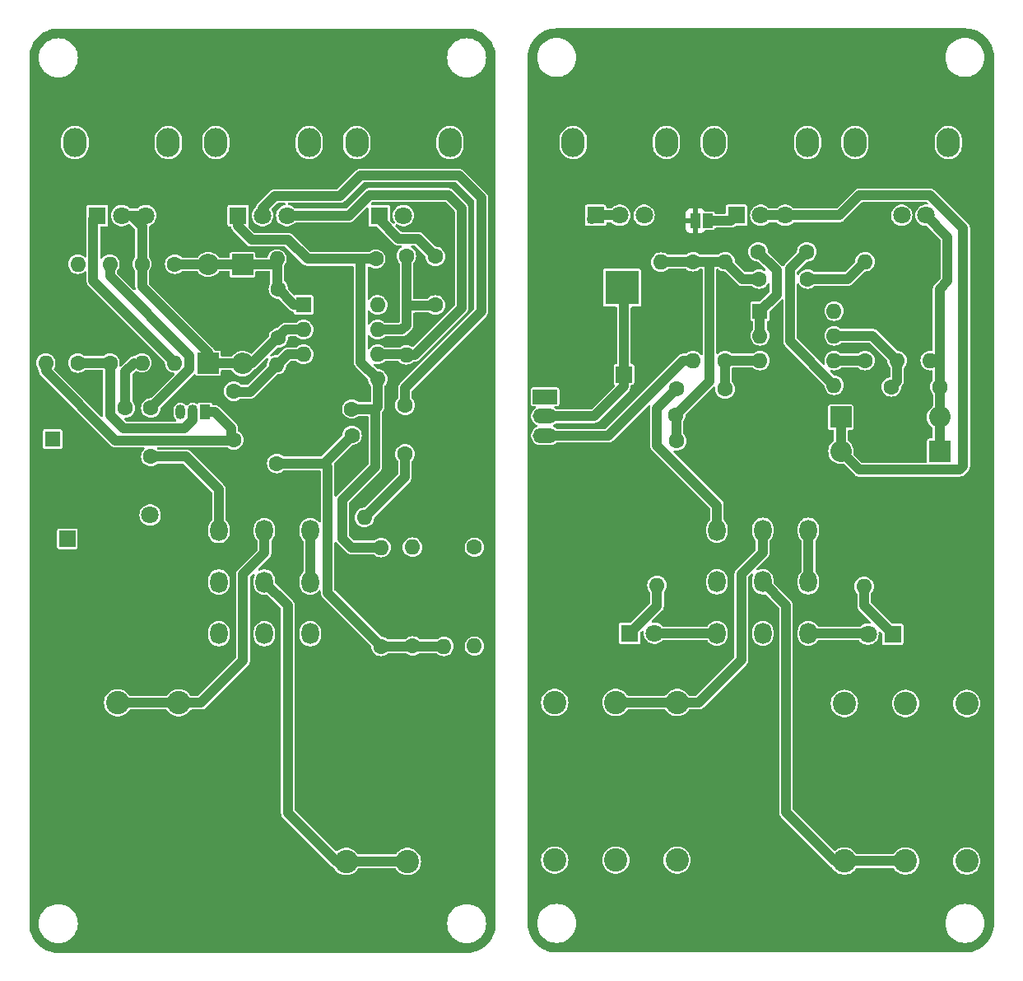
<source format=gbr>
%TF.GenerationSoftware,KiCad,Pcbnew,8.0.3*%
%TF.CreationDate,2024-10-06T14:44:45+03:00*%
%TF.ProjectId,DistorsionPedals,44697374-6f72-4736-996f-6e506564616c,rev?*%
%TF.SameCoordinates,Original*%
%TF.FileFunction,Copper,L1,Top*%
%TF.FilePolarity,Positive*%
%FSLAX46Y46*%
G04 Gerber Fmt 4.6, Leading zero omitted, Abs format (unit mm)*
G04 Created by KiCad (PCBNEW 8.0.3) date 2024-10-06 14:44:45*
%MOMM*%
%LPD*%
G01*
G04 APERTURE LIST*
G04 Aperture macros list*
%AMRoundRect*
0 Rectangle with rounded corners*
0 $1 Rounding radius*
0 $2 $3 $4 $5 $6 $7 $8 $9 X,Y pos of 4 corners*
0 Add a 4 corners polygon primitive as box body*
4,1,4,$2,$3,$4,$5,$6,$7,$8,$9,$2,$3,0*
0 Add four circle primitives for the rounded corners*
1,1,$1+$1,$2,$3*
1,1,$1+$1,$4,$5*
1,1,$1+$1,$6,$7*
1,1,$1+$1,$8,$9*
0 Add four rect primitives between the rounded corners*
20,1,$1+$1,$2,$3,$4,$5,0*
20,1,$1+$1,$4,$5,$6,$7,0*
20,1,$1+$1,$6,$7,$8,$9,0*
20,1,$1+$1,$8,$9,$2,$3,0*%
G04 Aperture macros list end*
%TA.AperFunction,ComponentPad*%
%ADD10R,3.500000X3.500000*%
%TD*%
%TA.AperFunction,ComponentPad*%
%ADD11RoundRect,0.750000X-0.750000X-1.000000X0.750000X-1.000000X0.750000X1.000000X-0.750000X1.000000X0*%
%TD*%
%TA.AperFunction,ComponentPad*%
%ADD12RoundRect,0.875000X-0.875000X-0.875000X0.875000X-0.875000X0.875000X0.875000X-0.875000X0.875000X0*%
%TD*%
%TA.AperFunction,ComponentPad*%
%ADD13O,1.800000X2.200000*%
%TD*%
%TA.AperFunction,ComponentPad*%
%ADD14C,2.400000*%
%TD*%
%TA.AperFunction,ComponentPad*%
%ADD15R,1.700000X1.700000*%
%TD*%
%TA.AperFunction,ComponentPad*%
%ADD16O,1.700000X1.700000*%
%TD*%
%TA.AperFunction,ComponentPad*%
%ADD17C,1.600000*%
%TD*%
%TA.AperFunction,ComponentPad*%
%ADD18O,1.600000X1.600000*%
%TD*%
%TA.AperFunction,ComponentPad*%
%ADD19O,2.400000X3.000000*%
%TD*%
%TA.AperFunction,ComponentPad*%
%ADD20R,1.800000X1.800000*%
%TD*%
%TA.AperFunction,ComponentPad*%
%ADD21C,1.800000*%
%TD*%
%TA.AperFunction,ComponentPad*%
%ADD22R,2.200000X2.200000*%
%TD*%
%TA.AperFunction,ComponentPad*%
%ADD23O,2.200000X2.200000*%
%TD*%
%TA.AperFunction,ComponentPad*%
%ADD24R,1.050000X1.500000*%
%TD*%
%TA.AperFunction,ComponentPad*%
%ADD25O,1.050000X1.500000*%
%TD*%
%TA.AperFunction,ComponentPad*%
%ADD26R,1.600000X1.600000*%
%TD*%
%TA.AperFunction,ComponentPad*%
%ADD27O,3.500000X2.200000*%
%TD*%
%TA.AperFunction,ComponentPad*%
%ADD28R,2.500000X1.500000*%
%TD*%
%TA.AperFunction,ComponentPad*%
%ADD29O,2.500000X1.500000*%
%TD*%
%TA.AperFunction,SMDPad,CuDef*%
%ADD30R,1.000000X1.500000*%
%TD*%
%TA.AperFunction,Conductor*%
%ADD31C,1.000000*%
%TD*%
G04 APERTURE END LIST*
D10*
%TO.P,J1,1*%
%TO.N,N/C*%
X97212479Y-93299589D03*
D11*
%TO.P,J1,2*%
%TO.N,GND*%
X91212479Y-93299589D03*
D12*
%TO.P,J1,3*%
X94212479Y-97999589D03*
%TD*%
D13*
%TO.P,SW1,1,C*%
%TO.N,N/C*%
X55731157Y-118254446D03*
%TO.P,SW1,2,B*%
X60431157Y-118254446D03*
%TO.P,SW1,3,A*%
X65131157Y-118254446D03*
%TO.P,SW1,4,C*%
X55731157Y-123554446D03*
%TO.P,SW1,5,B*%
X60431157Y-123554446D03*
%TO.P,SW1,6,A*%
X65131157Y-123554446D03*
%TO.P,SW1,7,C*%
X55731157Y-128854446D03*
%TO.P,SW1,8,B*%
%TO.N,+9V*%
X60431157Y-128854446D03*
%TO.P,SW1,9,A*%
%TO.N,N/C*%
X65131157Y-128854446D03*
%TD*%
D14*
%TO.P,J2,CGND*%
%TO.N,GND*%
X81431157Y-136054446D03*
%TO.P,J2,GND*%
X81431157Y-152254446D03*
%TO.P,J2,L*%
%TO.N,N/C*%
X68831157Y-152254446D03*
%TO.P,J2,LGND*%
%TO.N,GND*%
X68831157Y-136054446D03*
%TO.P,J2,R*%
%TO.N,N/C*%
X75131157Y-152254446D03*
%TO.P,J2,RGND*%
%TO.N,GND*%
X75131157Y-136054446D03*
%TD*%
D15*
%TO.P,J2,1,Pin_1*%
%TO.N,N/C*%
X40156157Y-119104446D03*
D16*
%TO.P,J2,2,Pin_2*%
%TO.N,GND*%
X40156157Y-116564446D03*
%TD*%
D17*
%TO.P,R10,1*%
%TO.N,+4.5V*%
X72431157Y-130154446D03*
D18*
%TO.P,R10,2*%
%TO.N,Net-(U1B-+)*%
X72431157Y-119994446D03*
%TD*%
D17*
%TO.P,C1,1*%
%TO.N,N/C*%
X48731157Y-110654446D03*
%TO.P,C1,2*%
%TO.N,Net-(C1-Pad2)*%
X48731157Y-105654446D03*
%TD*%
D19*
%TO.P,RV2,*%
%TO.N,*%
X55431157Y-78379446D03*
X65031157Y-78379446D03*
D20*
%TO.P,RV2,1,1*%
%TO.N,Net-(U1B-+)*%
X57731157Y-85879446D03*
D21*
%TO.P,RV2,2,2*%
%TO.N,Net-(C8-Pad2)*%
X60231157Y-85879446D03*
%TO.P,RV2,3,3*%
%TO.N,Net-(U1B--)*%
X62731157Y-85879446D03*
%TD*%
D17*
%TO.P,R7,1*%
%TO.N,+4.5V*%
X61691157Y-111354446D03*
D18*
%TO.P,R7,2*%
%TO.N,Net-(U1A-+)*%
X61691157Y-101194446D03*
%TD*%
D17*
%TO.P,R6,1*%
%TO.N,Net-(D1-K)*%
X47831157Y-90854446D03*
D18*
%TO.P,R6,2*%
%TO.N,Net-(C4-Pad1)*%
X47831157Y-101014446D03*
%TD*%
D17*
%TO.P,C3,1*%
%TO.N,GND*%
X64441157Y-108464446D03*
%TO.P,C3,2*%
%TO.N,+4.5V*%
X69441157Y-108464446D03*
%TD*%
%TO.P,R8,1*%
%TO.N,N/C*%
X51191157Y-90864446D03*
D18*
%TO.P,R8,2*%
X51191157Y-101024446D03*
%TD*%
D22*
%TO.P,D2,1,K*%
%TO.N,N/C*%
X58171157Y-90924446D03*
D23*
%TO.P,D2,2,A*%
%TO.N,Net-(D1-K)*%
X58171157Y-101084446D03*
%TD*%
D17*
%TO.P,C7,1*%
%TO.N,GND*%
X64411157Y-105754446D03*
%TO.P,C7,2*%
%TO.N,Net-(U1B-+)*%
X69411157Y-105754446D03*
%TD*%
D24*
%TO.P,Q1,1,E*%
%TO.N,N/C*%
X54331157Y-106054446D03*
D25*
%TO.P,Q1,2,B*%
X53061157Y-106054446D03*
%TO.P,Q1,3,C*%
%TO.N,+9V*%
X51791157Y-106054446D03*
%TD*%
D20*
%TO.P,D3,1,K*%
%TO.N,GND*%
X46131157Y-116654446D03*
D21*
%TO.P,D3,2,A*%
%TO.N,N/C*%
X48671157Y-116654446D03*
%TD*%
D19*
%TO.P,RV1,*%
%TO.N,*%
X40931157Y-78379446D03*
X50531157Y-78379446D03*
D20*
%TO.P,RV1,1,1*%
%TO.N,N/C*%
X43231157Y-85879446D03*
D21*
%TO.P,RV1,2,2*%
%TO.N,Net-(D1-K)*%
X45731157Y-85879446D03*
%TO.P,RV1,3,3*%
X48231157Y-85879446D03*
%TD*%
D17*
%TO.P,R3,1*%
%TO.N,N/C*%
X44531157Y-101034446D03*
D18*
%TO.P,R3,2*%
%TO.N,Net-(C1-Pad2)*%
X44531157Y-90874446D03*
%TD*%
D17*
%TO.P,R5,1*%
%TO.N,GND*%
X37931157Y-90874446D03*
D18*
%TO.P,R5,2*%
%TO.N,N/C*%
X37931157Y-101034446D03*
%TD*%
D14*
%TO.P,J1,CGND*%
%TO.N,GND*%
X39031157Y-152154446D03*
%TO.P,J1,GND*%
X39031157Y-135954446D03*
%TO.P,J1,L*%
%TO.N,N/C*%
X51631157Y-135954446D03*
%TO.P,J1,LGND*%
%TO.N,GND*%
X51631157Y-152154446D03*
%TO.P,J1,R*%
%TO.N,N/C*%
X45331157Y-135954446D03*
%TO.P,J1,RGND*%
%TO.N,GND*%
X45331157Y-152154446D03*
%TD*%
D17*
%TO.P,R4,1*%
%TO.N,N/C*%
X41231157Y-101034446D03*
D18*
%TO.P,R4,2*%
%TO.N,+4.5V*%
X41231157Y-90874446D03*
%TD*%
D17*
%TO.P,C9,1*%
%TO.N,N/C*%
X78011157Y-90064446D03*
%TO.P,C9,2*%
X78011157Y-95064446D03*
%TD*%
D19*
%TO.P,RV3,*%
%TO.N,*%
X69931157Y-78379446D03*
X79531157Y-78379446D03*
D20*
%TO.P,RV3,1,1*%
%TO.N,N/C*%
X72231157Y-85879446D03*
D21*
%TO.P,RV3,2,2*%
X74731157Y-85879446D03*
%TO.P,RV3,3,3*%
%TO.N,GND*%
X77231157Y-85879446D03*
%TD*%
D17*
%TO.P,R9,1*%
%TO.N,Net-(U1B-+)*%
X71881157Y-90344446D03*
D18*
%TO.P,R9,2*%
%TO.N,N/C*%
X61721157Y-90344446D03*
%TD*%
D17*
%TO.P,R1,1*%
%TO.N,+4.5V*%
X75651157Y-130124446D03*
D18*
%TO.P,R1,2*%
%TO.N,+9V*%
X75651157Y-119964446D03*
%TD*%
D17*
%TO.P,R11,1*%
%TO.N,N/C*%
X75031157Y-90034446D03*
D18*
%TO.P,R11,2*%
%TO.N,Net-(U1B--)*%
X75031157Y-100194446D03*
%TD*%
D17*
%TO.P,R12,1*%
%TO.N,GND*%
X80871157Y-116914446D03*
D18*
%TO.P,R12,2*%
%TO.N,N/C*%
X70711157Y-116914446D03*
%TD*%
D26*
%TO.P,C2,1*%
%TO.N,+4.5V*%
X38631157Y-108854446D03*
D17*
%TO.P,C2,2*%
%TO.N,GND*%
X42131157Y-108854446D03*
%TD*%
%TO.P,C6,1*%
%TO.N,Net-(D1-K)*%
X61861157Y-98424446D03*
%TO.P,C6,2*%
%TO.N,N/C*%
X61861157Y-93424446D03*
%TD*%
D22*
%TO.P,D1,1,K*%
%TO.N,Net-(D1-K)*%
X54651157Y-101054446D03*
D23*
%TO.P,D1,2,A*%
%TO.N,N/C*%
X54651157Y-90894446D03*
%TD*%
D17*
%TO.P,C8,1*%
%TO.N,N/C*%
X74891157Y-110374446D03*
%TO.P,C8,2*%
%TO.N,Net-(C8-Pad2)*%
X74891157Y-105374446D03*
%TD*%
%TO.P,C5,1*%
%TO.N,Net-(U1A-+)*%
X57271157Y-103934446D03*
%TO.P,C5,2*%
%TO.N,N/C*%
X57271157Y-108934446D03*
%TD*%
D26*
%TO.P,U1,1*%
%TO.N,N/C*%
X64461157Y-95054446D03*
D18*
%TO.P,U1,2,-*%
%TO.N,Net-(D1-K)*%
X64461157Y-97594446D03*
%TO.P,U1,3,+*%
%TO.N,Net-(U1A-+)*%
X64461157Y-100134446D03*
%TO.P,U1,4,V-*%
%TO.N,GND*%
X64461157Y-102674446D03*
%TO.P,U1,5,+*%
%TO.N,Net-(U1B-+)*%
X72081157Y-102674446D03*
%TO.P,U1,6,-*%
%TO.N,Net-(U1B--)*%
X72081157Y-100134446D03*
%TO.P,U1,7*%
%TO.N,N/C*%
X72081157Y-97594446D03*
%TO.P,U1,8,V+*%
%TO.N,+9V*%
X72081157Y-95054446D03*
%TD*%
D17*
%TO.P,R13,1*%
%TO.N,+9V*%
X82031157Y-119974446D03*
D18*
%TO.P,R13,2*%
%TO.N,N/C*%
X82031157Y-130134446D03*
%TD*%
D17*
%TO.P,C4,1*%
%TO.N,Net-(C4-Pad1)*%
X46131157Y-105654446D03*
%TO.P,C4,2*%
%TO.N,GND*%
X46131157Y-110654446D03*
%TD*%
%TO.P,R2,1*%
%TO.N,GND*%
X78891157Y-119994446D03*
D18*
%TO.P,R2,2*%
%TO.N,+4.5V*%
X78891157Y-130154446D03*
%TD*%
D27*
%TO.P,SW1,*%
%TO.N,GND*%
X89312479Y-102399589D03*
X89312479Y-110599589D03*
D28*
%TO.P,SW1,1,C*%
%TO.N,N/C*%
X89312479Y-104499589D03*
D29*
%TO.P,SW1,2,B*%
X89312479Y-106499589D03*
%TO.P,SW1,3,A*%
X89312479Y-108499589D03*
%TD*%
D14*
%TO.P,J2,CGND*%
%TO.N,N/C*%
X132687351Y-136024716D03*
%TO.P,J2,GND*%
X132687351Y-152224716D03*
%TO.P,J2,L*%
X120087351Y-152224716D03*
%TO.P,J2,LGND*%
X120087351Y-136024716D03*
%TO.P,J2,R*%
X126387351Y-152224716D03*
%TO.P,J2,RGND*%
X126387351Y-136024716D03*
%TD*%
D17*
%TO.P,R6,1*%
%TO.N,GND*%
X128912479Y-90619589D03*
D18*
%TO.P,R6,2*%
%TO.N,Net-(D1-K)*%
X128912479Y-100779589D03*
%TD*%
D19*
%TO.P,RV3,*%
%TO.N,*%
X121187351Y-78349716D03*
X130787351Y-78349716D03*
D20*
%TO.P,RV3,1,1*%
%TO.N,GND*%
X123487351Y-85849716D03*
D21*
%TO.P,RV3,2,2*%
%TO.N,N/C*%
X125987351Y-85849716D03*
%TO.P,RV3,3,3*%
%TO.N,Net-(D1-K)*%
X128487351Y-85849716D03*
%TD*%
D14*
%TO.P,J1,CGND*%
%TO.N,N/C*%
X90287351Y-152124716D03*
%TO.P,J1,GND*%
X90287351Y-135924716D03*
%TO.P,J1,L*%
X102887351Y-135924716D03*
%TO.P,J1,LGND*%
X102887351Y-152124716D03*
%TO.P,J1,R*%
X96587351Y-135924716D03*
%TO.P,J1,RGND*%
X96587351Y-152124716D03*
%TD*%
D17*
%TO.P,R7,1*%
%TO.N,GND*%
X122112479Y-113839589D03*
D18*
%TO.P,R7,2*%
%TO.N,N/C*%
X122112479Y-123999589D03*
%TD*%
D17*
%TO.P,C2,1*%
%TO.N,N/C*%
X111312479Y-92399589D03*
%TO.P,C2,2*%
X116312479Y-92399589D03*
%TD*%
%TO.P,R8,1*%
%TO.N,GND*%
X100812479Y-113719589D03*
D18*
%TO.P,R8,2*%
%TO.N,Net-(D4-K)*%
X100812479Y-123879589D03*
%TD*%
D20*
%TO.P,D3,1,K*%
%TO.N,N/C*%
X125052479Y-128899589D03*
D21*
%TO.P,D3,2,A*%
X122512479Y-128899589D03*
%TD*%
D19*
%TO.P,RV2,*%
%TO.N,*%
X106687351Y-78349716D03*
X116287351Y-78349716D03*
D20*
%TO.P,RV2,1,1*%
%TO.N,N/C*%
X108987351Y-85849716D03*
D21*
%TO.P,RV2,2,2*%
X111487351Y-85849716D03*
%TO.P,RV2,3,3*%
X113987351Y-85849716D03*
%TD*%
D17*
%TO.P,R3,1*%
%TO.N,GND*%
X101212479Y-100819589D03*
D18*
%TO.P,R3,2*%
%TO.N,N/C*%
X101212479Y-90659589D03*
%TD*%
D22*
%TO.P,D2,1,K*%
%TO.N,N/C*%
X119712479Y-106599589D03*
D23*
%TO.P,D2,2,A*%
%TO.N,Net-(D1-K)*%
X129872479Y-106599589D03*
%TD*%
D13*
%TO.P,SW2,1,C*%
%TO.N,N/C*%
X106987351Y-118224716D03*
%TO.P,SW2,2,B*%
X111687351Y-118224716D03*
%TO.P,SW2,3,A*%
X116387351Y-118224716D03*
%TO.P,SW2,4,C*%
X106987351Y-123524716D03*
%TO.P,SW2,5,B*%
X111687351Y-123524716D03*
%TO.P,SW2,6,A*%
X116387351Y-123524716D03*
%TO.P,SW2,7,C*%
%TO.N,Net-(D4-A)*%
X106987351Y-128824716D03*
%TO.P,SW2,8,B*%
%TO.N,N/C*%
X111687351Y-128824716D03*
%TO.P,SW2,9,A*%
X116387351Y-128824716D03*
%TD*%
D17*
%TO.P,C3,1*%
%TO.N,Net-(U1B-+)*%
X116212479Y-89599589D03*
%TO.P,C3,2*%
%TO.N,Net-(U1A--)*%
X111212479Y-89599589D03*
%TD*%
D26*
%TO.P,U1,1*%
%TO.N,Net-(U1A--)*%
X111412479Y-95699589D03*
D18*
%TO.P,U1,2,-*%
X111412479Y-98239589D03*
%TO.P,U1,3,+*%
%TO.N,Net-(U1A-+)*%
X111412479Y-100779589D03*
%TO.P,U1,4,V-*%
%TO.N,GND*%
X111412479Y-103319589D03*
%TO.P,U1,5,+*%
%TO.N,Net-(U1B-+)*%
X119032479Y-103319589D03*
%TO.P,U1,6,-*%
%TO.N,Net-(U1B--)*%
X119032479Y-100779589D03*
%TO.P,U1,7*%
%TO.N,N/C*%
X119032479Y-98239589D03*
%TO.P,U1,8,V+*%
X119032479Y-95699589D03*
%TD*%
D15*
%TO.P,J2,1,Pin_1*%
%TO.N,N/C*%
X97412479Y-102199589D03*
D16*
%TO.P,J2,2,Pin_2*%
%TO.N,GND*%
X94872479Y-102199589D03*
%TD*%
D17*
%TO.P,C6,1*%
%TO.N,Net-(D1-K)*%
X129912479Y-103479589D03*
%TO.P,C6,2*%
%TO.N,N/C*%
X124912479Y-103479589D03*
%TD*%
%TO.P,C1,1*%
%TO.N,N/C*%
X102812479Y-103699589D03*
%TO.P,C1,2*%
%TO.N,Net-(U1A-+)*%
X107812479Y-103699589D03*
%TD*%
D19*
%TO.P,RV1,*%
%TO.N,*%
X92187351Y-78349716D03*
X101787351Y-78349716D03*
D20*
%TO.P,RV1,1,1*%
%TO.N,N/C*%
X94487351Y-85849716D03*
D21*
%TO.P,RV1,2,2*%
X96987351Y-85849716D03*
%TO.P,RV1,3,3*%
%TO.N,Net-(U1B--)*%
X99487351Y-85849716D03*
%TD*%
D17*
%TO.P,R5,1*%
%TO.N,GND*%
X125512479Y-90599589D03*
D18*
%TO.P,R5,2*%
%TO.N,N/C*%
X125512479Y-100759589D03*
%TD*%
D17*
%TO.P,C4,1*%
%TO.N,GND*%
X107752479Y-106349589D03*
%TO.P,C4,2*%
%TO.N,N/C*%
X102752479Y-106349589D03*
%TD*%
D22*
%TO.P,D1,1,K*%
%TO.N,Net-(D1-K)*%
X129892479Y-110099589D03*
D23*
%TO.P,D1,2,A*%
%TO.N,N/C*%
X119732479Y-110099589D03*
%TD*%
D17*
%TO.P,R1,1*%
%TO.N,Net-(U1A-+)*%
X107812479Y-100779589D03*
D18*
%TO.P,R1,2*%
%TO.N,N/C*%
X107812479Y-90619589D03*
%TD*%
D30*
%TO.P,JP1,1,A*%
%TO.N,N/C*%
X106062479Y-86399589D03*
%TO.P,JP1,2,B*%
%TO.N,GND*%
X104762479Y-86399589D03*
%TD*%
D17*
%TO.P,C5,1*%
%TO.N,GND*%
X107812479Y-109039589D03*
%TO.P,C5,2*%
%TO.N,N/C*%
X102812479Y-109039589D03*
%TD*%
%TO.P,R4,1*%
%TO.N,Net-(U1B--)*%
X122212479Y-100779589D03*
D18*
%TO.P,R4,2*%
%TO.N,N/C*%
X122212479Y-90619589D03*
%TD*%
D20*
%TO.P,D4,1,K*%
%TO.N,Net-(D4-K)*%
X98012479Y-128799589D03*
D21*
%TO.P,D4,2,A*%
%TO.N,Net-(D4-A)*%
X100552479Y-128799589D03*
%TD*%
D17*
%TO.P,R2,1*%
%TO.N,N/C*%
X104512479Y-90619589D03*
D18*
%TO.P,R2,2*%
X104512479Y-100779589D03*
%TD*%
D31*
%TO.N,GND*%
X46041157Y-116564446D02*
X46131157Y-116654446D01*
X40156157Y-116564446D02*
X46041157Y-116564446D01*
%TO.N,Net-(D1-K)*%
X54651157Y-101054446D02*
X59131157Y-101054446D01*
X47331157Y-85879446D02*
X47031157Y-86179446D01*
X46731157Y-85879446D02*
X45731157Y-85879446D01*
%TO.N,*%
X63471157Y-95054446D02*
X61801157Y-93384446D01*
%TO.N,Net-(U1B-+)*%
X72081157Y-102674446D02*
X72081157Y-105504446D01*
X72081157Y-105504446D02*
X71831157Y-105754446D01*
%TO.N,Net-(D1-K)*%
X47031157Y-86179446D02*
X47831157Y-86979446D01*
X47831157Y-93154446D02*
X54651157Y-99974446D01*
%TO.N,*%
X64461157Y-95054446D02*
X63471157Y-95054446D01*
X56991157Y-107714446D02*
X55331157Y-106054446D01*
%TO.N,Net-(U1A-+)*%
X56991157Y-103994446D02*
X58971157Y-103994446D01*
%TO.N,Net-(C4-Pad1)*%
X46131157Y-105654446D02*
X46131157Y-101914446D01*
%TO.N,Net-(U1B-+)*%
X68431157Y-119054446D02*
X69371157Y-119994446D01*
X71831157Y-105754446D02*
X69411157Y-105754446D01*
%TO.N,Net-(U1A-+)*%
X58971157Y-103994446D02*
X62831157Y-100134446D01*
%TO.N,*%
X37931157Y-101034446D02*
X37931157Y-101834446D01*
%TO.N,Net-(U1A-+)*%
X62831157Y-100134446D02*
X64461157Y-100134446D01*
%TO.N,Net-(C8-Pad2)*%
X60231157Y-85154446D02*
X61531157Y-83854446D01*
%TO.N,Net-(D1-K)*%
X45731157Y-85879446D02*
X48231157Y-85879446D01*
%TO.N,Net-(C8-Pad2)*%
X68231157Y-83854446D02*
X70331157Y-81754446D01*
%TO.N,Net-(U1B-+)*%
X70341157Y-100934446D02*
X72081157Y-102674446D01*
X71831157Y-105754446D02*
X71831157Y-111704446D01*
X57731157Y-86954446D02*
X57731157Y-85879446D01*
X70341157Y-90344446D02*
X70341157Y-100934446D01*
%TO.N,*%
X51191157Y-90864446D02*
X50931157Y-90864446D01*
X37931157Y-101834446D02*
X45091157Y-108994446D01*
%TO.N,Net-(D1-K)*%
X48231157Y-85879446D02*
X47331157Y-85879446D01*
X62591157Y-97594446D02*
X64461157Y-97594446D01*
%TO.N,*%
X61721157Y-91114446D02*
X61501157Y-90894446D01*
%TO.N,Net-(U1B-+)*%
X71831157Y-111704446D02*
X68431157Y-115104446D01*
%TO.N,Net-(D1-K)*%
X54651157Y-99974446D02*
X54651157Y-101054446D01*
%TO.N,Net-(U1B-+)*%
X69371157Y-119994446D02*
X72431157Y-119994446D01*
X64861157Y-90344446D02*
X62891157Y-88374446D01*
X59151157Y-88374446D02*
X57731157Y-86954446D01*
%TO.N,*%
X61721157Y-90344446D02*
X61721157Y-91114446D01*
X61501157Y-90894446D02*
X51221157Y-90894446D01*
X55331157Y-106054446D02*
X54331157Y-106054446D01*
%TO.N,Net-(C4-Pad1)*%
X46131157Y-101914446D02*
X47031157Y-101014446D01*
%TO.N,Net-(D1-K)*%
X59131157Y-101054446D02*
X62591157Y-97594446D01*
X47031157Y-86179446D02*
X46731157Y-85879446D01*
%TO.N,*%
X61721157Y-91114446D02*
X61721157Y-93304446D01*
X56991157Y-108994446D02*
X56991157Y-107714446D01*
%TO.N,Net-(C8-Pad2)*%
X70331157Y-81754446D02*
X80431157Y-81754446D01*
X61531157Y-83854446D02*
X68231157Y-83854446D01*
X82731157Y-95754446D02*
X74891157Y-103594446D01*
%TO.N,Net-(U1B-+)*%
X71881157Y-90344446D02*
X70341157Y-90344446D01*
%TO.N,Net-(C8-Pad2)*%
X82731157Y-84054446D02*
X82731157Y-95754446D01*
%TO.N,Net-(D1-K)*%
X47831157Y-86979446D02*
X47831157Y-93154446D01*
%TO.N,*%
X51221157Y-90894446D02*
X51191157Y-90864446D01*
X45091157Y-108994446D02*
X56991157Y-108994446D01*
%TO.N,Net-(U1B-+)*%
X68431157Y-115104446D02*
X68431157Y-119054446D01*
%TO.N,*%
X61721157Y-93304446D02*
X61801157Y-93384446D01*
%TO.N,Net-(C8-Pad2)*%
X74891157Y-103594446D02*
X74891157Y-105374446D01*
%TO.N,Net-(U1B-+)*%
X71881157Y-90344446D02*
X64861157Y-90344446D01*
X62891157Y-88374446D02*
X59151157Y-88374446D01*
%TO.N,+4.5V*%
X66551157Y-111354446D02*
X66931157Y-111734446D01*
%TO.N,Net-(C1-Pad2)*%
X52731157Y-100254446D02*
X52731157Y-101654446D01*
%TO.N,+4.5V*%
X66931157Y-111734446D02*
X66931157Y-124654446D01*
X66931157Y-124654446D02*
X72431157Y-130154446D01*
%TO.N,*%
X52381157Y-110654446D02*
X55731157Y-114004446D01*
%TO.N,GND*%
X46131157Y-110654446D02*
X43931157Y-110654446D01*
%TO.N,Net-(C1-Pad2)*%
X44531157Y-92054446D02*
X52731157Y-100254446D01*
X44531157Y-90874446D02*
X44531157Y-92054446D01*
%TO.N,GND*%
X78891157Y-119994446D02*
X78891157Y-118894446D01*
X46131157Y-110654446D02*
X46131157Y-116654446D01*
%TO.N,+4.5V*%
X66551157Y-111354446D02*
X61691157Y-111354446D01*
X78891157Y-130154446D02*
X72431157Y-130154446D01*
%TO.N,GND*%
X43931157Y-110654446D02*
X42131157Y-108854446D01*
X78891157Y-118894446D02*
X80871157Y-116914446D01*
X64461157Y-102674446D02*
X64461157Y-108444446D01*
%TO.N,+4.5V*%
X69441157Y-108464446D02*
X66551157Y-111354446D01*
%TO.N,*%
X48731157Y-110654446D02*
X52381157Y-110654446D01*
%TO.N,GND*%
X64461157Y-108444446D02*
X64441157Y-108464446D01*
X78971157Y-120074446D02*
X78891157Y-119994446D01*
%TO.N,*%
X55731157Y-114004446D02*
X55731157Y-118254446D01*
%TO.N,Net-(C1-Pad2)*%
X52731157Y-101654446D02*
X48731157Y-105654446D01*
%TO.N,*%
X60431157Y-123554446D02*
X62831157Y-125954446D01*
%TO.N,Net-(U1B--)*%
X80731157Y-85154446D02*
X80731157Y-95354446D01*
%TO.N,*%
X74571157Y-97594446D02*
X75031157Y-97134446D01*
X44531157Y-106354446D02*
X45931157Y-107754446D01*
X76201157Y-88254446D02*
X74231157Y-88254446D01*
%TO.N,Net-(U1B--)*%
X62731157Y-85879446D02*
X69106157Y-85879446D01*
%TO.N,*%
X75031157Y-95144446D02*
X77931157Y-95144446D01*
X70711157Y-116914446D02*
X74891157Y-112734446D01*
%TO.N,Net-(C8-Pad2)*%
X80431157Y-81754446D02*
X82731157Y-84054446D01*
%TO.N,*%
X42831157Y-92604446D02*
X42831157Y-86279446D01*
X45331157Y-135954446D02*
X53881157Y-135954446D01*
%TO.N,Net-(U1B--)*%
X71231157Y-83754446D02*
X79331157Y-83754446D01*
%TO.N,*%
X42831157Y-86279446D02*
X43231157Y-85879446D01*
X53061157Y-106924446D02*
X53061157Y-106054446D01*
X44531157Y-101034446D02*
X44531157Y-106354446D01*
X75031157Y-95144446D02*
X75031157Y-90034446D01*
X72081157Y-97594446D02*
X74571157Y-97594446D01*
%TO.N,Net-(U1B--)*%
X72081157Y-100134446D02*
X74971157Y-100134446D01*
%TO.N,*%
X74891157Y-112734446D02*
X74891157Y-110374446D01*
X75031157Y-97134446D02*
X75031157Y-95144446D01*
%TO.N,Net-(U1B--)*%
X79331157Y-83754446D02*
X80731157Y-85154446D01*
%TO.N,*%
X58231157Y-122754446D02*
X60431157Y-120554446D01*
X51191157Y-101024446D02*
X51191157Y-100964446D01*
X52231157Y-107754446D02*
X53061157Y-106924446D01*
X67831157Y-152254446D02*
X75131157Y-152254446D01*
X51191157Y-100964446D02*
X42831157Y-92604446D01*
X62831157Y-125954446D02*
X62831157Y-147254446D01*
X78011157Y-90064446D02*
X76201157Y-88254446D01*
%TO.N,Net-(U1B--)*%
X80731157Y-95354446D02*
X75891157Y-100194446D01*
%TO.N,Net-(C8-Pad2)*%
X60231157Y-85879446D02*
X60231157Y-85154446D01*
%TO.N,*%
X41231157Y-101034446D02*
X44531157Y-101034446D01*
X62831157Y-147254446D02*
X67831157Y-152254446D01*
%TO.N,Net-(U1B--)*%
X75891157Y-100194446D02*
X75031157Y-100194446D01*
%TO.N,*%
X72231157Y-86254446D02*
X72231157Y-85879446D01*
X77931157Y-95144446D02*
X78011157Y-95064446D01*
%TO.N,Net-(U1B--)*%
X74971157Y-100134446D02*
X75031157Y-100194446D01*
%TO.N,*%
X74231157Y-88254446D02*
X72231157Y-86254446D01*
X58231157Y-131604446D02*
X58231157Y-122754446D01*
X65131157Y-123554446D02*
X65131157Y-118254446D01*
X60431157Y-120554446D02*
X60431157Y-118254446D01*
X53881157Y-135954446D02*
X58231157Y-131604446D01*
X45931157Y-107754446D02*
X52231157Y-107754446D01*
%TO.N,Net-(U1B--)*%
X69106157Y-85879446D02*
X71231157Y-83754446D01*
%TO.N,*%
X119087351Y-152224716D02*
X126387351Y-152224716D01*
X132312479Y-87199589D02*
X132312479Y-111599589D01*
X114087351Y-147224716D02*
X119087351Y-152224716D01*
X116312479Y-92399589D02*
X120432479Y-92399589D01*
X109487351Y-122724716D02*
X111687351Y-120524716D01*
%TO.N,Net-(U1B--)*%
X122212479Y-100779589D02*
X119032479Y-100779589D01*
%TO.N,*%
X109487351Y-131574716D02*
X109487351Y-122724716D01*
X94312479Y-106499589D02*
X97412479Y-103399589D01*
X97412479Y-103399589D02*
X97412479Y-102199589D01*
X106062479Y-86399589D02*
X108437478Y-86399589D01*
X122412479Y-128899589D02*
X122012479Y-128899589D01*
X97412479Y-93499589D02*
X97312479Y-93399589D01*
X113987351Y-85849716D02*
X119562352Y-85849716D01*
X132312479Y-111599589D02*
X131912479Y-111999589D01*
X114087351Y-125924716D02*
X114087351Y-147224716D01*
X120432479Y-92399589D02*
X122212479Y-90619589D01*
%TO.N,Net-(D4-K)*%
X100812479Y-125999589D02*
X98012479Y-128799589D01*
%TO.N,*%
X116387351Y-123524716D02*
X116387351Y-118224716D01*
X111687351Y-120524716D02*
X111687351Y-118224716D01*
X97412479Y-102199589D02*
X97412479Y-93499589D01*
X105137351Y-135924716D02*
X109487351Y-131574716D01*
X96587351Y-135924716D02*
X105137351Y-135924716D01*
X89312479Y-106499589D02*
X94312479Y-106499589D01*
X119562352Y-85849716D02*
X121612479Y-83799589D01*
X119732479Y-110099589D02*
X119732479Y-106619589D01*
X108437478Y-86399589D02*
X108987351Y-85849716D01*
X116387351Y-128824716D02*
X122337606Y-128824716D01*
%TO.N,Net-(D4-K)*%
X100812479Y-123879589D02*
X100812479Y-125999589D01*
%TO.N,*%
X89312479Y-108499589D02*
X95812479Y-108499589D01*
X95812479Y-108499589D02*
X103532479Y-100779589D01*
X122337606Y-128824716D02*
X122412479Y-128899589D01*
X121632479Y-111999589D02*
X119732479Y-110099589D01*
X103532479Y-100779589D02*
X104512479Y-100779589D01*
X128912479Y-83799589D02*
X132312479Y-87199589D01*
X131912479Y-111999589D02*
X121632479Y-111999589D01*
X121612479Y-83799589D02*
X128912479Y-83799589D01*
X111487351Y-85849716D02*
X113987351Y-85849716D01*
%TO.N,Net-(U1A--)*%
X113112479Y-93999589D02*
X111412479Y-95699589D01*
%TO.N,GND*%
X94872479Y-102199589D02*
X94872479Y-97059589D01*
%TO.N,*%
X100812479Y-109499589D02*
X106987351Y-115674461D01*
%TO.N,GND*%
X123487351Y-88574461D02*
X125512479Y-90599589D01*
%TO.N,Net-(D1-K)*%
X129892479Y-100779589D02*
X129892479Y-101699589D01*
%TO.N,*%
X122112479Y-123999589D02*
X122112479Y-125959589D01*
%TO.N,GND*%
X94872479Y-102199589D02*
X89412479Y-102199589D01*
%TO.N,*%
X107812479Y-90619589D02*
X106212479Y-90619589D01*
%TO.N,Net-(D1-K)*%
X129892479Y-93419589D02*
X130712479Y-92599589D01*
X129892479Y-103459589D02*
X129912479Y-103479589D01*
X129892479Y-110099589D02*
X129892479Y-106619589D01*
%TO.N,*%
X106212479Y-102889589D02*
X106212479Y-90619589D01*
%TO.N,GND*%
X123487351Y-85849716D02*
X123487351Y-88574461D01*
X89412479Y-102199589D02*
X89312479Y-102299589D01*
%TO.N,Net-(D1-K)*%
X130712479Y-88074844D02*
X128487351Y-85849716D01*
%TO.N,*%
X125512479Y-100759589D02*
X125512479Y-102879589D01*
%TO.N,GND*%
X125512479Y-90599589D02*
X128892479Y-90599589D01*
X97692479Y-110599589D02*
X100812479Y-113719589D01*
%TO.N,Net-(D1-K)*%
X129892479Y-101699589D02*
X129892479Y-93419589D01*
%TO.N,*%
X106987351Y-115674461D02*
X106987351Y-118224716D01*
X106212479Y-90619589D02*
X101252479Y-90619589D01*
X96987351Y-85849716D02*
X94487351Y-85849716D01*
X125512479Y-102879589D02*
X124912479Y-103479589D01*
X94087351Y-86249716D02*
X94487351Y-85849716D01*
%TO.N,Net-(U1A--)*%
X111412479Y-95699589D02*
X111412479Y-98239589D01*
%TO.N,*%
X111312479Y-92399589D02*
X109592479Y-92399589D01*
%TO.N,GND*%
X107812479Y-106409589D02*
X107752479Y-106349589D01*
X91212479Y-93299589D02*
X94212479Y-96299589D01*
X108382479Y-106349589D02*
X111412479Y-103319589D01*
%TO.N,Net-(U1A--)*%
X111212479Y-89599589D02*
X113112479Y-91499589D01*
X113112479Y-91499589D02*
X113112479Y-93999589D01*
%TO.N,*%
X102752479Y-106349589D02*
X106212479Y-102889589D01*
X102812479Y-109039589D02*
X102812479Y-106409589D01*
%TO.N,GND*%
X128892479Y-90599589D02*
X128912479Y-90619589D01*
%TO.N,*%
X100812479Y-105699589D02*
X100812479Y-109499589D01*
X102812479Y-103699589D02*
X100812479Y-105699589D01*
%TO.N,Net-(U1B-+)*%
X114512479Y-98799589D02*
X119032479Y-103319589D01*
%TO.N,*%
X122112479Y-125959589D02*
X125052479Y-128899589D01*
%TO.N,Net-(D1-K)*%
X129872479Y-110119589D02*
X129892479Y-110099589D01*
%TO.N,*%
X102812479Y-106409589D02*
X102752479Y-106349589D01*
%TO.N,GND*%
X107812479Y-109039589D02*
X107812479Y-106409589D01*
%TO.N,*%
X109592479Y-92399589D02*
X107812479Y-90619589D01*
%TO.N,GND*%
X94872479Y-97059589D02*
X94212479Y-96399589D01*
X107752479Y-106349589D02*
X108382479Y-106349589D01*
X94212479Y-96299589D02*
X94212479Y-97999589D01*
%TO.N,Net-(D1-K)*%
X128912479Y-100779589D02*
X129892479Y-100779589D01*
X130712479Y-92599589D02*
X130712479Y-88074844D01*
%TO.N,*%
X122992479Y-98239589D02*
X125512479Y-100759589D01*
%TO.N,Net-(U1B-+)*%
X116212479Y-89599589D02*
X114512479Y-91299589D01*
%TO.N,*%
X119032479Y-98239589D02*
X122992479Y-98239589D01*
%TO.N,GND*%
X89312479Y-110599589D02*
X97692479Y-110599589D01*
%TO.N,Net-(D1-K)*%
X129892479Y-106619589D02*
X129872479Y-106599589D01*
%TO.N,*%
X101252479Y-90619589D02*
X101212479Y-90659589D01*
%TO.N,Net-(D1-K)*%
X129912479Y-106559589D02*
X129872479Y-106599589D01*
X129912479Y-103479589D02*
X129912479Y-106559589D01*
X129892479Y-101699589D02*
X129892479Y-103459589D01*
%TO.N,Net-(U1B-+)*%
X114512479Y-91299589D02*
X114512479Y-98799589D01*
%TO.N,Net-(U1A-+)*%
X107812479Y-100779589D02*
X107812479Y-103699589D01*
X111412479Y-100779589D02*
X107812479Y-100779589D01*
%TO.N,*%
X111687351Y-123524716D02*
X114087351Y-125924716D01*
%TO.N,Net-(D4-A)*%
X106987351Y-128824716D02*
X100577606Y-128824716D01*
X100577606Y-128824716D02*
X100552479Y-128799589D01*
%TD*%
%TA.AperFunction,Conductor*%
%TO.N,GND*%
G36*
X132421463Y-66625217D02*
G01*
X132484110Y-66625216D01*
X132490598Y-66625385D01*
X132794405Y-66641305D01*
X132807308Y-66642661D01*
X133104573Y-66689742D01*
X133117249Y-66692435D01*
X133407989Y-66770337D01*
X133420311Y-66774341D01*
X133701295Y-66882199D01*
X133713150Y-66887477D01*
X133981322Y-67024117D01*
X133992550Y-67030599D01*
X134244991Y-67194535D01*
X134255459Y-67202141D01*
X134452197Y-67361456D01*
X134489370Y-67391558D01*
X134499015Y-67400243D01*
X134711824Y-67613052D01*
X134720509Y-67622697D01*
X134909923Y-67856604D01*
X134917542Y-67867092D01*
X134963259Y-67937489D01*
X135081463Y-68119508D01*
X135087953Y-68130749D01*
X135224587Y-68398913D01*
X135229866Y-68410769D01*
X135337722Y-68691743D01*
X135341733Y-68704088D01*
X135419629Y-68994807D01*
X135422327Y-69007503D01*
X135469405Y-69304756D01*
X135470762Y-69317664D01*
X135486680Y-69621446D01*
X135486850Y-69627935D01*
X135486850Y-69700591D01*
X135486851Y-69700604D01*
X135486851Y-158621464D01*
X135486681Y-158627955D01*
X135470757Y-158931754D01*
X135469400Y-158944662D01*
X135422317Y-159241920D01*
X135419620Y-159254606D01*
X135341719Y-159545328D01*
X135337712Y-159557661D01*
X135229851Y-159838642D01*
X135224571Y-159850499D01*
X135087938Y-160118650D01*
X135081449Y-160129890D01*
X134917523Y-160382310D01*
X134909895Y-160392808D01*
X134734085Y-160609913D01*
X134720502Y-160626686D01*
X134711817Y-160636332D01*
X134498994Y-160849152D01*
X134489348Y-160857837D01*
X134255453Y-161047238D01*
X134244952Y-161054867D01*
X133992541Y-161218782D01*
X133981301Y-161225271D01*
X133713142Y-161361902D01*
X133701285Y-161367181D01*
X133420311Y-161475035D01*
X133407966Y-161479046D01*
X133117255Y-161556938D01*
X133104560Y-161559636D01*
X132807307Y-161606714D01*
X132794399Y-161608071D01*
X132489555Y-161624045D01*
X132483066Y-161624215D01*
X132413869Y-161624215D01*
X132413853Y-161624216D01*
X90490603Y-161624216D01*
X90484112Y-161624046D01*
X90180309Y-161608122D01*
X90167401Y-161606765D01*
X89870147Y-161559682D01*
X89857452Y-161556984D01*
X89566735Y-161479085D01*
X89554391Y-161475074D01*
X89273418Y-161367218D01*
X89261560Y-161361938D01*
X88993393Y-161225298D01*
X88982160Y-161218813D01*
X88729743Y-161054891D01*
X88719249Y-161047266D01*
X88485348Y-160857857D01*
X88475703Y-160849172D01*
X88262895Y-160636363D01*
X88254210Y-160626718D01*
X88064800Y-160392817D01*
X88057178Y-160382326D01*
X87893249Y-160129900D01*
X87886767Y-160118672D01*
X87886756Y-160118650D01*
X87750123Y-159850494D01*
X87744854Y-159838659D01*
X87636993Y-159557674D01*
X87632982Y-159545330D01*
X87632979Y-159545317D01*
X87555081Y-159254610D01*
X87552384Y-159241916D01*
X87505303Y-158944666D01*
X87503946Y-158931758D01*
X87488021Y-158627927D01*
X87487937Y-158624715D01*
X88481740Y-158624715D01*
X88481740Y-158624718D01*
X88502154Y-158910150D01*
X88562978Y-159189754D01*
X88562980Y-159189760D01*
X88562981Y-159189763D01*
X88587170Y-159254616D01*
X88662985Y-159457883D01*
X88800120Y-159709026D01*
X88800125Y-159709034D01*
X88971604Y-159938104D01*
X88971620Y-159938122D01*
X89173944Y-160140446D01*
X89173962Y-160140462D01*
X89403032Y-160311941D01*
X89403040Y-160311946D01*
X89654183Y-160449081D01*
X89654182Y-160449081D01*
X89654186Y-160449082D01*
X89654189Y-160449084D01*
X89922304Y-160549086D01*
X89922310Y-160549087D01*
X89922312Y-160549088D01*
X90201916Y-160609912D01*
X90201918Y-160609912D01*
X90201922Y-160609913D01*
X90455570Y-160628054D01*
X90487349Y-160630327D01*
X90487350Y-160630327D01*
X90487351Y-160630327D01*
X90515945Y-160628281D01*
X90772778Y-160609913D01*
X90940429Y-160573443D01*
X91052387Y-160549088D01*
X91052387Y-160549087D01*
X91052396Y-160549086D01*
X91320511Y-160449084D01*
X91571665Y-160311943D01*
X91800745Y-160140456D01*
X92003089Y-159938112D01*
X92174576Y-159709032D01*
X92311717Y-159457878D01*
X92411719Y-159189763D01*
X92451431Y-159007209D01*
X92472545Y-158910150D01*
X92472545Y-158910149D01*
X92472546Y-158910145D01*
X92492960Y-158624717D01*
X92492960Y-158624715D01*
X130481742Y-158624715D01*
X130481742Y-158624718D01*
X130502156Y-158910150D01*
X130562980Y-159189754D01*
X130562982Y-159189760D01*
X130562983Y-159189763D01*
X130587172Y-159254616D01*
X130662987Y-159457883D01*
X130800122Y-159709026D01*
X130800127Y-159709034D01*
X130971606Y-159938104D01*
X130971622Y-159938122D01*
X131173946Y-160140446D01*
X131173964Y-160140462D01*
X131403034Y-160311941D01*
X131403042Y-160311946D01*
X131654185Y-160449081D01*
X131654184Y-160449081D01*
X131654188Y-160449082D01*
X131654191Y-160449084D01*
X131922306Y-160549086D01*
X131922312Y-160549087D01*
X131922314Y-160549088D01*
X132201918Y-160609912D01*
X132201920Y-160609912D01*
X132201924Y-160609913D01*
X132455572Y-160628054D01*
X132487351Y-160630327D01*
X132487352Y-160630327D01*
X132487353Y-160630327D01*
X132515947Y-160628281D01*
X132772780Y-160609913D01*
X132940431Y-160573443D01*
X133052389Y-160549088D01*
X133052389Y-160549087D01*
X133052398Y-160549086D01*
X133320513Y-160449084D01*
X133571667Y-160311943D01*
X133800747Y-160140456D01*
X134003091Y-159938112D01*
X134174578Y-159709032D01*
X134311719Y-159457878D01*
X134411721Y-159189763D01*
X134451433Y-159007209D01*
X134472547Y-158910150D01*
X134472547Y-158910149D01*
X134472548Y-158910145D01*
X134492962Y-158624717D01*
X134492727Y-158621437D01*
X134479016Y-158429724D01*
X134472548Y-158339289D01*
X134411721Y-158059671D01*
X134311719Y-157791556D01*
X134231377Y-157644422D01*
X134174581Y-157540407D01*
X134174576Y-157540399D01*
X134003097Y-157311329D01*
X134003081Y-157311311D01*
X133800757Y-157108987D01*
X133800739Y-157108971D01*
X133571669Y-156937492D01*
X133571661Y-156937487D01*
X133320518Y-156800352D01*
X133320519Y-156800352D01*
X133213267Y-156760349D01*
X133052398Y-156700348D01*
X133052395Y-156700347D01*
X133052389Y-156700345D01*
X132772785Y-156639521D01*
X132487353Y-156619107D01*
X132487351Y-156619107D01*
X132201918Y-156639521D01*
X131922314Y-156700345D01*
X131654185Y-156800352D01*
X131403042Y-156937487D01*
X131403034Y-156937492D01*
X131173964Y-157108971D01*
X131173946Y-157108987D01*
X130971622Y-157311311D01*
X130971606Y-157311329D01*
X130800127Y-157540399D01*
X130800122Y-157540407D01*
X130662987Y-157791550D01*
X130562980Y-158059679D01*
X130502156Y-158339283D01*
X130481742Y-158624715D01*
X92492960Y-158624715D01*
X92492725Y-158621437D01*
X92479014Y-158429724D01*
X92472546Y-158339289D01*
X92411719Y-158059671D01*
X92311717Y-157791556D01*
X92231375Y-157644422D01*
X92174579Y-157540407D01*
X92174574Y-157540399D01*
X92003095Y-157311329D01*
X92003079Y-157311311D01*
X91800755Y-157108987D01*
X91800737Y-157108971D01*
X91571667Y-156937492D01*
X91571659Y-156937487D01*
X91320516Y-156800352D01*
X91320517Y-156800352D01*
X91213265Y-156760349D01*
X91052396Y-156700348D01*
X91052393Y-156700347D01*
X91052387Y-156700345D01*
X90772783Y-156639521D01*
X90487351Y-156619107D01*
X90487349Y-156619107D01*
X90201916Y-156639521D01*
X89922312Y-156700345D01*
X89654183Y-156800352D01*
X89403040Y-156937487D01*
X89403032Y-156937492D01*
X89173962Y-157108971D01*
X89173944Y-157108987D01*
X88971620Y-157311311D01*
X88971604Y-157311329D01*
X88800125Y-157540399D01*
X88800120Y-157540407D01*
X88662985Y-157791550D01*
X88562978Y-158059679D01*
X88502154Y-158339283D01*
X88481740Y-158624715D01*
X87487937Y-158624715D01*
X87487851Y-158621437D01*
X87487851Y-152124709D01*
X88882051Y-152124709D01*
X88882051Y-152124722D01*
X88901215Y-152356013D01*
X88901217Y-152356024D01*
X88958193Y-152581016D01*
X89051426Y-152793564D01*
X89178367Y-152987863D01*
X89178370Y-152987867D01*
X89178372Y-152987869D01*
X89335567Y-153158629D01*
X89335570Y-153158631D01*
X89335573Y-153158634D01*
X89518716Y-153301180D01*
X89518722Y-153301184D01*
X89518725Y-153301186D01*
X89686211Y-153391825D01*
X89703508Y-153401186D01*
X89722848Y-153411652D01*
X89836838Y-153450784D01*
X89942366Y-153487013D01*
X89942368Y-153487013D01*
X89942370Y-153487014D01*
X90171302Y-153525216D01*
X90171303Y-153525216D01*
X90403399Y-153525216D01*
X90403400Y-153525216D01*
X90632332Y-153487014D01*
X90851854Y-153411652D01*
X91055977Y-153301186D01*
X91239135Y-153158629D01*
X91396330Y-152987869D01*
X91523275Y-152793565D01*
X91616508Y-152581016D01*
X91673485Y-152356021D01*
X91673486Y-152356013D01*
X91692651Y-152124722D01*
X91692651Y-152124709D01*
X95182051Y-152124709D01*
X95182051Y-152124722D01*
X95201215Y-152356013D01*
X95201217Y-152356024D01*
X95258193Y-152581016D01*
X95351426Y-152793564D01*
X95478367Y-152987863D01*
X95478370Y-152987867D01*
X95478372Y-152987869D01*
X95635567Y-153158629D01*
X95635570Y-153158631D01*
X95635573Y-153158634D01*
X95818716Y-153301180D01*
X95818722Y-153301184D01*
X95818725Y-153301186D01*
X95986211Y-153391825D01*
X96003508Y-153401186D01*
X96022848Y-153411652D01*
X96136838Y-153450784D01*
X96242366Y-153487013D01*
X96242368Y-153487013D01*
X96242370Y-153487014D01*
X96471302Y-153525216D01*
X96471303Y-153525216D01*
X96703399Y-153525216D01*
X96703400Y-153525216D01*
X96932332Y-153487014D01*
X97151854Y-153411652D01*
X97355977Y-153301186D01*
X97539135Y-153158629D01*
X97696330Y-152987869D01*
X97823275Y-152793565D01*
X97916508Y-152581016D01*
X97973485Y-152356021D01*
X97973486Y-152356013D01*
X97992651Y-152124722D01*
X97992651Y-152124709D01*
X101482051Y-152124709D01*
X101482051Y-152124722D01*
X101501215Y-152356013D01*
X101501217Y-152356024D01*
X101558193Y-152581016D01*
X101651426Y-152793564D01*
X101778367Y-152987863D01*
X101778370Y-152987867D01*
X101778372Y-152987869D01*
X101935567Y-153158629D01*
X101935570Y-153158631D01*
X101935573Y-153158634D01*
X102118716Y-153301180D01*
X102118722Y-153301184D01*
X102118725Y-153301186D01*
X102286211Y-153391825D01*
X102303508Y-153401186D01*
X102322848Y-153411652D01*
X102436838Y-153450784D01*
X102542366Y-153487013D01*
X102542368Y-153487013D01*
X102542370Y-153487014D01*
X102771302Y-153525216D01*
X102771303Y-153525216D01*
X103003399Y-153525216D01*
X103003400Y-153525216D01*
X103232332Y-153487014D01*
X103451854Y-153411652D01*
X103655977Y-153301186D01*
X103839135Y-153158629D01*
X103996330Y-152987869D01*
X104123275Y-152793565D01*
X104216508Y-152581016D01*
X104273485Y-152356021D01*
X104273486Y-152356013D01*
X104292651Y-152124722D01*
X104292651Y-152124709D01*
X104273486Y-151893418D01*
X104273484Y-151893407D01*
X104216508Y-151668415D01*
X104123275Y-151455867D01*
X103996334Y-151261568D01*
X103996331Y-151261565D01*
X103996330Y-151261563D01*
X103839135Y-151090803D01*
X103839130Y-151090799D01*
X103839128Y-151090797D01*
X103655985Y-150948251D01*
X103655979Y-150948247D01*
X103451855Y-150837780D01*
X103451846Y-150837777D01*
X103232335Y-150762418D01*
X103060633Y-150733766D01*
X103003400Y-150724216D01*
X102771302Y-150724216D01*
X102725515Y-150731856D01*
X102542366Y-150762418D01*
X102322855Y-150837777D01*
X102322846Y-150837780D01*
X102118722Y-150948247D01*
X102118716Y-150948251D01*
X101935573Y-151090797D01*
X101935570Y-151090800D01*
X101778367Y-151261568D01*
X101651426Y-151455867D01*
X101558193Y-151668415D01*
X101501217Y-151893407D01*
X101501215Y-151893418D01*
X101482051Y-152124709D01*
X97992651Y-152124709D01*
X97973486Y-151893418D01*
X97973484Y-151893407D01*
X97916508Y-151668415D01*
X97823275Y-151455867D01*
X97696334Y-151261568D01*
X97696331Y-151261565D01*
X97696330Y-151261563D01*
X97539135Y-151090803D01*
X97539130Y-151090799D01*
X97539128Y-151090797D01*
X97355985Y-150948251D01*
X97355979Y-150948247D01*
X97151855Y-150837780D01*
X97151846Y-150837777D01*
X96932335Y-150762418D01*
X96760633Y-150733766D01*
X96703400Y-150724216D01*
X96471302Y-150724216D01*
X96425515Y-150731856D01*
X96242366Y-150762418D01*
X96022855Y-150837777D01*
X96022846Y-150837780D01*
X95818722Y-150948247D01*
X95818716Y-150948251D01*
X95635573Y-151090797D01*
X95635570Y-151090800D01*
X95478367Y-151261568D01*
X95351426Y-151455867D01*
X95258193Y-151668415D01*
X95201217Y-151893407D01*
X95201215Y-151893418D01*
X95182051Y-152124709D01*
X91692651Y-152124709D01*
X91673486Y-151893418D01*
X91673484Y-151893407D01*
X91616508Y-151668415D01*
X91523275Y-151455867D01*
X91396334Y-151261568D01*
X91396331Y-151261565D01*
X91396330Y-151261563D01*
X91239135Y-151090803D01*
X91239130Y-151090799D01*
X91239128Y-151090797D01*
X91055985Y-150948251D01*
X91055979Y-150948247D01*
X90851855Y-150837780D01*
X90851846Y-150837777D01*
X90632335Y-150762418D01*
X90460633Y-150733766D01*
X90403400Y-150724216D01*
X90171302Y-150724216D01*
X90125515Y-150731856D01*
X89942366Y-150762418D01*
X89722855Y-150837777D01*
X89722846Y-150837780D01*
X89518722Y-150948247D01*
X89518716Y-150948251D01*
X89335573Y-151090797D01*
X89335570Y-151090800D01*
X89178367Y-151261568D01*
X89051426Y-151455867D01*
X88958193Y-151668415D01*
X88901217Y-151893407D01*
X88901215Y-151893418D01*
X88882051Y-152124709D01*
X87487851Y-152124709D01*
X87487851Y-135924709D01*
X88882051Y-135924709D01*
X88882051Y-135924722D01*
X88901215Y-136156013D01*
X88901217Y-136156024D01*
X88958193Y-136381016D01*
X89051426Y-136593564D01*
X89178367Y-136787863D01*
X89178370Y-136787867D01*
X89178372Y-136787869D01*
X89335567Y-136958629D01*
X89335570Y-136958631D01*
X89335573Y-136958634D01*
X89518716Y-137101180D01*
X89518722Y-137101184D01*
X89518725Y-137101186D01*
X89686211Y-137191825D01*
X89703508Y-137201186D01*
X89722848Y-137211652D01*
X89836838Y-137250784D01*
X89942366Y-137287013D01*
X89942368Y-137287013D01*
X89942370Y-137287014D01*
X90171302Y-137325216D01*
X90171303Y-137325216D01*
X90403399Y-137325216D01*
X90403400Y-137325216D01*
X90632332Y-137287014D01*
X90851854Y-137211652D01*
X91055977Y-137101186D01*
X91239135Y-136958629D01*
X91396330Y-136787869D01*
X91523275Y-136593565D01*
X91616508Y-136381016D01*
X91673485Y-136156021D01*
X91673486Y-136156013D01*
X91692651Y-135924722D01*
X91692651Y-135924709D01*
X95182051Y-135924709D01*
X95182051Y-135924722D01*
X95201215Y-136156013D01*
X95201217Y-136156024D01*
X95258193Y-136381016D01*
X95351426Y-136593564D01*
X95478367Y-136787863D01*
X95478370Y-136787867D01*
X95478372Y-136787869D01*
X95635567Y-136958629D01*
X95635570Y-136958631D01*
X95635573Y-136958634D01*
X95818716Y-137101180D01*
X95818722Y-137101184D01*
X95818725Y-137101186D01*
X95986211Y-137191825D01*
X96003508Y-137201186D01*
X96022848Y-137211652D01*
X96136838Y-137250784D01*
X96242366Y-137287013D01*
X96242368Y-137287013D01*
X96242370Y-137287014D01*
X96471302Y-137325216D01*
X96471303Y-137325216D01*
X96703399Y-137325216D01*
X96703400Y-137325216D01*
X96932332Y-137287014D01*
X97151854Y-137211652D01*
X97355977Y-137101186D01*
X97539135Y-136958629D01*
X97696330Y-136787869D01*
X97757942Y-136693565D01*
X97765893Y-136681395D01*
X97819039Y-136636038D01*
X97869702Y-136625216D01*
X101605000Y-136625216D01*
X101672039Y-136644901D01*
X101708809Y-136681395D01*
X101778367Y-136787863D01*
X101778370Y-136787867D01*
X101778372Y-136787869D01*
X101935567Y-136958629D01*
X101935570Y-136958631D01*
X101935573Y-136958634D01*
X102118716Y-137101180D01*
X102118722Y-137101184D01*
X102118725Y-137101186D01*
X102286211Y-137191825D01*
X102303508Y-137201186D01*
X102322848Y-137211652D01*
X102436838Y-137250784D01*
X102542366Y-137287013D01*
X102542368Y-137287013D01*
X102542370Y-137287014D01*
X102771302Y-137325216D01*
X102771303Y-137325216D01*
X103003399Y-137325216D01*
X103003400Y-137325216D01*
X103232332Y-137287014D01*
X103451854Y-137211652D01*
X103655977Y-137101186D01*
X103839135Y-136958629D01*
X103996330Y-136787869D01*
X104057942Y-136693565D01*
X104065893Y-136681395D01*
X104119039Y-136636038D01*
X104169702Y-136625216D01*
X105206347Y-136625216D01*
X105297391Y-136607105D01*
X105341679Y-136598296D01*
X105405420Y-136571893D01*
X105469158Y-136545493D01*
X105469159Y-136545492D01*
X105469162Y-136545491D01*
X105583894Y-136468830D01*
X110031465Y-132021259D01*
X110108126Y-131906527D01*
X110160931Y-131779044D01*
X110187851Y-131643710D01*
X110187851Y-131505722D01*
X110187851Y-128538105D01*
X110586851Y-128538105D01*
X110586851Y-129111326D01*
X110600711Y-129198839D01*
X110613949Y-129282417D01*
X110667478Y-129447161D01*
X110746119Y-129601504D01*
X110847937Y-129741644D01*
X110970423Y-129864130D01*
X111110563Y-129965948D01*
X111264906Y-130044589D01*
X111429650Y-130098118D01*
X111600740Y-130125216D01*
X111600741Y-130125216D01*
X111773961Y-130125216D01*
X111773962Y-130125216D01*
X111945052Y-130098118D01*
X112109796Y-130044589D01*
X112264139Y-129965948D01*
X112404279Y-129864130D01*
X112526765Y-129741644D01*
X112628583Y-129601504D01*
X112707224Y-129447161D01*
X112760753Y-129282417D01*
X112787851Y-129111327D01*
X112787851Y-128538105D01*
X112760753Y-128367015D01*
X112707224Y-128202271D01*
X112628583Y-128047928D01*
X112526765Y-127907788D01*
X112404279Y-127785302D01*
X112264139Y-127683484D01*
X112109796Y-127604843D01*
X111945052Y-127551314D01*
X111945050Y-127551313D01*
X111945049Y-127551313D01*
X111813622Y-127530497D01*
X111773962Y-127524216D01*
X111600740Y-127524216D01*
X111561079Y-127530497D01*
X111429653Y-127551313D01*
X111264903Y-127604844D01*
X111110562Y-127683484D01*
X111037502Y-127736566D01*
X110970423Y-127785302D01*
X110970421Y-127785304D01*
X110970420Y-127785304D01*
X110847939Y-127907785D01*
X110847939Y-127907786D01*
X110847937Y-127907788D01*
X110838078Y-127921358D01*
X110746119Y-128047927D01*
X110667479Y-128202268D01*
X110613948Y-128367018D01*
X110586851Y-128538105D01*
X110187851Y-128538105D01*
X110187851Y-123066235D01*
X110207536Y-122999196D01*
X110224170Y-122978554D01*
X110351187Y-122851537D01*
X110495162Y-122707561D01*
X110556483Y-122674078D01*
X110626174Y-122679062D01*
X110682108Y-122720933D01*
X110706525Y-122786398D01*
X110693327Y-122851537D01*
X110667479Y-122902267D01*
X110613948Y-123067018D01*
X110598639Y-123163679D01*
X110586851Y-123238105D01*
X110586851Y-123811327D01*
X110613949Y-123982417D01*
X110667478Y-124147161D01*
X110746119Y-124301504D01*
X110847937Y-124441644D01*
X110970423Y-124564130D01*
X111110563Y-124665948D01*
X111264906Y-124744589D01*
X111429650Y-124798118D01*
X111600740Y-124825216D01*
X111600741Y-124825216D01*
X111773961Y-124825216D01*
X111773962Y-124825216D01*
X111904269Y-124804577D01*
X111973561Y-124813531D01*
X112011347Y-124839369D01*
X113350532Y-126178554D01*
X113384017Y-126239877D01*
X113386851Y-126266235D01*
X113386851Y-147155722D01*
X113386851Y-147293710D01*
X113386851Y-147293712D01*
X113386850Y-147293712D01*
X113413769Y-147429038D01*
X113413772Y-147429048D01*
X113466573Y-147556523D01*
X113543238Y-147671261D01*
X118640805Y-152768828D01*
X118640808Y-152768830D01*
X118755540Y-152845491D01*
X118808542Y-152867445D01*
X118862945Y-152911285D01*
X118864899Y-152914185D01*
X118978367Y-153087863D01*
X118978370Y-153087867D01*
X118978372Y-153087869D01*
X119135567Y-153258629D01*
X119135570Y-153258631D01*
X119135573Y-153258634D01*
X119318716Y-153401180D01*
X119318722Y-153401184D01*
X119318725Y-153401186D01*
X119522848Y-153511652D01*
X119562359Y-153525216D01*
X119742366Y-153587013D01*
X119742368Y-153587013D01*
X119742370Y-153587014D01*
X119971302Y-153625216D01*
X119971303Y-153625216D01*
X120203399Y-153625216D01*
X120203400Y-153625216D01*
X120432332Y-153587014D01*
X120651854Y-153511652D01*
X120855977Y-153401186D01*
X121039135Y-153258629D01*
X121196330Y-153087869D01*
X121265893Y-152981395D01*
X121319039Y-152936038D01*
X121369702Y-152925216D01*
X125105000Y-152925216D01*
X125172039Y-152944901D01*
X125208809Y-152981395D01*
X125278367Y-153087863D01*
X125278370Y-153087867D01*
X125278372Y-153087869D01*
X125435567Y-153258629D01*
X125435570Y-153258631D01*
X125435573Y-153258634D01*
X125618716Y-153401180D01*
X125618722Y-153401184D01*
X125618725Y-153401186D01*
X125822848Y-153511652D01*
X125862359Y-153525216D01*
X126042366Y-153587013D01*
X126042368Y-153587013D01*
X126042370Y-153587014D01*
X126271302Y-153625216D01*
X126271303Y-153625216D01*
X126503399Y-153625216D01*
X126503400Y-153625216D01*
X126732332Y-153587014D01*
X126951854Y-153511652D01*
X127155977Y-153401186D01*
X127339135Y-153258629D01*
X127496330Y-153087869D01*
X127623275Y-152893565D01*
X127716508Y-152681016D01*
X127773485Y-152456021D01*
X127792651Y-152224716D01*
X127792651Y-152224709D01*
X131282051Y-152224709D01*
X131282051Y-152224722D01*
X131301215Y-152456013D01*
X131301217Y-152456024D01*
X131358193Y-152681016D01*
X131451426Y-152893564D01*
X131578367Y-153087863D01*
X131578370Y-153087867D01*
X131578372Y-153087869D01*
X131735567Y-153258629D01*
X131735570Y-153258631D01*
X131735573Y-153258634D01*
X131918716Y-153401180D01*
X131918722Y-153401184D01*
X131918725Y-153401186D01*
X132122848Y-153511652D01*
X132162359Y-153525216D01*
X132342366Y-153587013D01*
X132342368Y-153587013D01*
X132342370Y-153587014D01*
X132571302Y-153625216D01*
X132571303Y-153625216D01*
X132803399Y-153625216D01*
X132803400Y-153625216D01*
X133032332Y-153587014D01*
X133251854Y-153511652D01*
X133455977Y-153401186D01*
X133639135Y-153258629D01*
X133796330Y-153087869D01*
X133923275Y-152893565D01*
X134016508Y-152681016D01*
X134073485Y-152456021D01*
X134092651Y-152224716D01*
X134092651Y-152224709D01*
X134073486Y-151993418D01*
X134073484Y-151993407D01*
X134016508Y-151768415D01*
X133923275Y-151555867D01*
X133796334Y-151361568D01*
X133796331Y-151361565D01*
X133796330Y-151361563D01*
X133639135Y-151190803D01*
X133639130Y-151190799D01*
X133639128Y-151190797D01*
X133455985Y-151048251D01*
X133455979Y-151048247D01*
X133251855Y-150937780D01*
X133251846Y-150937777D01*
X133032335Y-150862418D01*
X132860633Y-150833766D01*
X132803400Y-150824216D01*
X132571302Y-150824216D01*
X132525515Y-150831856D01*
X132342366Y-150862418D01*
X132122855Y-150937777D01*
X132122846Y-150937780D01*
X131918722Y-151048247D01*
X131918716Y-151048251D01*
X131735573Y-151190797D01*
X131735570Y-151190800D01*
X131735567Y-151190802D01*
X131735567Y-151190803D01*
X131676618Y-151254838D01*
X131578367Y-151361568D01*
X131451426Y-151555867D01*
X131358193Y-151768415D01*
X131301217Y-151993407D01*
X131301215Y-151993418D01*
X131282051Y-152224709D01*
X127792651Y-152224709D01*
X127773486Y-151993418D01*
X127773484Y-151993407D01*
X127716508Y-151768415D01*
X127623275Y-151555867D01*
X127496334Y-151361568D01*
X127496331Y-151361565D01*
X127496330Y-151361563D01*
X127339135Y-151190803D01*
X127339130Y-151190799D01*
X127339128Y-151190797D01*
X127155985Y-151048251D01*
X127155979Y-151048247D01*
X126951855Y-150937780D01*
X126951846Y-150937777D01*
X126732335Y-150862418D01*
X126560633Y-150833766D01*
X126503400Y-150824216D01*
X126271302Y-150824216D01*
X126225515Y-150831856D01*
X126042366Y-150862418D01*
X125822855Y-150937777D01*
X125822846Y-150937780D01*
X125618722Y-151048247D01*
X125618716Y-151048251D01*
X125435573Y-151190797D01*
X125435570Y-151190800D01*
X125435567Y-151190802D01*
X125435567Y-151190803D01*
X125376618Y-151254838D01*
X125278367Y-151361568D01*
X125208809Y-151468037D01*
X125155663Y-151513394D01*
X125105000Y-151524216D01*
X121369702Y-151524216D01*
X121302663Y-151504531D01*
X121265893Y-151468037D01*
X121196334Y-151361568D01*
X121196331Y-151361565D01*
X121196330Y-151361563D01*
X121039135Y-151190803D01*
X121039130Y-151190799D01*
X121039128Y-151190797D01*
X120855985Y-151048251D01*
X120855979Y-151048247D01*
X120651855Y-150937780D01*
X120651846Y-150937777D01*
X120432335Y-150862418D01*
X120260633Y-150833766D01*
X120203400Y-150824216D01*
X119971302Y-150824216D01*
X119925515Y-150831856D01*
X119742366Y-150862418D01*
X119522855Y-150937777D01*
X119522846Y-150937780D01*
X119318723Y-151048247D01*
X119170542Y-151163580D01*
X119105548Y-151189222D01*
X119037008Y-151175655D01*
X119006699Y-151153407D01*
X114824170Y-146970878D01*
X114790685Y-146909555D01*
X114787851Y-146883197D01*
X114787851Y-136024709D01*
X118682051Y-136024709D01*
X118682051Y-136024722D01*
X118701215Y-136256013D01*
X118701217Y-136256024D01*
X118758193Y-136481016D01*
X118851426Y-136693564D01*
X118978367Y-136887863D01*
X118978370Y-136887867D01*
X118978372Y-136887869D01*
X119135567Y-137058629D01*
X119135570Y-137058631D01*
X119135573Y-137058634D01*
X119318716Y-137201180D01*
X119318722Y-137201184D01*
X119318725Y-137201186D01*
X119522848Y-137311652D01*
X119562359Y-137325216D01*
X119742366Y-137387013D01*
X119742368Y-137387013D01*
X119742370Y-137387014D01*
X119971302Y-137425216D01*
X119971303Y-137425216D01*
X120203399Y-137425216D01*
X120203400Y-137425216D01*
X120432332Y-137387014D01*
X120651854Y-137311652D01*
X120855977Y-137201186D01*
X121039135Y-137058629D01*
X121196330Y-136887869D01*
X121323275Y-136693565D01*
X121416508Y-136481016D01*
X121473485Y-136256021D01*
X121492651Y-136024716D01*
X121492651Y-136024709D01*
X124982051Y-136024709D01*
X124982051Y-136024722D01*
X125001215Y-136256013D01*
X125001217Y-136256024D01*
X125058193Y-136481016D01*
X125151426Y-136693564D01*
X125278367Y-136887863D01*
X125278370Y-136887867D01*
X125278372Y-136887869D01*
X125435567Y-137058629D01*
X125435570Y-137058631D01*
X125435573Y-137058634D01*
X125618716Y-137201180D01*
X125618722Y-137201184D01*
X125618725Y-137201186D01*
X125822848Y-137311652D01*
X125862359Y-137325216D01*
X126042366Y-137387013D01*
X126042368Y-137387013D01*
X126042370Y-137387014D01*
X126271302Y-137425216D01*
X126271303Y-137425216D01*
X126503399Y-137425216D01*
X126503400Y-137425216D01*
X126732332Y-137387014D01*
X126951854Y-137311652D01*
X127155977Y-137201186D01*
X127339135Y-137058629D01*
X127496330Y-136887869D01*
X127623275Y-136693565D01*
X127716508Y-136481016D01*
X127773485Y-136256021D01*
X127792651Y-136024716D01*
X127792651Y-136024709D01*
X131282051Y-136024709D01*
X131282051Y-136024722D01*
X131301215Y-136256013D01*
X131301217Y-136256024D01*
X131358193Y-136481016D01*
X131451426Y-136693564D01*
X131578367Y-136887863D01*
X131578370Y-136887867D01*
X131578372Y-136887869D01*
X131735567Y-137058629D01*
X131735570Y-137058631D01*
X131735573Y-137058634D01*
X131918716Y-137201180D01*
X131918722Y-137201184D01*
X131918725Y-137201186D01*
X132122848Y-137311652D01*
X132162359Y-137325216D01*
X132342366Y-137387013D01*
X132342368Y-137387013D01*
X132342370Y-137387014D01*
X132571302Y-137425216D01*
X132571303Y-137425216D01*
X132803399Y-137425216D01*
X132803400Y-137425216D01*
X133032332Y-137387014D01*
X133251854Y-137311652D01*
X133455977Y-137201186D01*
X133639135Y-137058629D01*
X133796330Y-136887869D01*
X133923275Y-136693565D01*
X134016508Y-136481016D01*
X134073485Y-136256021D01*
X134092651Y-136024716D01*
X134092651Y-136024709D01*
X134073486Y-135793418D01*
X134073484Y-135793407D01*
X134016508Y-135568415D01*
X133923275Y-135355867D01*
X133796334Y-135161568D01*
X133796331Y-135161565D01*
X133796330Y-135161563D01*
X133639135Y-134990803D01*
X133639130Y-134990799D01*
X133639128Y-134990797D01*
X133455985Y-134848251D01*
X133455979Y-134848247D01*
X133251855Y-134737780D01*
X133251846Y-134737777D01*
X133032335Y-134662418D01*
X132860633Y-134633766D01*
X132803400Y-134624216D01*
X132571302Y-134624216D01*
X132525515Y-134631856D01*
X132342366Y-134662418D01*
X132122855Y-134737777D01*
X132122846Y-134737780D01*
X131918722Y-134848247D01*
X131918716Y-134848251D01*
X131735573Y-134990797D01*
X131735570Y-134990800D01*
X131578367Y-135161568D01*
X131451426Y-135355867D01*
X131358193Y-135568415D01*
X131301217Y-135793407D01*
X131301215Y-135793418D01*
X131282051Y-136024709D01*
X127792651Y-136024709D01*
X127773486Y-135793418D01*
X127773484Y-135793407D01*
X127716508Y-135568415D01*
X127623275Y-135355867D01*
X127496334Y-135161568D01*
X127496331Y-135161565D01*
X127496330Y-135161563D01*
X127339135Y-134990803D01*
X127339130Y-134990799D01*
X127339128Y-134990797D01*
X127155985Y-134848251D01*
X127155979Y-134848247D01*
X126951855Y-134737780D01*
X126951846Y-134737777D01*
X126732335Y-134662418D01*
X126560633Y-134633766D01*
X126503400Y-134624216D01*
X126271302Y-134624216D01*
X126225515Y-134631856D01*
X126042366Y-134662418D01*
X125822855Y-134737777D01*
X125822846Y-134737780D01*
X125618722Y-134848247D01*
X125618716Y-134848251D01*
X125435573Y-134990797D01*
X125435570Y-134990800D01*
X125278367Y-135161568D01*
X125151426Y-135355867D01*
X125058193Y-135568415D01*
X125001217Y-135793407D01*
X125001215Y-135793418D01*
X124982051Y-136024709D01*
X121492651Y-136024709D01*
X121473486Y-135793418D01*
X121473484Y-135793407D01*
X121416508Y-135568415D01*
X121323275Y-135355867D01*
X121196334Y-135161568D01*
X121196331Y-135161565D01*
X121196330Y-135161563D01*
X121039135Y-134990803D01*
X121039130Y-134990799D01*
X121039128Y-134990797D01*
X120855985Y-134848251D01*
X120855979Y-134848247D01*
X120651855Y-134737780D01*
X120651846Y-134737777D01*
X120432335Y-134662418D01*
X120260633Y-134633766D01*
X120203400Y-134624216D01*
X119971302Y-134624216D01*
X119925515Y-134631856D01*
X119742366Y-134662418D01*
X119522855Y-134737777D01*
X119522846Y-134737780D01*
X119318722Y-134848247D01*
X119318716Y-134848251D01*
X119135573Y-134990797D01*
X119135570Y-134990800D01*
X118978367Y-135161568D01*
X118851426Y-135355867D01*
X118758193Y-135568415D01*
X118701217Y-135793407D01*
X118701215Y-135793418D01*
X118682051Y-136024709D01*
X114787851Y-136024709D01*
X114787851Y-128538105D01*
X115286851Y-128538105D01*
X115286851Y-129111326D01*
X115300711Y-129198839D01*
X115313949Y-129282417D01*
X115367478Y-129447161D01*
X115446119Y-129601504D01*
X115547937Y-129741644D01*
X115670423Y-129864130D01*
X115810563Y-129965948D01*
X115964906Y-130044589D01*
X116129650Y-130098118D01*
X116300740Y-130125216D01*
X116300741Y-130125216D01*
X116473961Y-130125216D01*
X116473962Y-130125216D01*
X116645052Y-130098118D01*
X116809796Y-130044589D01*
X116964139Y-129965948D01*
X117104279Y-129864130D01*
X117226765Y-129741644D01*
X117328583Y-129601504D01*
X117332958Y-129592918D01*
X117380933Y-129542124D01*
X117443441Y-129525216D01*
X121544143Y-129525216D01*
X121611182Y-129544901D01*
X121643096Y-129574489D01*
X121695715Y-129644168D01*
X121695718Y-129644170D01*
X121695720Y-129644173D01*
X121778174Y-129719339D01*
X121842324Y-129777820D01*
X121846437Y-129781569D01*
X121846439Y-129781571D01*
X121858336Y-129788937D01*
X122019842Y-129888937D01*
X122210023Y-129962613D01*
X122410503Y-130000089D01*
X122410505Y-130000089D01*
X122614453Y-130000089D01*
X122614455Y-130000089D01*
X122814935Y-129962613D01*
X123005116Y-129888937D01*
X123178520Y-129781570D01*
X123329243Y-129644168D01*
X123452152Y-129481410D01*
X123543061Y-129298839D01*
X123598876Y-129102672D01*
X123617694Y-128899589D01*
X123604024Y-128752064D01*
X123617439Y-128683496D01*
X123665796Y-128633064D01*
X123733742Y-128616781D01*
X123799705Y-128639818D01*
X123815176Y-128652943D01*
X123915660Y-128753427D01*
X123949145Y-128814750D01*
X123951979Y-128841108D01*
X123951979Y-129819341D01*
X123963610Y-129877818D01*
X123963611Y-129877819D01*
X124007926Y-129944141D01*
X124074248Y-129988456D01*
X124074249Y-129988457D01*
X124132726Y-130000088D01*
X124132729Y-130000089D01*
X124132731Y-130000089D01*
X125972229Y-130000089D01*
X125972230Y-130000088D01*
X125987047Y-129997141D01*
X126030708Y-129988457D01*
X126030708Y-129988456D01*
X126030710Y-129988456D01*
X126097031Y-129944141D01*
X126141346Y-129877820D01*
X126141346Y-129877818D01*
X126141347Y-129877818D01*
X126152978Y-129819341D01*
X126152979Y-129819339D01*
X126152979Y-127979838D01*
X126152978Y-127979836D01*
X126141347Y-127921359D01*
X126141346Y-127921358D01*
X126097031Y-127855036D01*
X126030709Y-127810721D01*
X126030708Y-127810720D01*
X125972231Y-127799089D01*
X125972227Y-127799089D01*
X124993998Y-127799089D01*
X124926959Y-127779404D01*
X124906317Y-127762770D01*
X122849298Y-125705751D01*
X122815813Y-125644428D01*
X122812979Y-125618070D01*
X122812979Y-124767491D01*
X122832664Y-124700452D01*
X122841121Y-124688831D01*
X122948389Y-124558127D01*
X122994841Y-124471221D01*
X123041290Y-124384322D01*
X123041290Y-124384321D01*
X123041293Y-124384316D01*
X123098503Y-124195721D01*
X123117820Y-123999589D01*
X123098503Y-123803457D01*
X123041293Y-123614862D01*
X123041290Y-123614858D01*
X123041290Y-123614855D01*
X122948392Y-123441056D01*
X122948388Y-123441049D01*
X122823362Y-123288705D01*
X122671018Y-123163679D01*
X122671011Y-123163675D01*
X122497212Y-123070777D01*
X122497206Y-123070775D01*
X122308611Y-123013565D01*
X122308608Y-123013564D01*
X122112479Y-122994248D01*
X121916349Y-123013564D01*
X121727745Y-123070777D01*
X121553946Y-123163675D01*
X121553939Y-123163679D01*
X121401595Y-123288705D01*
X121276569Y-123441049D01*
X121276565Y-123441056D01*
X121183667Y-123614855D01*
X121126454Y-123803459D01*
X121107138Y-123999589D01*
X121126454Y-124195718D01*
X121183667Y-124384322D01*
X121276565Y-124558121D01*
X121276569Y-124558128D01*
X121303114Y-124590472D01*
X121383832Y-124688827D01*
X121411145Y-124753135D01*
X121411979Y-124767491D01*
X121411979Y-125890595D01*
X121411979Y-126028583D01*
X121411979Y-126028585D01*
X121411978Y-126028585D01*
X121438897Y-126163911D01*
X121438900Y-126163921D01*
X121491701Y-126291396D01*
X121568366Y-126406134D01*
X122757919Y-127595687D01*
X122791404Y-127657010D01*
X122786420Y-127726702D01*
X122744548Y-127782635D01*
X122679084Y-127807052D01*
X122647455Y-127805257D01*
X122614456Y-127799089D01*
X122614455Y-127799089D01*
X122410503Y-127799089D01*
X122210023Y-127836565D01*
X122210020Y-127836565D01*
X122210020Y-127836566D01*
X122019843Y-127910240D01*
X122019836Y-127910244D01*
X121846446Y-128017602D01*
X121846436Y-128017609D01*
X121764995Y-128091853D01*
X121702191Y-128122470D01*
X121681457Y-128124216D01*
X117443441Y-128124216D01*
X117376402Y-128104531D01*
X117332958Y-128056514D01*
X117328585Y-128047932D01*
X117328580Y-128047923D01*
X117299023Y-128007242D01*
X117226765Y-127907788D01*
X117104279Y-127785302D01*
X116964139Y-127683484D01*
X116809796Y-127604843D01*
X116645052Y-127551314D01*
X116645050Y-127551313D01*
X116645049Y-127551313D01*
X116513622Y-127530497D01*
X116473962Y-127524216D01*
X116300740Y-127524216D01*
X116261079Y-127530497D01*
X116129653Y-127551313D01*
X115964903Y-127604844D01*
X115810562Y-127683484D01*
X115737502Y-127736566D01*
X115670423Y-127785302D01*
X115670421Y-127785304D01*
X115670420Y-127785304D01*
X115547939Y-127907785D01*
X115547939Y-127907786D01*
X115547937Y-127907788D01*
X115538078Y-127921358D01*
X115446119Y-128047927D01*
X115367479Y-128202268D01*
X115313948Y-128367018D01*
X115286851Y-128538105D01*
X114787851Y-128538105D01*
X114787851Y-125855720D01*
X114760932Y-125720393D01*
X114760931Y-125720392D01*
X114760931Y-125720388D01*
X114754868Y-125705751D01*
X114708129Y-125592911D01*
X114708122Y-125592898D01*
X114654766Y-125513046D01*
X114631463Y-125478170D01*
X112824170Y-123670877D01*
X112790685Y-123609554D01*
X112787851Y-123583196D01*
X112787851Y-123238105D01*
X112776062Y-123163675D01*
X112760753Y-123067015D01*
X112707224Y-122902271D01*
X112628583Y-122747928D01*
X112526765Y-122607788D01*
X112404279Y-122485302D01*
X112264139Y-122383484D01*
X112109796Y-122304843D01*
X111945052Y-122251314D01*
X111945050Y-122251313D01*
X111945049Y-122251313D01*
X111813622Y-122230497D01*
X111773962Y-122224216D01*
X111600740Y-122224216D01*
X111561079Y-122230497D01*
X111429653Y-122251313D01*
X111264902Y-122304844D01*
X111214172Y-122330692D01*
X111145503Y-122343587D01*
X111080763Y-122317309D01*
X111040507Y-122260202D01*
X111037515Y-122190397D01*
X111070196Y-122132527D01*
X112231465Y-120971259D01*
X112308126Y-120856527D01*
X112360931Y-120729044D01*
X112387851Y-120593710D01*
X112387851Y-120455722D01*
X112387851Y-119331920D01*
X112407536Y-119264881D01*
X112424170Y-119244239D01*
X112526765Y-119141644D01*
X112628583Y-119001504D01*
X112707224Y-118847161D01*
X112760753Y-118682417D01*
X112787851Y-118511327D01*
X112787851Y-117938105D01*
X115286851Y-117938105D01*
X115286851Y-118511327D01*
X115313949Y-118682417D01*
X115367478Y-118847161D01*
X115446119Y-119001504D01*
X115547937Y-119141644D01*
X115547939Y-119141646D01*
X115650532Y-119244239D01*
X115684017Y-119305562D01*
X115686851Y-119331920D01*
X115686851Y-122417511D01*
X115667166Y-122484550D01*
X115650533Y-122505192D01*
X115547936Y-122607789D01*
X115446119Y-122747927D01*
X115367479Y-122902268D01*
X115313948Y-123067018D01*
X115298639Y-123163679D01*
X115286851Y-123238105D01*
X115286851Y-123811327D01*
X115313949Y-123982417D01*
X115367478Y-124147161D01*
X115446119Y-124301504D01*
X115547937Y-124441644D01*
X115670423Y-124564130D01*
X115810563Y-124665948D01*
X115964906Y-124744589D01*
X116129650Y-124798118D01*
X116300740Y-124825216D01*
X116300741Y-124825216D01*
X116473961Y-124825216D01*
X116473962Y-124825216D01*
X116645052Y-124798118D01*
X116809796Y-124744589D01*
X116964139Y-124665948D01*
X117104279Y-124564130D01*
X117226765Y-124441644D01*
X117328583Y-124301504D01*
X117407224Y-124147161D01*
X117460753Y-123982417D01*
X117487851Y-123811327D01*
X117487851Y-123238105D01*
X117460753Y-123067015D01*
X117407224Y-122902271D01*
X117328583Y-122747928D01*
X117226765Y-122607788D01*
X117124169Y-122505192D01*
X117090685Y-122443869D01*
X117087851Y-122417511D01*
X117087851Y-119331920D01*
X117107536Y-119264881D01*
X117124170Y-119244239D01*
X117226765Y-119141644D01*
X117328583Y-119001504D01*
X117407224Y-118847161D01*
X117460753Y-118682417D01*
X117487851Y-118511327D01*
X117487851Y-117938105D01*
X117460753Y-117767015D01*
X117407224Y-117602271D01*
X117328583Y-117447928D01*
X117226765Y-117307788D01*
X117104279Y-117185302D01*
X116964139Y-117083484D01*
X116809796Y-117004843D01*
X116645052Y-116951314D01*
X116645050Y-116951313D01*
X116645049Y-116951313D01*
X116513622Y-116930497D01*
X116473962Y-116924216D01*
X116300740Y-116924216D01*
X116261079Y-116930497D01*
X116129653Y-116951313D01*
X115964903Y-117004844D01*
X115810562Y-117083484D01*
X115763729Y-117117511D01*
X115670423Y-117185302D01*
X115670421Y-117185304D01*
X115670420Y-117185304D01*
X115547939Y-117307785D01*
X115547939Y-117307786D01*
X115547937Y-117307788D01*
X115504210Y-117367972D01*
X115446119Y-117447927D01*
X115367479Y-117602268D01*
X115313948Y-117767018D01*
X115286851Y-117938105D01*
X112787851Y-117938105D01*
X112760753Y-117767015D01*
X112707224Y-117602271D01*
X112628583Y-117447928D01*
X112526765Y-117307788D01*
X112404279Y-117185302D01*
X112264139Y-117083484D01*
X112109796Y-117004843D01*
X111945052Y-116951314D01*
X111945050Y-116951313D01*
X111945049Y-116951313D01*
X111813622Y-116930497D01*
X111773962Y-116924216D01*
X111600740Y-116924216D01*
X111561079Y-116930497D01*
X111429653Y-116951313D01*
X111264903Y-117004844D01*
X111110562Y-117083484D01*
X111063729Y-117117511D01*
X110970423Y-117185302D01*
X110970421Y-117185304D01*
X110970420Y-117185304D01*
X110847939Y-117307785D01*
X110847939Y-117307786D01*
X110847937Y-117307788D01*
X110804210Y-117367972D01*
X110746119Y-117447927D01*
X110667479Y-117602268D01*
X110613948Y-117767018D01*
X110586851Y-117938105D01*
X110586851Y-118511327D01*
X110613949Y-118682417D01*
X110667478Y-118847161D01*
X110746119Y-119001504D01*
X110847937Y-119141644D01*
X110847939Y-119141646D01*
X110950532Y-119244239D01*
X110984017Y-119305562D01*
X110986851Y-119331920D01*
X110986851Y-120183196D01*
X110967166Y-120250235D01*
X110950532Y-120270877D01*
X108943241Y-122278167D01*
X108943238Y-122278170D01*
X108925417Y-122304843D01*
X108866574Y-122392907D01*
X108813772Y-122520383D01*
X108813769Y-122520393D01*
X108786851Y-122655720D01*
X108786851Y-131233197D01*
X108767166Y-131300236D01*
X108750532Y-131320878D01*
X104883513Y-135187897D01*
X104822190Y-135221382D01*
X104795832Y-135224216D01*
X104169702Y-135224216D01*
X104102663Y-135204531D01*
X104065893Y-135168037D01*
X103996334Y-135061568D01*
X103996331Y-135061565D01*
X103996330Y-135061563D01*
X103839135Y-134890803D01*
X103839130Y-134890799D01*
X103839128Y-134890797D01*
X103655985Y-134748251D01*
X103655979Y-134748247D01*
X103451855Y-134637780D01*
X103451846Y-134637777D01*
X103232335Y-134562418D01*
X103060633Y-134533766D01*
X103003400Y-134524216D01*
X102771302Y-134524216D01*
X102725515Y-134531856D01*
X102542366Y-134562418D01*
X102322855Y-134637777D01*
X102322846Y-134637780D01*
X102118722Y-134748247D01*
X102118716Y-134748251D01*
X101935573Y-134890797D01*
X101935570Y-134890800D01*
X101778367Y-135061568D01*
X101708809Y-135168037D01*
X101655663Y-135213394D01*
X101605000Y-135224216D01*
X97869702Y-135224216D01*
X97802663Y-135204531D01*
X97765893Y-135168037D01*
X97696334Y-135061568D01*
X97696331Y-135061565D01*
X97696330Y-135061563D01*
X97539135Y-134890803D01*
X97539130Y-134890799D01*
X97539128Y-134890797D01*
X97355985Y-134748251D01*
X97355979Y-134748247D01*
X97151855Y-134637780D01*
X97151846Y-134637777D01*
X96932335Y-134562418D01*
X96760633Y-134533766D01*
X96703400Y-134524216D01*
X96471302Y-134524216D01*
X96425515Y-134531856D01*
X96242366Y-134562418D01*
X96022855Y-134637777D01*
X96022846Y-134637780D01*
X95818722Y-134748247D01*
X95818716Y-134748251D01*
X95635573Y-134890797D01*
X95635570Y-134890800D01*
X95478367Y-135061568D01*
X95351426Y-135255867D01*
X95258193Y-135468415D01*
X95201217Y-135693407D01*
X95201215Y-135693418D01*
X95182051Y-135924709D01*
X91692651Y-135924709D01*
X91673486Y-135693418D01*
X91673484Y-135693407D01*
X91616508Y-135468415D01*
X91523275Y-135255867D01*
X91396334Y-135061568D01*
X91396331Y-135061565D01*
X91396330Y-135061563D01*
X91239135Y-134890803D01*
X91239130Y-134890799D01*
X91239128Y-134890797D01*
X91055985Y-134748251D01*
X91055979Y-134748247D01*
X90851855Y-134637780D01*
X90851846Y-134637777D01*
X90632335Y-134562418D01*
X90460633Y-134533766D01*
X90403400Y-134524216D01*
X90171302Y-134524216D01*
X90125515Y-134531856D01*
X89942366Y-134562418D01*
X89722855Y-134637777D01*
X89722846Y-134637780D01*
X89518722Y-134748247D01*
X89518716Y-134748251D01*
X89335573Y-134890797D01*
X89335570Y-134890800D01*
X89178367Y-135061568D01*
X89051426Y-135255867D01*
X88958193Y-135468415D01*
X88901217Y-135693407D01*
X88901215Y-135693418D01*
X88882051Y-135924709D01*
X87487851Y-135924709D01*
X87487851Y-127879836D01*
X96911979Y-127879836D01*
X96911979Y-129719341D01*
X96923610Y-129777818D01*
X96923611Y-129777819D01*
X96967926Y-129844141D01*
X97034248Y-129888456D01*
X97034249Y-129888457D01*
X97092726Y-129900088D01*
X97092729Y-129900089D01*
X97092731Y-129900089D01*
X98932229Y-129900089D01*
X98932230Y-129900088D01*
X98947047Y-129897141D01*
X98990708Y-129888457D01*
X98990708Y-129888456D01*
X98990710Y-129888456D01*
X99057031Y-129844141D01*
X99101346Y-129777820D01*
X99101346Y-129777818D01*
X99101347Y-129777818D01*
X99112978Y-129719341D01*
X99112979Y-129719339D01*
X99112979Y-128741108D01*
X99132664Y-128674069D01*
X99149293Y-128653431D01*
X99249783Y-128552940D01*
X99311103Y-128519458D01*
X99380795Y-128524442D01*
X99436729Y-128566313D01*
X99461146Y-128631777D01*
X99460933Y-128652064D01*
X99447264Y-128799586D01*
X99447264Y-128799589D01*
X99466081Y-129002671D01*
X99521896Y-129198836D01*
X99521901Y-129198849D01*
X99612806Y-129381410D01*
X99735716Y-129544170D01*
X99886437Y-129681569D01*
X99886439Y-129681571D01*
X99947434Y-129719337D01*
X100059842Y-129788937D01*
X100250023Y-129862613D01*
X100450503Y-129900089D01*
X100450505Y-129900089D01*
X100654453Y-129900089D01*
X100654455Y-129900089D01*
X100854935Y-129862613D01*
X101045116Y-129788937D01*
X101218520Y-129681570D01*
X101354532Y-129557579D01*
X101417336Y-129526962D01*
X101438070Y-129525216D01*
X105931261Y-129525216D01*
X105998300Y-129544901D01*
X106041744Y-129592918D01*
X106046116Y-129601499D01*
X106046121Y-129601508D01*
X106077114Y-129644165D01*
X106147937Y-129741644D01*
X106270423Y-129864130D01*
X106410563Y-129965948D01*
X106564906Y-130044589D01*
X106729650Y-130098118D01*
X106900740Y-130125216D01*
X106900741Y-130125216D01*
X107073961Y-130125216D01*
X107073962Y-130125216D01*
X107245052Y-130098118D01*
X107409796Y-130044589D01*
X107564139Y-129965948D01*
X107704279Y-129864130D01*
X107826765Y-129741644D01*
X107928583Y-129601504D01*
X108007224Y-129447161D01*
X108060753Y-129282417D01*
X108087851Y-129111327D01*
X108087851Y-128538105D01*
X108060753Y-128367015D01*
X108007224Y-128202271D01*
X107928583Y-128047928D01*
X107826765Y-127907788D01*
X107704279Y-127785302D01*
X107564139Y-127683484D01*
X107409796Y-127604843D01*
X107245052Y-127551314D01*
X107245050Y-127551313D01*
X107245049Y-127551313D01*
X107113622Y-127530497D01*
X107073962Y-127524216D01*
X106900740Y-127524216D01*
X106861079Y-127530497D01*
X106729653Y-127551313D01*
X106564903Y-127604844D01*
X106410562Y-127683484D01*
X106337502Y-127736566D01*
X106270423Y-127785302D01*
X106270421Y-127785304D01*
X106270420Y-127785304D01*
X106147939Y-127907785D01*
X106147939Y-127907786D01*
X106147937Y-127907788D01*
X106138078Y-127921358D01*
X106046121Y-128047923D01*
X106046116Y-128047932D01*
X106041744Y-128056514D01*
X105993769Y-128107308D01*
X105931261Y-128124216D01*
X101483250Y-128124216D01*
X101416211Y-128104531D01*
X101384297Y-128074944D01*
X101369242Y-128055008D01*
X101218520Y-127917608D01*
X101218518Y-127917606D01*
X101045121Y-127810244D01*
X101045114Y-127810240D01*
X100902614Y-127755036D01*
X100854935Y-127736565D01*
X100654455Y-127699089D01*
X100450503Y-127699089D01*
X100429649Y-127702987D01*
X100417501Y-127705258D01*
X100347986Y-127698226D01*
X100293308Y-127654728D01*
X100270826Y-127588574D01*
X100287679Y-127520768D01*
X100307036Y-127495688D01*
X101356590Y-126446135D01*
X101356591Y-126446134D01*
X101356591Y-126446133D01*
X101356593Y-126446132D01*
X101433254Y-126331400D01*
X101449823Y-126291400D01*
X101486057Y-126203921D01*
X101486059Y-126203917D01*
X101512979Y-126068583D01*
X101512979Y-125930595D01*
X101512979Y-124647491D01*
X101532664Y-124580452D01*
X101541121Y-124568831D01*
X101648389Y-124438127D01*
X101741293Y-124264316D01*
X101798503Y-124075721D01*
X101817820Y-123879589D01*
X101798503Y-123683457D01*
X101741293Y-123494862D01*
X101741290Y-123494858D01*
X101741290Y-123494855D01*
X101648392Y-123321056D01*
X101648388Y-123321049D01*
X101580317Y-123238105D01*
X105886851Y-123238105D01*
X105886851Y-123811327D01*
X105913949Y-123982417D01*
X105967478Y-124147161D01*
X106046119Y-124301504D01*
X106147937Y-124441644D01*
X106270423Y-124564130D01*
X106410563Y-124665948D01*
X106564906Y-124744589D01*
X106729650Y-124798118D01*
X106900740Y-124825216D01*
X106900741Y-124825216D01*
X107073961Y-124825216D01*
X107073962Y-124825216D01*
X107245052Y-124798118D01*
X107409796Y-124744589D01*
X107564139Y-124665948D01*
X107704279Y-124564130D01*
X107826765Y-124441644D01*
X107928583Y-124301504D01*
X108007224Y-124147161D01*
X108060753Y-123982417D01*
X108087851Y-123811327D01*
X108087851Y-123238105D01*
X108060753Y-123067015D01*
X108007224Y-122902271D01*
X107928583Y-122747928D01*
X107826765Y-122607788D01*
X107704279Y-122485302D01*
X107564139Y-122383484D01*
X107409796Y-122304843D01*
X107245052Y-122251314D01*
X107245050Y-122251313D01*
X107245049Y-122251313D01*
X107113622Y-122230497D01*
X107073962Y-122224216D01*
X106900740Y-122224216D01*
X106861079Y-122230497D01*
X106729653Y-122251313D01*
X106564903Y-122304844D01*
X106410562Y-122383484D01*
X106397593Y-122392907D01*
X106270423Y-122485302D01*
X106270421Y-122485304D01*
X106270420Y-122485304D01*
X106147939Y-122607785D01*
X106147939Y-122607786D01*
X106147937Y-122607788D01*
X106113112Y-122655720D01*
X106046119Y-122747927D01*
X105967479Y-122902268D01*
X105913948Y-123067018D01*
X105898639Y-123163679D01*
X105886851Y-123238105D01*
X101580317Y-123238105D01*
X101523362Y-123168705D01*
X101371018Y-123043679D01*
X101371011Y-123043675D01*
X101197212Y-122950777D01*
X101197206Y-122950775D01*
X101037301Y-122902268D01*
X101008608Y-122893564D01*
X100812479Y-122874248D01*
X100616349Y-122893564D01*
X100427745Y-122950777D01*
X100253946Y-123043675D01*
X100253939Y-123043679D01*
X100101595Y-123168705D01*
X99976569Y-123321049D01*
X99976565Y-123321056D01*
X99883667Y-123494855D01*
X99826454Y-123683459D01*
X99807138Y-123879589D01*
X99826454Y-124075718D01*
X99883667Y-124264322D01*
X99976565Y-124438121D01*
X99976569Y-124438128D01*
X100042668Y-124518668D01*
X100083832Y-124568827D01*
X100111145Y-124633135D01*
X100111979Y-124647491D01*
X100111979Y-125658070D01*
X100092294Y-125725109D01*
X100075660Y-125745751D01*
X98158641Y-127662770D01*
X98097318Y-127696255D01*
X98070960Y-127699089D01*
X97092726Y-127699089D01*
X97034249Y-127710720D01*
X97034248Y-127710721D01*
X96967926Y-127755036D01*
X96923611Y-127821358D01*
X96923610Y-127821359D01*
X96911979Y-127879836D01*
X87487851Y-127879836D01*
X87487851Y-103729836D01*
X87861979Y-103729836D01*
X87861979Y-105269341D01*
X87873610Y-105327818D01*
X87873611Y-105327819D01*
X87917926Y-105394141D01*
X87984248Y-105438456D01*
X87984249Y-105438457D01*
X88042726Y-105450088D01*
X88042729Y-105450089D01*
X88263538Y-105450089D01*
X88330577Y-105469774D01*
X88376332Y-105522578D01*
X88386276Y-105591736D01*
X88357251Y-105655292D01*
X88332429Y-105677191D01*
X88206571Y-105761286D01*
X88206567Y-105761289D01*
X88074179Y-105893677D01*
X88074176Y-105893681D01*
X87970160Y-106049351D01*
X87970155Y-106049360D01*
X87898506Y-106222337D01*
X87898504Y-106222345D01*
X87861979Y-106405968D01*
X87861979Y-106593209D01*
X87898504Y-106776832D01*
X87898506Y-106776840D01*
X87970155Y-106949817D01*
X87970160Y-106949826D01*
X88074176Y-107105496D01*
X88074179Y-107105500D01*
X88206567Y-107237888D01*
X88206571Y-107237891D01*
X88362241Y-107341907D01*
X88362245Y-107341909D01*
X88362248Y-107341911D01*
X88444544Y-107375999D01*
X88466341Y-107385028D01*
X88520744Y-107428869D01*
X88542809Y-107495163D01*
X88525530Y-107562863D01*
X88474392Y-107610473D01*
X88466341Y-107614150D01*
X88362251Y-107657265D01*
X88362241Y-107657270D01*
X88206571Y-107761286D01*
X88206567Y-107761289D01*
X88074179Y-107893677D01*
X88074176Y-107893681D01*
X87970160Y-108049351D01*
X87970155Y-108049360D01*
X87898506Y-108222337D01*
X87898504Y-108222345D01*
X87861979Y-108405968D01*
X87861979Y-108593209D01*
X87898504Y-108776832D01*
X87898506Y-108776840D01*
X87970155Y-108949817D01*
X87970160Y-108949826D01*
X88074176Y-109105496D01*
X88074179Y-109105500D01*
X88206567Y-109237888D01*
X88206571Y-109237891D01*
X88362241Y-109341907D01*
X88362247Y-109341910D01*
X88362248Y-109341911D01*
X88535228Y-109413562D01*
X88718858Y-109450088D01*
X88718862Y-109450089D01*
X88718863Y-109450089D01*
X89906096Y-109450089D01*
X89906097Y-109450088D01*
X90089730Y-109413562D01*
X90262710Y-109341911D01*
X90418387Y-109237891D01*
X90418390Y-109237888D01*
X90419871Y-109236408D01*
X90420837Y-109235880D01*
X90423097Y-109234026D01*
X90423448Y-109234454D01*
X90481194Y-109202923D01*
X90507552Y-109200089D01*
X95881475Y-109200089D01*
X95972519Y-109181978D01*
X96016807Y-109173169D01*
X96080548Y-109146766D01*
X96144286Y-109120366D01*
X96144287Y-109120365D01*
X96144290Y-109120364D01*
X96259022Y-109043703D01*
X99933176Y-105369547D01*
X99994497Y-105336064D01*
X100064189Y-105341048D01*
X100120122Y-105382920D01*
X100144539Y-105448384D01*
X100139961Y-105489262D01*
X100140087Y-105489287D01*
X100139793Y-105490762D01*
X100139519Y-105493214D01*
X100138899Y-105495256D01*
X100111979Y-105630593D01*
X100111979Y-105630596D01*
X100111979Y-109430595D01*
X100111979Y-109568583D01*
X100111979Y-109568585D01*
X100111978Y-109568585D01*
X100138897Y-109703911D01*
X100138900Y-109703921D01*
X100191701Y-109831396D01*
X100268366Y-109946134D01*
X100268367Y-109946135D01*
X106250532Y-115928299D01*
X106284017Y-115989622D01*
X106286851Y-116015980D01*
X106286851Y-117117511D01*
X106267166Y-117184550D01*
X106250533Y-117205192D01*
X106147936Y-117307789D01*
X106046119Y-117447927D01*
X105967479Y-117602268D01*
X105913948Y-117767018D01*
X105886851Y-117938105D01*
X105886851Y-118511327D01*
X105913949Y-118682417D01*
X105967478Y-118847161D01*
X106046119Y-119001504D01*
X106147937Y-119141644D01*
X106270423Y-119264130D01*
X106410563Y-119365948D01*
X106564906Y-119444589D01*
X106729650Y-119498118D01*
X106900740Y-119525216D01*
X106900741Y-119525216D01*
X107073961Y-119525216D01*
X107073962Y-119525216D01*
X107245052Y-119498118D01*
X107409796Y-119444589D01*
X107564139Y-119365948D01*
X107704279Y-119264130D01*
X107826765Y-119141644D01*
X107928583Y-119001504D01*
X108007224Y-118847161D01*
X108060753Y-118682417D01*
X108087851Y-118511327D01*
X108087851Y-117938105D01*
X108060753Y-117767015D01*
X108007224Y-117602271D01*
X107928583Y-117447928D01*
X107826765Y-117307788D01*
X107724169Y-117205192D01*
X107690685Y-117143869D01*
X107687851Y-117117511D01*
X107687851Y-115605465D01*
X107660932Y-115470138D01*
X107660931Y-115470137D01*
X107660931Y-115470133D01*
X107660929Y-115470128D01*
X107608128Y-115342653D01*
X107531463Y-115227915D01*
X107531462Y-115227914D01*
X102542836Y-110239289D01*
X102509351Y-110177966D01*
X102514335Y-110108274D01*
X102556207Y-110052341D01*
X102621671Y-110027924D01*
X102642663Y-110028204D01*
X102812479Y-110044930D01*
X103008611Y-110025613D01*
X103197206Y-109968403D01*
X103238867Y-109946135D01*
X103371011Y-109875502D01*
X103371017Y-109875499D01*
X103523362Y-109750472D01*
X103648389Y-109598127D01*
X103741293Y-109424316D01*
X103798503Y-109235721D01*
X103817820Y-109039589D01*
X103798503Y-108843457D01*
X103741293Y-108654862D01*
X103741290Y-108654858D01*
X103741290Y-108654855D01*
X103648392Y-108481056D01*
X103648388Y-108481049D01*
X103541126Y-108350350D01*
X103513813Y-108286040D01*
X103512979Y-108271685D01*
X103512979Y-107044381D01*
X103532664Y-106977342D01*
X103541126Y-106965716D01*
X103554167Y-106949826D01*
X103588389Y-106908127D01*
X103681293Y-106734316D01*
X103738503Y-106545721D01*
X103755075Y-106377452D01*
X103781235Y-106312666D01*
X103790788Y-106301935D01*
X106607315Y-103485410D01*
X106668638Y-103451925D01*
X106738330Y-103456909D01*
X106794263Y-103498781D01*
X106818680Y-103564245D01*
X106818399Y-103585244D01*
X106807138Y-103699588D01*
X106826454Y-103895718D01*
X106883667Y-104084322D01*
X106976565Y-104258121D01*
X106976569Y-104258128D01*
X107101595Y-104410472D01*
X107253939Y-104535498D01*
X107253946Y-104535502D01*
X107427745Y-104628400D01*
X107427748Y-104628400D01*
X107427752Y-104628403D01*
X107616347Y-104685613D01*
X107812479Y-104704930D01*
X108008611Y-104685613D01*
X108197206Y-104628403D01*
X108371017Y-104535499D01*
X108523362Y-104410472D01*
X108648389Y-104258127D01*
X108741293Y-104084316D01*
X108798503Y-103895721D01*
X108817820Y-103699589D01*
X108798503Y-103503457D01*
X108741293Y-103314862D01*
X108741290Y-103314858D01*
X108741290Y-103314855D01*
X108648392Y-103141056D01*
X108648388Y-103141049D01*
X108541126Y-103010350D01*
X108513813Y-102946040D01*
X108512979Y-102931685D01*
X108512979Y-101604089D01*
X108532664Y-101537050D01*
X108585468Y-101491295D01*
X108636979Y-101480089D01*
X110644577Y-101480089D01*
X110711616Y-101499774D01*
X110723236Y-101508231D01*
X110729211Y-101513135D01*
X110853939Y-101615498D01*
X110853946Y-101615502D01*
X111027745Y-101708400D01*
X111027748Y-101708400D01*
X111027752Y-101708403D01*
X111216347Y-101765613D01*
X111412479Y-101784930D01*
X111608611Y-101765613D01*
X111797206Y-101708403D01*
X111971017Y-101615499D01*
X112123362Y-101490472D01*
X112248389Y-101338127D01*
X112319528Y-101205036D01*
X112341290Y-101164322D01*
X112341290Y-101164321D01*
X112341293Y-101164316D01*
X112398503Y-100975721D01*
X112417820Y-100779589D01*
X112398503Y-100583457D01*
X112341293Y-100394862D01*
X112341290Y-100394858D01*
X112341290Y-100394855D01*
X112248392Y-100221056D01*
X112248388Y-100221049D01*
X112123362Y-100068705D01*
X111971018Y-99943679D01*
X111971011Y-99943675D01*
X111797212Y-99850777D01*
X111797206Y-99850775D01*
X111608611Y-99793565D01*
X111608608Y-99793564D01*
X111412479Y-99774248D01*
X111216349Y-99793564D01*
X111027745Y-99850777D01*
X110853946Y-99943675D01*
X110853939Y-99943679D01*
X110754275Y-100025472D01*
X110723240Y-100050942D01*
X110658933Y-100078255D01*
X110644577Y-100079089D01*
X108580381Y-100079089D01*
X108513342Y-100059404D01*
X108501721Y-100050946D01*
X108451558Y-100009778D01*
X108371018Y-99943679D01*
X108371011Y-99943675D01*
X108197212Y-99850777D01*
X108197206Y-99850775D01*
X108008611Y-99793565D01*
X108008608Y-99793564D01*
X107812479Y-99774248D01*
X107616349Y-99793564D01*
X107427745Y-99850777D01*
X107253946Y-99943675D01*
X107253939Y-99943679D01*
X107115644Y-100057176D01*
X107051334Y-100084489D01*
X106982466Y-100072698D01*
X106930906Y-100025546D01*
X106912979Y-99961323D01*
X106912979Y-91444089D01*
X106932664Y-91377050D01*
X106985468Y-91331295D01*
X107036979Y-91320089D01*
X107044577Y-91320089D01*
X107111616Y-91339774D01*
X107123236Y-91348231D01*
X107150336Y-91370472D01*
X107253939Y-91455498D01*
X107253946Y-91455502D01*
X107427745Y-91548400D01*
X107427748Y-91548400D01*
X107427752Y-91548403D01*
X107616347Y-91605613D01*
X107784614Y-91622185D01*
X107849400Y-91648346D01*
X107860140Y-91657907D01*
X109145932Y-92943700D01*
X109145933Y-92943701D01*
X109260669Y-93020365D01*
X109359269Y-93061206D01*
X109388150Y-93073169D01*
X109388151Y-93073169D01*
X109388156Y-93073171D01*
X109415024Y-93078514D01*
X109415030Y-93078515D01*
X109415070Y-93078523D01*
X109505416Y-93096494D01*
X109523485Y-93100089D01*
X109523486Y-93100089D01*
X110544577Y-93100089D01*
X110611616Y-93119774D01*
X110623236Y-93128231D01*
X110681203Y-93175804D01*
X110753939Y-93235498D01*
X110753946Y-93235502D01*
X110927745Y-93328400D01*
X110927748Y-93328400D01*
X110927752Y-93328403D01*
X111116347Y-93385613D01*
X111312479Y-93404930D01*
X111508611Y-93385613D01*
X111697206Y-93328403D01*
X111871017Y-93235499D01*
X112023362Y-93110472D01*
X112148389Y-92958127D01*
X112162677Y-92931396D01*
X112178621Y-92901568D01*
X112227583Y-92851724D01*
X112295720Y-92836263D01*
X112361400Y-92860094D01*
X112403769Y-92915652D01*
X112411979Y-92960021D01*
X112411979Y-93658070D01*
X112392294Y-93725109D01*
X112375660Y-93745751D01*
X111458641Y-94662770D01*
X111397318Y-94696255D01*
X111370960Y-94699089D01*
X110592726Y-94699089D01*
X110534249Y-94710720D01*
X110534248Y-94710721D01*
X110467926Y-94755036D01*
X110423611Y-94821358D01*
X110423610Y-94821359D01*
X110411979Y-94879836D01*
X110411979Y-96519341D01*
X110423610Y-96577818D01*
X110423611Y-96577819D01*
X110467926Y-96644141D01*
X110534248Y-96688456D01*
X110534249Y-96688457D01*
X110592331Y-96700009D01*
X110592731Y-96700089D01*
X110592736Y-96700089D01*
X110598791Y-96700686D01*
X110598544Y-96703191D01*
X110655018Y-96719774D01*
X110700773Y-96772578D01*
X110711979Y-96824089D01*
X110711979Y-97471685D01*
X110692294Y-97538724D01*
X110683832Y-97550350D01*
X110576569Y-97681049D01*
X110576565Y-97681056D01*
X110483667Y-97854855D01*
X110426454Y-98043459D01*
X110407138Y-98239589D01*
X110426454Y-98435718D01*
X110483667Y-98624322D01*
X110576565Y-98798121D01*
X110576569Y-98798128D01*
X110701595Y-98950472D01*
X110853939Y-99075498D01*
X110853946Y-99075502D01*
X111027745Y-99168400D01*
X111027748Y-99168400D01*
X111027752Y-99168403D01*
X111216347Y-99225613D01*
X111412479Y-99244930D01*
X111608611Y-99225613D01*
X111797206Y-99168403D01*
X111971017Y-99075499D01*
X112123362Y-98950472D01*
X112248389Y-98798127D01*
X112341293Y-98624316D01*
X112398503Y-98435721D01*
X112417820Y-98239589D01*
X112398503Y-98043457D01*
X112341293Y-97854862D01*
X112341290Y-97854858D01*
X112341290Y-97854855D01*
X112248392Y-97681056D01*
X112248388Y-97681049D01*
X112141126Y-97550350D01*
X112113813Y-97486040D01*
X112112979Y-97471685D01*
X112112979Y-96824089D01*
X112132664Y-96757050D01*
X112185468Y-96711295D01*
X112226336Y-96702404D01*
X112226167Y-96700686D01*
X112232221Y-96700089D01*
X112232227Y-96700089D01*
X112247047Y-96697141D01*
X112290708Y-96688457D01*
X112290708Y-96688456D01*
X112290710Y-96688456D01*
X112357031Y-96644141D01*
X112401346Y-96577820D01*
X112401346Y-96577818D01*
X112401347Y-96577818D01*
X112412978Y-96519341D01*
X112412979Y-96519339D01*
X112412979Y-95741108D01*
X112432664Y-95674069D01*
X112449298Y-95653427D01*
X113600298Y-94502427D01*
X113661621Y-94468942D01*
X113731313Y-94473926D01*
X113787246Y-94515798D01*
X113811663Y-94581262D01*
X113811979Y-94590108D01*
X113811979Y-98730595D01*
X113811979Y-98868583D01*
X113811979Y-98868585D01*
X113811978Y-98868585D01*
X113838897Y-99003911D01*
X113838900Y-99003921D01*
X113891701Y-99131396D01*
X113968366Y-99246134D01*
X113968367Y-99246135D01*
X117994160Y-103271927D01*
X118027645Y-103333250D01*
X118029882Y-103347454D01*
X118046454Y-103515718D01*
X118103667Y-103704322D01*
X118196565Y-103878121D01*
X118196569Y-103878128D01*
X118321595Y-104030472D01*
X118473939Y-104155498D01*
X118473946Y-104155502D01*
X118647745Y-104248400D01*
X118647748Y-104248400D01*
X118647752Y-104248403D01*
X118836347Y-104305613D01*
X119032479Y-104324930D01*
X119228611Y-104305613D01*
X119417206Y-104248403D01*
X119418913Y-104247491D01*
X119504111Y-104201951D01*
X119591017Y-104155499D01*
X119743362Y-104030472D01*
X119868389Y-103878127D01*
X119946816Y-103731400D01*
X119961290Y-103704322D01*
X119961290Y-103704321D01*
X119961293Y-103704316D01*
X120018503Y-103515721D01*
X120037820Y-103319589D01*
X120018503Y-103123457D01*
X119961293Y-102934862D01*
X119961290Y-102934858D01*
X119961290Y-102934855D01*
X119868392Y-102761056D01*
X119868388Y-102761049D01*
X119743362Y-102608705D01*
X119591018Y-102483679D01*
X119591011Y-102483675D01*
X119417212Y-102390777D01*
X119417206Y-102390775D01*
X119228611Y-102333565D01*
X119228608Y-102333564D01*
X119060344Y-102316992D01*
X118995557Y-102290831D01*
X118984817Y-102281270D01*
X118659316Y-101955769D01*
X118625831Y-101894446D01*
X118630815Y-101824754D01*
X118672687Y-101768821D01*
X118738151Y-101744404D01*
X118782991Y-101749427D01*
X118814874Y-101759099D01*
X118836346Y-101765613D01*
X118853931Y-101767344D01*
X119032479Y-101784930D01*
X119228611Y-101765613D01*
X119417206Y-101708403D01*
X119591017Y-101615499D01*
X119721717Y-101508235D01*
X119786025Y-101480923D01*
X119800381Y-101480089D01*
X121444577Y-101480089D01*
X121511616Y-101499774D01*
X121523236Y-101508231D01*
X121529211Y-101513135D01*
X121653939Y-101615498D01*
X121653946Y-101615502D01*
X121827745Y-101708400D01*
X121827748Y-101708400D01*
X121827752Y-101708403D01*
X122016347Y-101765613D01*
X122212479Y-101784930D01*
X122408611Y-101765613D01*
X122597206Y-101708403D01*
X122771017Y-101615499D01*
X122923362Y-101490472D01*
X123048389Y-101338127D01*
X123119528Y-101205036D01*
X123141290Y-101164322D01*
X123141290Y-101164321D01*
X123141293Y-101164316D01*
X123198503Y-100975721D01*
X123217820Y-100779589D01*
X123198503Y-100583457D01*
X123141293Y-100394862D01*
X123141290Y-100394858D01*
X123141290Y-100394855D01*
X123048392Y-100221056D01*
X123048388Y-100221049D01*
X122923362Y-100068705D01*
X122771018Y-99943679D01*
X122771011Y-99943675D01*
X122597212Y-99850777D01*
X122597206Y-99850775D01*
X122408611Y-99793565D01*
X122408608Y-99793564D01*
X122212479Y-99774248D01*
X122016349Y-99793564D01*
X121827745Y-99850777D01*
X121653946Y-99943675D01*
X121653939Y-99943679D01*
X121554275Y-100025472D01*
X121523240Y-100050942D01*
X121458933Y-100078255D01*
X121444577Y-100079089D01*
X119800381Y-100079089D01*
X119733342Y-100059404D01*
X119721721Y-100050946D01*
X119671558Y-100009778D01*
X119591018Y-99943679D01*
X119591011Y-99943675D01*
X119417212Y-99850777D01*
X119417206Y-99850775D01*
X119228611Y-99793565D01*
X119228608Y-99793564D01*
X119032479Y-99774248D01*
X118836349Y-99793564D01*
X118647745Y-99850777D01*
X118473946Y-99943675D01*
X118473939Y-99943679D01*
X118321595Y-100068705D01*
X118196569Y-100221049D01*
X118196565Y-100221056D01*
X118103667Y-100394855D01*
X118046454Y-100583459D01*
X118027138Y-100779589D01*
X118046454Y-100975719D01*
X118062640Y-101029075D01*
X118063263Y-101098942D01*
X118026015Y-101158054D01*
X117962721Y-101187645D01*
X117893476Y-101178320D01*
X117856298Y-101152751D01*
X115249298Y-98545751D01*
X115215813Y-98484428D01*
X115212979Y-98458070D01*
X115212979Y-98239589D01*
X118027138Y-98239589D01*
X118046454Y-98435718D01*
X118103667Y-98624322D01*
X118196565Y-98798121D01*
X118196569Y-98798128D01*
X118321595Y-98950472D01*
X118473939Y-99075498D01*
X118473946Y-99075502D01*
X118647745Y-99168400D01*
X118647748Y-99168400D01*
X118647752Y-99168403D01*
X118836347Y-99225613D01*
X119032479Y-99244930D01*
X119228611Y-99225613D01*
X119417206Y-99168403D01*
X119591017Y-99075499D01*
X119721717Y-98968235D01*
X119786025Y-98940923D01*
X119800381Y-98940089D01*
X122650960Y-98940089D01*
X122717999Y-98959774D01*
X122738641Y-98976408D01*
X124474160Y-100711927D01*
X124507645Y-100773250D01*
X124509882Y-100787454D01*
X124526454Y-100955718D01*
X124526455Y-100955721D01*
X124579141Y-101129404D01*
X124583667Y-101144322D01*
X124676565Y-101318121D01*
X124676569Y-101318128D01*
X124742668Y-101398668D01*
X124783832Y-101448827D01*
X124811145Y-101513135D01*
X124811979Y-101527491D01*
X124811979Y-102372778D01*
X124792294Y-102439817D01*
X124739490Y-102485572D01*
X124722002Y-102491221D01*
X124722177Y-102491797D01*
X124716349Y-102493564D01*
X124716347Y-102493565D01*
X124564962Y-102539487D01*
X124527745Y-102550777D01*
X124353946Y-102643675D01*
X124353939Y-102643679D01*
X124201595Y-102768705D01*
X124076569Y-102921049D01*
X124076565Y-102921056D01*
X123983667Y-103094855D01*
X123926454Y-103283459D01*
X123907138Y-103479589D01*
X123926454Y-103675718D01*
X123983667Y-103864322D01*
X124076565Y-104038121D01*
X124076569Y-104038128D01*
X124201595Y-104190472D01*
X124353939Y-104315498D01*
X124353946Y-104315502D01*
X124527745Y-104408400D01*
X124527748Y-104408400D01*
X124527752Y-104408403D01*
X124716347Y-104465613D01*
X124912479Y-104484930D01*
X125108611Y-104465613D01*
X125297206Y-104408403D01*
X125471017Y-104315499D01*
X125623362Y-104190472D01*
X125748389Y-104038127D01*
X125841293Y-103864316D01*
X125898503Y-103675721D01*
X125915075Y-103507453D01*
X125941235Y-103442667D01*
X125950798Y-103431926D01*
X125997893Y-103384832D01*
X126056593Y-103326132D01*
X126133254Y-103211400D01*
X126186059Y-103083918D01*
X126196178Y-103033046D01*
X126212979Y-102948582D01*
X126212979Y-101527491D01*
X126232664Y-101460452D01*
X126241121Y-101448831D01*
X126348389Y-101318127D01*
X126408837Y-101205037D01*
X126441290Y-101144322D01*
X126441290Y-101144321D01*
X126441293Y-101144316D01*
X126498503Y-100955721D01*
X126517820Y-100759589D01*
X126498503Y-100563457D01*
X126441293Y-100374862D01*
X126441290Y-100374858D01*
X126441290Y-100374855D01*
X126348392Y-100201056D01*
X126348388Y-100201049D01*
X126223362Y-100048705D01*
X126071018Y-99923679D01*
X126071011Y-99923675D01*
X125897212Y-99830777D01*
X125897206Y-99830775D01*
X125708611Y-99773565D01*
X125708608Y-99773564D01*
X125540344Y-99756992D01*
X125475557Y-99730831D01*
X125464817Y-99721270D01*
X123439025Y-97695477D01*
X123439024Y-97695476D01*
X123324286Y-97618811D01*
X123196811Y-97566010D01*
X123196801Y-97566007D01*
X123061475Y-97539089D01*
X123061473Y-97539089D01*
X123061472Y-97539089D01*
X119800381Y-97539089D01*
X119733342Y-97519404D01*
X119721721Y-97510946D01*
X119671558Y-97469778D01*
X119591018Y-97403679D01*
X119591011Y-97403675D01*
X119417212Y-97310777D01*
X119417206Y-97310775D01*
X119228611Y-97253565D01*
X119228608Y-97253564D01*
X119032479Y-97234248D01*
X118836349Y-97253564D01*
X118647745Y-97310777D01*
X118473946Y-97403675D01*
X118473939Y-97403679D01*
X118321595Y-97528705D01*
X118196569Y-97681049D01*
X118196565Y-97681056D01*
X118103667Y-97854855D01*
X118046454Y-98043459D01*
X118027138Y-98239589D01*
X115212979Y-98239589D01*
X115212979Y-95699589D01*
X118027138Y-95699589D01*
X118046454Y-95895718D01*
X118103667Y-96084322D01*
X118196565Y-96258121D01*
X118196569Y-96258128D01*
X118321595Y-96410472D01*
X118473939Y-96535498D01*
X118473946Y-96535502D01*
X118647745Y-96628400D01*
X118647748Y-96628400D01*
X118647752Y-96628403D01*
X118836347Y-96685613D01*
X119032479Y-96704930D01*
X119228611Y-96685613D01*
X119417206Y-96628403D01*
X119591017Y-96535499D01*
X119743362Y-96410472D01*
X119868389Y-96258127D01*
X119961293Y-96084316D01*
X120018503Y-95895721D01*
X120037820Y-95699589D01*
X120018503Y-95503457D01*
X119961293Y-95314862D01*
X119961290Y-95314858D01*
X119961290Y-95314855D01*
X119868392Y-95141056D01*
X119868388Y-95141049D01*
X119743362Y-94988705D01*
X119591018Y-94863679D01*
X119591011Y-94863675D01*
X119417212Y-94770777D01*
X119417206Y-94770775D01*
X119228611Y-94713565D01*
X119228608Y-94713564D01*
X119032479Y-94694248D01*
X118836349Y-94713564D01*
X118647745Y-94770777D01*
X118473946Y-94863675D01*
X118473939Y-94863679D01*
X118321595Y-94988705D01*
X118196569Y-95141049D01*
X118196565Y-95141056D01*
X118103667Y-95314855D01*
X118046454Y-95503459D01*
X118027138Y-95699589D01*
X115212979Y-95699589D01*
X115212979Y-92960021D01*
X115232664Y-92892982D01*
X115285468Y-92847227D01*
X115354626Y-92837283D01*
X115418182Y-92866308D01*
X115446337Y-92901568D01*
X115476565Y-92958121D01*
X115476569Y-92958128D01*
X115601595Y-93110472D01*
X115753939Y-93235498D01*
X115753946Y-93235502D01*
X115927745Y-93328400D01*
X115927748Y-93328400D01*
X115927752Y-93328403D01*
X116116347Y-93385613D01*
X116312479Y-93404930D01*
X116508611Y-93385613D01*
X116697206Y-93328403D01*
X116871017Y-93235499D01*
X117001717Y-93128235D01*
X117066025Y-93100923D01*
X117080381Y-93100089D01*
X120501475Y-93100089D01*
X120609936Y-93078514D01*
X120636807Y-93073169D01*
X120700548Y-93046766D01*
X120764286Y-93020366D01*
X120764287Y-93020365D01*
X120764290Y-93020364D01*
X120879022Y-92943703D01*
X122164818Y-91657905D01*
X122226139Y-91624422D01*
X122240334Y-91622186D01*
X122408611Y-91605613D01*
X122597206Y-91548403D01*
X122602578Y-91545532D01*
X122742434Y-91470777D01*
X122771017Y-91455499D01*
X122923362Y-91330472D01*
X123048389Y-91178127D01*
X123115246Y-91053046D01*
X123141290Y-91004322D01*
X123141290Y-91004321D01*
X123141293Y-91004316D01*
X123198503Y-90815721D01*
X123217820Y-90619589D01*
X123198503Y-90423457D01*
X123141293Y-90234862D01*
X123141290Y-90234858D01*
X123141290Y-90234855D01*
X123048392Y-90061056D01*
X123048388Y-90061049D01*
X122923362Y-89908705D01*
X122771018Y-89783679D01*
X122771011Y-89783675D01*
X122597212Y-89690777D01*
X122597206Y-89690775D01*
X122453721Y-89647249D01*
X122408608Y-89633564D01*
X122212479Y-89614248D01*
X122016349Y-89633564D01*
X121827745Y-89690777D01*
X121653946Y-89783675D01*
X121653939Y-89783679D01*
X121501595Y-89908705D01*
X121376569Y-90061049D01*
X121376565Y-90061056D01*
X121283667Y-90234855D01*
X121226454Y-90423459D01*
X121209882Y-90591722D01*
X121183721Y-90656510D01*
X121174160Y-90667249D01*
X120178641Y-91662770D01*
X120117318Y-91696255D01*
X120090960Y-91699089D01*
X117080381Y-91699089D01*
X117013342Y-91679404D01*
X117001721Y-91670946D01*
X116942306Y-91622185D01*
X116871018Y-91563679D01*
X116871011Y-91563675D01*
X116697212Y-91470777D01*
X116697206Y-91470775D01*
X116508611Y-91413565D01*
X116508608Y-91413564D01*
X116312479Y-91394248D01*
X116116349Y-91413564D01*
X115927745Y-91470777D01*
X115753946Y-91563675D01*
X115753939Y-91563679D01*
X115601595Y-91688705D01*
X115476569Y-91841049D01*
X115476564Y-91841056D01*
X115446337Y-91897609D01*
X115397375Y-91947454D01*
X115329237Y-91962914D01*
X115263557Y-91939082D01*
X115221189Y-91883524D01*
X115212979Y-91839156D01*
X115212979Y-91641107D01*
X115232664Y-91574068D01*
X115249294Y-91553430D01*
X116164818Y-90637905D01*
X116226139Y-90604422D01*
X116240334Y-90602186D01*
X116408611Y-90585613D01*
X116597206Y-90528403D01*
X116771017Y-90435499D01*
X116923362Y-90310472D01*
X117048389Y-90158127D01*
X117141293Y-89984316D01*
X117198503Y-89795721D01*
X117217820Y-89599589D01*
X117198503Y-89403457D01*
X117141293Y-89214862D01*
X117141290Y-89214858D01*
X117141290Y-89214855D01*
X117048392Y-89041056D01*
X117048388Y-89041049D01*
X116923362Y-88888705D01*
X116771018Y-88763679D01*
X116771011Y-88763675D01*
X116597212Y-88670777D01*
X116597206Y-88670775D01*
X116408611Y-88613565D01*
X116408608Y-88613564D01*
X116212479Y-88594248D01*
X116016349Y-88613564D01*
X115827745Y-88670777D01*
X115653946Y-88763675D01*
X115653939Y-88763679D01*
X115501595Y-88888705D01*
X115376569Y-89041049D01*
X115376565Y-89041056D01*
X115283667Y-89214855D01*
X115226454Y-89403459D01*
X115209882Y-89571722D01*
X115183721Y-89636510D01*
X115174160Y-89647249D01*
X113968367Y-90853042D01*
X113968364Y-90853046D01*
X113902646Y-90951401D01*
X113891704Y-90967777D01*
X113868540Y-91023701D01*
X113824699Y-91078104D01*
X113758405Y-91100169D01*
X113690705Y-91082890D01*
X113660931Y-91057322D01*
X113660901Y-91057353D01*
X113660505Y-91056957D01*
X113658127Y-91054915D01*
X113656588Y-91053040D01*
X112250797Y-89647250D01*
X112217312Y-89585927D01*
X112215075Y-89571723D01*
X112198503Y-89403459D01*
X112198503Y-89403457D01*
X112141293Y-89214862D01*
X112141290Y-89214858D01*
X112141290Y-89214855D01*
X112048392Y-89041056D01*
X112048388Y-89041049D01*
X111923362Y-88888705D01*
X111771018Y-88763679D01*
X111771011Y-88763675D01*
X111597212Y-88670777D01*
X111597206Y-88670775D01*
X111408611Y-88613565D01*
X111408608Y-88613564D01*
X111212479Y-88594248D01*
X111016349Y-88613564D01*
X110827745Y-88670777D01*
X110653946Y-88763675D01*
X110653939Y-88763679D01*
X110501595Y-88888705D01*
X110376569Y-89041049D01*
X110376565Y-89041056D01*
X110283667Y-89214855D01*
X110226454Y-89403459D01*
X110207138Y-89599589D01*
X110226454Y-89795718D01*
X110226455Y-89795721D01*
X110272862Y-89948705D01*
X110283667Y-89984322D01*
X110376565Y-90158121D01*
X110376569Y-90158128D01*
X110501595Y-90310472D01*
X110653939Y-90435498D01*
X110653946Y-90435502D01*
X110827745Y-90528400D01*
X110827748Y-90528400D01*
X110827752Y-90528403D01*
X111016347Y-90585613D01*
X111184614Y-90602185D01*
X111249400Y-90628346D01*
X111260140Y-90637907D01*
X111956400Y-91334167D01*
X111989885Y-91395490D01*
X111984901Y-91465182D01*
X111943029Y-91521115D01*
X111877565Y-91545532D01*
X111810266Y-91531206D01*
X111697212Y-91470777D01*
X111697206Y-91470775D01*
X111508611Y-91413565D01*
X111508608Y-91413564D01*
X111312479Y-91394248D01*
X111116349Y-91413564D01*
X110927745Y-91470777D01*
X110753946Y-91563675D01*
X110753939Y-91563679D01*
X110659595Y-91641107D01*
X110623240Y-91670942D01*
X110558933Y-91698255D01*
X110544577Y-91699089D01*
X109933998Y-91699089D01*
X109866959Y-91679404D01*
X109846317Y-91662770D01*
X108850797Y-90667250D01*
X108817312Y-90605927D01*
X108815075Y-90591723D01*
X108814473Y-90585613D01*
X108798503Y-90423457D01*
X108741293Y-90234862D01*
X108741290Y-90234858D01*
X108741290Y-90234855D01*
X108648392Y-90061056D01*
X108648388Y-90061049D01*
X108523362Y-89908705D01*
X108371018Y-89783679D01*
X108371011Y-89783675D01*
X108197212Y-89690777D01*
X108197206Y-89690775D01*
X108053721Y-89647249D01*
X108008608Y-89633564D01*
X107812479Y-89614248D01*
X107616349Y-89633564D01*
X107427745Y-89690777D01*
X107253946Y-89783675D01*
X107253939Y-89783679D01*
X107154275Y-89865472D01*
X107123240Y-89890942D01*
X107058933Y-89918255D01*
X107044577Y-89919089D01*
X105280381Y-89919089D01*
X105213342Y-89899404D01*
X105201721Y-89890946D01*
X105119752Y-89823675D01*
X105071018Y-89783679D01*
X105071011Y-89783675D01*
X104897212Y-89690777D01*
X104897206Y-89690775D01*
X104753721Y-89647249D01*
X104708608Y-89633564D01*
X104512479Y-89614248D01*
X104316349Y-89633564D01*
X104127745Y-89690777D01*
X103953946Y-89783675D01*
X103953939Y-89783679D01*
X103854275Y-89865472D01*
X103823240Y-89890942D01*
X103758933Y-89918255D01*
X103744577Y-89919089D01*
X101931642Y-89919089D01*
X101864603Y-89899404D01*
X101852977Y-89890942D01*
X101771018Y-89823679D01*
X101771011Y-89823675D01*
X101597212Y-89730777D01*
X101597206Y-89730775D01*
X101408611Y-89673565D01*
X101408608Y-89673564D01*
X101212479Y-89654248D01*
X101016349Y-89673564D01*
X100827745Y-89730777D01*
X100653946Y-89823675D01*
X100653939Y-89823679D01*
X100501595Y-89948705D01*
X100376569Y-90101049D01*
X100376565Y-90101056D01*
X100283667Y-90274855D01*
X100226454Y-90463459D01*
X100207138Y-90659589D01*
X100226454Y-90855718D01*
X100226455Y-90855721D01*
X100277411Y-91023701D01*
X100283667Y-91044322D01*
X100376565Y-91218121D01*
X100376569Y-91218128D01*
X100501595Y-91370472D01*
X100653939Y-91495498D01*
X100653946Y-91495502D01*
X100827745Y-91588400D01*
X100827748Y-91588400D01*
X100827752Y-91588403D01*
X101016347Y-91645613D01*
X101212479Y-91664930D01*
X101408611Y-91645613D01*
X101597206Y-91588403D01*
X101771017Y-91495499D01*
X101923362Y-91370472D01*
X101925955Y-91367312D01*
X101927507Y-91365422D01*
X101985254Y-91326089D01*
X102023358Y-91320089D01*
X103744577Y-91320089D01*
X103811616Y-91339774D01*
X103823236Y-91348231D01*
X103850336Y-91370472D01*
X103953939Y-91455498D01*
X103953946Y-91455502D01*
X104127745Y-91548400D01*
X104127748Y-91548400D01*
X104127752Y-91548403D01*
X104316347Y-91605613D01*
X104512479Y-91624930D01*
X104708611Y-91605613D01*
X104897206Y-91548403D01*
X104902578Y-91545532D01*
X105042434Y-91470777D01*
X105071017Y-91455499D01*
X105201717Y-91348235D01*
X105266025Y-91320923D01*
X105280381Y-91320089D01*
X105387979Y-91320089D01*
X105455018Y-91339774D01*
X105500773Y-91392578D01*
X105511979Y-91444089D01*
X105511979Y-100073829D01*
X105492294Y-100140868D01*
X105439490Y-100186623D01*
X105370332Y-100196567D01*
X105306776Y-100167542D01*
X105292126Y-100152494D01*
X105223362Y-100068705D01*
X105071018Y-99943679D01*
X105071011Y-99943675D01*
X104897212Y-99850777D01*
X104897206Y-99850775D01*
X104708611Y-99793565D01*
X104708608Y-99793564D01*
X104512479Y-99774248D01*
X104316349Y-99793564D01*
X104127745Y-99850777D01*
X103953946Y-99943675D01*
X103953939Y-99943679D01*
X103854275Y-100025472D01*
X103823240Y-100050942D01*
X103758933Y-100078255D01*
X103744577Y-100079089D01*
X103463483Y-100079089D01*
X103328156Y-100106007D01*
X103328146Y-100106010D01*
X103200671Y-100158811D01*
X103085933Y-100235476D01*
X103085932Y-100235477D01*
X95558641Y-107762770D01*
X95497318Y-107796255D01*
X95470960Y-107799089D01*
X90507552Y-107799089D01*
X90440513Y-107779404D01*
X90419871Y-107762770D01*
X90418390Y-107761289D01*
X90418386Y-107761286D01*
X90262716Y-107657270D01*
X90262703Y-107657263D01*
X90158617Y-107614150D01*
X90104213Y-107570309D01*
X90082148Y-107504015D01*
X90099427Y-107436316D01*
X90150564Y-107388705D01*
X90158617Y-107385028D01*
X90262703Y-107341914D01*
X90262703Y-107341913D01*
X90262710Y-107341911D01*
X90418387Y-107237891D01*
X90418390Y-107237888D01*
X90419871Y-107236408D01*
X90420837Y-107235880D01*
X90423097Y-107234026D01*
X90423448Y-107234454D01*
X90481194Y-107202923D01*
X90507552Y-107200089D01*
X94381475Y-107200089D01*
X94472519Y-107181978D01*
X94516807Y-107173169D01*
X94580548Y-107146766D01*
X94644286Y-107120366D01*
X94644287Y-107120365D01*
X94644290Y-107120364D01*
X94759022Y-107043703D01*
X97956593Y-103846132D01*
X98033254Y-103731400D01*
X98086059Y-103603917D01*
X98112979Y-103468583D01*
X98112979Y-103374089D01*
X98132664Y-103307050D01*
X98185468Y-103261295D01*
X98236979Y-103250089D01*
X98282229Y-103250089D01*
X98282230Y-103250088D01*
X98297047Y-103247141D01*
X98340708Y-103238457D01*
X98340708Y-103238456D01*
X98340710Y-103238456D01*
X98407031Y-103194141D01*
X98451346Y-103127820D01*
X98451346Y-103127818D01*
X98451347Y-103127818D01*
X98462978Y-103069341D01*
X98462979Y-103069339D01*
X98462979Y-101329838D01*
X98462978Y-101329836D01*
X98451347Y-101271359D01*
X98451346Y-101271358D01*
X98407031Y-101205036D01*
X98340709Y-101160721D01*
X98340708Y-101160720D01*
X98282231Y-101149089D01*
X98282227Y-101149089D01*
X98236979Y-101149089D01*
X98169940Y-101129404D01*
X98124185Y-101076600D01*
X98112979Y-101025089D01*
X98112979Y-95374089D01*
X98132664Y-95307050D01*
X98185468Y-95261295D01*
X98236979Y-95250089D01*
X98982229Y-95250089D01*
X98982230Y-95250088D01*
X98997047Y-95247141D01*
X99040708Y-95238457D01*
X99040708Y-95238456D01*
X99040710Y-95238456D01*
X99107031Y-95194141D01*
X99151346Y-95127820D01*
X99151346Y-95127818D01*
X99151347Y-95127818D01*
X99162978Y-95069341D01*
X99162979Y-95069339D01*
X99162979Y-91529838D01*
X99162978Y-91529836D01*
X99151347Y-91471359D01*
X99151346Y-91471358D01*
X99107031Y-91405036D01*
X99040709Y-91360721D01*
X99040708Y-91360720D01*
X98982231Y-91349089D01*
X98982227Y-91349089D01*
X95442731Y-91349089D01*
X95442726Y-91349089D01*
X95384249Y-91360720D01*
X95384248Y-91360721D01*
X95317926Y-91405036D01*
X95273611Y-91471358D01*
X95273610Y-91471359D01*
X95261979Y-91529836D01*
X95261979Y-95069341D01*
X95273610Y-95127818D01*
X95273611Y-95127819D01*
X95317926Y-95194141D01*
X95384248Y-95238456D01*
X95384249Y-95238457D01*
X95442726Y-95250088D01*
X95442729Y-95250089D01*
X95442731Y-95250089D01*
X96587979Y-95250089D01*
X96655018Y-95269774D01*
X96700773Y-95322578D01*
X96711979Y-95374089D01*
X96711979Y-101025089D01*
X96692294Y-101092128D01*
X96639490Y-101137883D01*
X96587979Y-101149089D01*
X96542726Y-101149089D01*
X96484249Y-101160720D01*
X96484248Y-101160721D01*
X96417926Y-101205036D01*
X96373611Y-101271358D01*
X96373610Y-101271359D01*
X96361979Y-101329836D01*
X96361979Y-103069341D01*
X96373610Y-103127818D01*
X96373611Y-103127819D01*
X96417927Y-103194142D01*
X96426562Y-103202777D01*
X96425756Y-103203582D01*
X96462595Y-103247665D01*
X96471300Y-103316990D01*
X96441143Y-103380017D01*
X96436578Y-103384832D01*
X94058641Y-105762770D01*
X93997318Y-105796255D01*
X93970960Y-105799089D01*
X90507552Y-105799089D01*
X90440513Y-105779404D01*
X90419871Y-105762770D01*
X90418390Y-105761289D01*
X90418386Y-105761286D01*
X90292529Y-105677191D01*
X90247724Y-105623579D01*
X90239017Y-105554254D01*
X90269171Y-105491226D01*
X90328614Y-105454507D01*
X90361420Y-105450089D01*
X90582229Y-105450089D01*
X90582230Y-105450088D01*
X90597047Y-105447141D01*
X90640708Y-105438457D01*
X90640708Y-105438456D01*
X90640710Y-105438456D01*
X90707031Y-105394141D01*
X90751346Y-105327820D01*
X90751346Y-105327818D01*
X90751347Y-105327818D01*
X90762978Y-105269341D01*
X90762979Y-105269339D01*
X90762979Y-103729838D01*
X90762978Y-103729836D01*
X90751347Y-103671359D01*
X90751346Y-103671358D01*
X90707031Y-103605036D01*
X90640709Y-103560721D01*
X90640708Y-103560720D01*
X90582231Y-103549089D01*
X90582227Y-103549089D01*
X88042731Y-103549089D01*
X88042726Y-103549089D01*
X87984249Y-103560720D01*
X87984248Y-103560721D01*
X87917926Y-103605036D01*
X87873611Y-103671358D01*
X87873610Y-103671359D01*
X87861979Y-103729836D01*
X87487851Y-103729836D01*
X87487851Y-87197433D01*
X103762479Y-87197433D01*
X103768880Y-87256961D01*
X103768882Y-87256968D01*
X103819124Y-87391675D01*
X103819128Y-87391682D01*
X103905288Y-87506776D01*
X103905291Y-87506779D01*
X104020385Y-87592939D01*
X104020392Y-87592943D01*
X104155099Y-87643185D01*
X104155106Y-87643187D01*
X104214634Y-87649588D01*
X104214651Y-87649589D01*
X104512479Y-87649589D01*
X104512479Y-86649589D01*
X103762479Y-86649589D01*
X103762479Y-87197433D01*
X87487851Y-87197433D01*
X87487851Y-84929963D01*
X93386851Y-84929963D01*
X93386851Y-86769468D01*
X93398482Y-86827945D01*
X93398483Y-86827946D01*
X93442798Y-86894268D01*
X93509120Y-86938583D01*
X93509121Y-86938584D01*
X93567598Y-86950215D01*
X93567601Y-86950216D01*
X93567603Y-86950216D01*
X95407101Y-86950216D01*
X95407102Y-86950215D01*
X95421919Y-86947268D01*
X95465580Y-86938584D01*
X95465580Y-86938583D01*
X95465582Y-86938583D01*
X95531903Y-86894268D01*
X95576218Y-86827947D01*
X95576218Y-86827945D01*
X95576219Y-86827945D01*
X95587850Y-86769468D01*
X95587851Y-86769466D01*
X95587851Y-86674216D01*
X95607536Y-86607177D01*
X95660340Y-86561422D01*
X95711851Y-86550216D01*
X96075652Y-86550216D01*
X96142691Y-86569901D01*
X96167288Y-86590677D01*
X96170585Y-86594294D01*
X96321309Y-86731696D01*
X96321311Y-86731698D01*
X96382306Y-86769464D01*
X96494714Y-86839064D01*
X96684895Y-86912740D01*
X96885375Y-86950216D01*
X96885377Y-86950216D01*
X97089325Y-86950216D01*
X97089327Y-86950216D01*
X97289807Y-86912740D01*
X97479988Y-86839064D01*
X97653392Y-86731697D01*
X97804115Y-86594295D01*
X97927024Y-86431537D01*
X98017933Y-86248966D01*
X98073748Y-86052799D01*
X98092566Y-85849716D01*
X98092566Y-85849715D01*
X98382136Y-85849715D01*
X98382136Y-85849716D01*
X98400953Y-86052798D01*
X98456768Y-86248963D01*
X98456773Y-86248976D01*
X98547678Y-86431537D01*
X98670588Y-86594297D01*
X98821309Y-86731696D01*
X98821311Y-86731698D01*
X98882306Y-86769464D01*
X98994714Y-86839064D01*
X99184895Y-86912740D01*
X99385375Y-86950216D01*
X99385377Y-86950216D01*
X99589325Y-86950216D01*
X99589327Y-86950216D01*
X99789807Y-86912740D01*
X99979988Y-86839064D01*
X100153392Y-86731697D01*
X100304115Y-86594295D01*
X100427024Y-86431537D01*
X100517933Y-86248966D01*
X100573748Y-86052799D01*
X100592566Y-85849716D01*
X100573748Y-85646633D01*
X100560976Y-85601744D01*
X103762479Y-85601744D01*
X103762479Y-86149589D01*
X104512479Y-86149589D01*
X104512479Y-85149589D01*
X105012479Y-85149589D01*
X105012479Y-87649589D01*
X105310307Y-87649589D01*
X105310323Y-87649588D01*
X105369851Y-87643187D01*
X105369858Y-87643185D01*
X105504565Y-87592943D01*
X105504572Y-87592939D01*
X105619666Y-87506779D01*
X105619669Y-87506776D01*
X105699769Y-87399778D01*
X105755702Y-87357907D01*
X105799035Y-87350089D01*
X106582229Y-87350089D01*
X106582230Y-87350088D01*
X106597047Y-87347141D01*
X106640708Y-87338457D01*
X106640708Y-87338456D01*
X106640710Y-87338456D01*
X106707031Y-87294141D01*
X106751346Y-87227820D01*
X106753244Y-87218275D01*
X106756901Y-87199897D01*
X106789286Y-87137986D01*
X106850002Y-87103412D01*
X106878518Y-87100089D01*
X108506474Y-87100089D01*
X108597518Y-87081978D01*
X108641806Y-87073169D01*
X108769289Y-87020364D01*
X108842999Y-86971112D01*
X108909677Y-86950236D01*
X108911889Y-86950216D01*
X109907101Y-86950216D01*
X109907102Y-86950215D01*
X109921919Y-86947268D01*
X109965580Y-86938584D01*
X109965580Y-86938583D01*
X109965582Y-86938583D01*
X110031903Y-86894268D01*
X110076218Y-86827947D01*
X110076218Y-86827945D01*
X110076219Y-86827945D01*
X110087850Y-86769468D01*
X110087851Y-86769466D01*
X110087851Y-85849715D01*
X110382136Y-85849715D01*
X110382136Y-85849716D01*
X110400953Y-86052798D01*
X110456768Y-86248963D01*
X110456773Y-86248976D01*
X110547678Y-86431537D01*
X110670588Y-86594297D01*
X110821309Y-86731696D01*
X110821311Y-86731698D01*
X110882306Y-86769464D01*
X110994714Y-86839064D01*
X111184895Y-86912740D01*
X111385375Y-86950216D01*
X111385377Y-86950216D01*
X111589325Y-86950216D01*
X111589327Y-86950216D01*
X111789807Y-86912740D01*
X111979988Y-86839064D01*
X112153392Y-86731697D01*
X112304115Y-86594295D01*
X112304116Y-86594294D01*
X112307414Y-86590677D01*
X112367125Y-86554396D01*
X112399050Y-86550216D01*
X113075652Y-86550216D01*
X113142691Y-86569901D01*
X113167288Y-86590677D01*
X113170585Y-86594294D01*
X113321309Y-86731696D01*
X113321311Y-86731698D01*
X113382306Y-86769464D01*
X113494714Y-86839064D01*
X113684895Y-86912740D01*
X113885375Y-86950216D01*
X113885377Y-86950216D01*
X114089325Y-86950216D01*
X114089327Y-86950216D01*
X114289807Y-86912740D01*
X114479988Y-86839064D01*
X114653392Y-86731697D01*
X114804115Y-86594295D01*
X114804116Y-86594294D01*
X114807414Y-86590677D01*
X114867125Y-86554396D01*
X114899050Y-86550216D01*
X119631348Y-86550216D01*
X119722392Y-86532105D01*
X119766680Y-86523296D01*
X119830421Y-86496893D01*
X119894159Y-86470493D01*
X119894160Y-86470492D01*
X119894163Y-86470491D01*
X120008895Y-86393830D01*
X120553009Y-85849715D01*
X124882136Y-85849715D01*
X124882136Y-85849716D01*
X124900953Y-86052798D01*
X124956768Y-86248963D01*
X124956773Y-86248976D01*
X125047678Y-86431537D01*
X125170588Y-86594297D01*
X125321309Y-86731696D01*
X125321311Y-86731698D01*
X125382306Y-86769464D01*
X125494714Y-86839064D01*
X125684895Y-86912740D01*
X125885375Y-86950216D01*
X125885377Y-86950216D01*
X126089325Y-86950216D01*
X126089327Y-86950216D01*
X126289807Y-86912740D01*
X126479988Y-86839064D01*
X126653392Y-86731697D01*
X126804115Y-86594295D01*
X126927024Y-86431537D01*
X127017933Y-86248966D01*
X127073748Y-86052799D01*
X127092566Y-85849716D01*
X127073748Y-85646633D01*
X127017933Y-85450466D01*
X127017247Y-85449089D01*
X126939225Y-85292398D01*
X126927024Y-85267895D01*
X126834245Y-85145036D01*
X126804113Y-85105134D01*
X126653392Y-84967735D01*
X126653390Y-84967733D01*
X126479993Y-84860371D01*
X126479986Y-84860367D01*
X126337486Y-84805163D01*
X126289807Y-84786692D01*
X126089327Y-84749216D01*
X125885375Y-84749216D01*
X125684895Y-84786692D01*
X125684892Y-84786692D01*
X125684892Y-84786693D01*
X125494715Y-84860367D01*
X125494708Y-84860371D01*
X125321311Y-84967733D01*
X125321309Y-84967735D01*
X125170588Y-85105134D01*
X125047678Y-85267894D01*
X124956773Y-85450455D01*
X124956768Y-85450468D01*
X124900953Y-85646633D01*
X124882136Y-85849715D01*
X120553009Y-85849715D01*
X121866316Y-84536407D01*
X121927639Y-84502923D01*
X121953997Y-84500089D01*
X128570960Y-84500089D01*
X128637999Y-84519774D01*
X128658641Y-84536408D01*
X128659768Y-84537535D01*
X128693253Y-84598858D01*
X128688269Y-84668550D01*
X128646397Y-84724483D01*
X128580933Y-84748900D01*
X128572087Y-84749216D01*
X128385375Y-84749216D01*
X128184895Y-84786692D01*
X128184892Y-84786692D01*
X128184892Y-84786693D01*
X127994715Y-84860367D01*
X127994708Y-84860371D01*
X127821311Y-84967733D01*
X127821309Y-84967735D01*
X127670588Y-85105134D01*
X127547678Y-85267894D01*
X127456773Y-85450455D01*
X127456768Y-85450468D01*
X127400953Y-85646633D01*
X127382136Y-85849715D01*
X127382136Y-85849716D01*
X127400953Y-86052798D01*
X127456768Y-86248963D01*
X127456773Y-86248976D01*
X127547678Y-86431537D01*
X127670588Y-86594297D01*
X127821309Y-86731696D01*
X127821311Y-86731698D01*
X127882306Y-86769464D01*
X127994714Y-86839064D01*
X128184895Y-86912740D01*
X128385375Y-86950216D01*
X128385377Y-86950216D01*
X128545832Y-86950216D01*
X128612871Y-86969901D01*
X128633513Y-86986535D01*
X129975660Y-88328682D01*
X130009145Y-88390005D01*
X130011979Y-88416363D01*
X130011979Y-92258069D01*
X129992294Y-92325108D01*
X129975660Y-92345750D01*
X129348367Y-92973042D01*
X129348366Y-92973043D01*
X129271701Y-93087781D01*
X129218901Y-93215254D01*
X129218897Y-93215268D01*
X129202026Y-93300088D01*
X129202026Y-93300090D01*
X129191979Y-93350595D01*
X129191979Y-99664963D01*
X129172294Y-99732002D01*
X129119490Y-99777757D01*
X129055825Y-99788366D01*
X128912479Y-99774248D01*
X128716349Y-99793564D01*
X128527745Y-99850777D01*
X128353946Y-99943675D01*
X128353939Y-99943679D01*
X128201595Y-100068705D01*
X128076569Y-100221049D01*
X128076565Y-100221056D01*
X127983667Y-100394855D01*
X127926454Y-100583459D01*
X127907138Y-100779589D01*
X127926454Y-100975718D01*
X127926455Y-100975721D01*
X127982574Y-101160721D01*
X127983667Y-101164322D01*
X128076565Y-101338121D01*
X128076569Y-101338128D01*
X128201595Y-101490472D01*
X128353939Y-101615498D01*
X128353946Y-101615502D01*
X128527745Y-101708400D01*
X128527748Y-101708400D01*
X128527752Y-101708403D01*
X128716347Y-101765613D01*
X128912479Y-101784930D01*
X129055827Y-101770811D01*
X129124471Y-101783830D01*
X129175181Y-101831894D01*
X129191979Y-101894214D01*
X129191979Y-102736055D01*
X129172294Y-102803094D01*
X129163832Y-102814720D01*
X129076570Y-102921049D01*
X129076565Y-102921056D01*
X128983667Y-103094855D01*
X128926454Y-103283459D01*
X128907138Y-103479589D01*
X128926454Y-103675718D01*
X128983667Y-103864322D01*
X129076565Y-104038121D01*
X129076569Y-104038128D01*
X129114480Y-104084322D01*
X129183832Y-104168827D01*
X129211145Y-104233135D01*
X129211979Y-104247491D01*
X129211979Y-105409907D01*
X129192294Y-105476946D01*
X129159103Y-105511482D01*
X129033335Y-105599545D01*
X128872433Y-105760447D01*
X128741911Y-105946854D01*
X128741910Y-105946856D01*
X128645740Y-106153091D01*
X128645737Y-106153100D01*
X128586845Y-106372891D01*
X128586843Y-106372902D01*
X128567011Y-106599587D01*
X128567011Y-106599590D01*
X128586843Y-106826275D01*
X128586845Y-106826286D01*
X128645737Y-107046077D01*
X128645740Y-107046086D01*
X128741910Y-107252321D01*
X128741911Y-107252323D01*
X128872433Y-107438730D01*
X129033336Y-107599633D01*
X129033339Y-107599635D01*
X129033340Y-107599636D01*
X129139102Y-107673690D01*
X129182727Y-107728266D01*
X129191979Y-107775265D01*
X129191979Y-108675089D01*
X129172294Y-108742128D01*
X129119490Y-108787883D01*
X129067979Y-108799089D01*
X128772726Y-108799089D01*
X128714249Y-108810720D01*
X128714248Y-108810721D01*
X128647926Y-108855036D01*
X128603611Y-108921358D01*
X128603610Y-108921359D01*
X128591979Y-108979836D01*
X128591979Y-111175089D01*
X128572294Y-111242128D01*
X128519490Y-111287883D01*
X128467979Y-111299089D01*
X121973998Y-111299089D01*
X121906959Y-111279404D01*
X121886317Y-111262770D01*
X121053506Y-110429959D01*
X121020021Y-110368636D01*
X121017659Y-110331470D01*
X121018112Y-110326286D01*
X121018114Y-110326281D01*
X121037947Y-110099589D01*
X121018114Y-109872897D01*
X120959218Y-109653093D01*
X120863047Y-109446855D01*
X120732526Y-109260450D01*
X120571618Y-109099542D01*
X120485855Y-109039490D01*
X120442230Y-108984913D01*
X120432979Y-108937915D01*
X120432979Y-108024089D01*
X120452664Y-107957050D01*
X120505468Y-107911295D01*
X120556979Y-107900089D01*
X120832229Y-107900089D01*
X120832230Y-107900088D01*
X120847047Y-107897141D01*
X120890708Y-107888457D01*
X120890708Y-107888456D01*
X120890710Y-107888456D01*
X120957031Y-107844141D01*
X121001346Y-107777820D01*
X121001346Y-107777818D01*
X121001347Y-107777818D01*
X121012978Y-107719341D01*
X121012979Y-107719339D01*
X121012979Y-105479838D01*
X121012978Y-105479836D01*
X121001347Y-105421359D01*
X121001346Y-105421358D01*
X120957031Y-105355036D01*
X120890709Y-105310721D01*
X120890708Y-105310720D01*
X120832231Y-105299089D01*
X120832227Y-105299089D01*
X118592731Y-105299089D01*
X118592726Y-105299089D01*
X118534249Y-105310720D01*
X118534248Y-105310721D01*
X118467926Y-105355036D01*
X118423611Y-105421358D01*
X118423610Y-105421359D01*
X118411979Y-105479836D01*
X118411979Y-107719341D01*
X118423610Y-107777818D01*
X118423611Y-107777819D01*
X118467926Y-107844141D01*
X118534248Y-107888456D01*
X118534249Y-107888457D01*
X118592726Y-107900088D01*
X118592729Y-107900089D01*
X118592731Y-107900089D01*
X118907979Y-107900089D01*
X118975018Y-107919774D01*
X119020773Y-107972578D01*
X119031979Y-108024089D01*
X119031979Y-108937915D01*
X119012294Y-109004954D01*
X118979103Y-109039490D01*
X118893342Y-109099540D01*
X118732430Y-109260451D01*
X118601911Y-109446854D01*
X118601910Y-109446856D01*
X118505740Y-109653091D01*
X118505737Y-109653100D01*
X118446845Y-109872891D01*
X118446843Y-109872902D01*
X118427011Y-110099587D01*
X118427011Y-110099590D01*
X118446843Y-110326275D01*
X118446845Y-110326286D01*
X118505737Y-110546077D01*
X118505740Y-110546086D01*
X118601910Y-110752321D01*
X118601911Y-110752323D01*
X118732433Y-110938730D01*
X118893337Y-111099634D01*
X118893340Y-111099636D01*
X119079745Y-111230157D01*
X119285983Y-111326328D01*
X119505787Y-111385224D01*
X119667709Y-111399390D01*
X119732477Y-111405057D01*
X119732479Y-111405057D01*
X119732480Y-111405057D01*
X119750783Y-111403455D01*
X119959171Y-111385224D01*
X119959176Y-111385222D01*
X119964360Y-111384769D01*
X120032860Y-111398535D01*
X120062849Y-111420616D01*
X121185932Y-112543700D01*
X121185933Y-112543701D01*
X121300671Y-112620366D01*
X121428146Y-112673167D01*
X121428151Y-112673169D01*
X121428155Y-112673169D01*
X121428156Y-112673170D01*
X121563482Y-112700089D01*
X121563485Y-112700089D01*
X131981475Y-112700089D01*
X132072519Y-112681978D01*
X132116807Y-112673169D01*
X132180548Y-112646766D01*
X132244286Y-112620366D01*
X132244287Y-112620365D01*
X132244290Y-112620364D01*
X132359022Y-112543703D01*
X132856592Y-112046132D01*
X132933253Y-111931401D01*
X132933254Y-111931400D01*
X132986059Y-111803917D01*
X133012979Y-111668582D01*
X133012979Y-87130596D01*
X133012979Y-87130593D01*
X132986060Y-86995266D01*
X132986059Y-86995265D01*
X132986059Y-86995261D01*
X132967401Y-86950216D01*
X132933255Y-86867780D01*
X132914065Y-86839060D01*
X132906640Y-86827947D01*
X132856593Y-86753046D01*
X132856591Y-86753043D01*
X129359024Y-83255476D01*
X129244286Y-83178811D01*
X129116811Y-83126010D01*
X129116801Y-83126007D01*
X128981475Y-83099089D01*
X128981473Y-83099089D01*
X128981472Y-83099089D01*
X121543486Y-83099089D01*
X121543482Y-83099089D01*
X121435069Y-83120654D01*
X121435068Y-83120654D01*
X121421610Y-83123331D01*
X121408152Y-83126008D01*
X121355345Y-83147880D01*
X121355345Y-83147881D01*
X121308253Y-83167387D01*
X121280665Y-83178815D01*
X121270513Y-83185599D01*
X121270402Y-83185673D01*
X121165936Y-83255475D01*
X121165932Y-83255478D01*
X119308514Y-85112897D01*
X119247191Y-85146382D01*
X119220833Y-85149216D01*
X114899050Y-85149216D01*
X114832011Y-85129531D01*
X114807414Y-85108755D01*
X114804116Y-85105137D01*
X114653392Y-84967735D01*
X114653390Y-84967733D01*
X114479993Y-84860371D01*
X114479986Y-84860367D01*
X114337486Y-84805163D01*
X114289807Y-84786692D01*
X114089327Y-84749216D01*
X113885375Y-84749216D01*
X113684895Y-84786692D01*
X113684892Y-84786692D01*
X113684892Y-84786693D01*
X113494715Y-84860367D01*
X113494708Y-84860371D01*
X113321311Y-84967733D01*
X113321309Y-84967735D01*
X113170585Y-85105137D01*
X113167288Y-85108755D01*
X113107577Y-85145036D01*
X113075652Y-85149216D01*
X112399050Y-85149216D01*
X112332011Y-85129531D01*
X112307414Y-85108755D01*
X112304116Y-85105137D01*
X112153392Y-84967735D01*
X112153390Y-84967733D01*
X111979993Y-84860371D01*
X111979986Y-84860367D01*
X111837486Y-84805163D01*
X111789807Y-84786692D01*
X111589327Y-84749216D01*
X111385375Y-84749216D01*
X111184895Y-84786692D01*
X111184892Y-84786692D01*
X111184892Y-84786693D01*
X110994715Y-84860367D01*
X110994708Y-84860371D01*
X110821311Y-84967733D01*
X110821309Y-84967735D01*
X110670588Y-85105134D01*
X110547678Y-85267894D01*
X110456773Y-85450455D01*
X110456768Y-85450468D01*
X110400953Y-85646633D01*
X110382136Y-85849715D01*
X110087851Y-85849715D01*
X110087851Y-84929965D01*
X110087850Y-84929963D01*
X110076219Y-84871486D01*
X110076218Y-84871485D01*
X110031903Y-84805163D01*
X109965581Y-84760848D01*
X109965580Y-84760847D01*
X109907103Y-84749216D01*
X109907099Y-84749216D01*
X108067603Y-84749216D01*
X108067598Y-84749216D01*
X108009121Y-84760847D01*
X108009120Y-84760848D01*
X107942798Y-84805163D01*
X107898483Y-84871485D01*
X107898482Y-84871486D01*
X107886851Y-84929963D01*
X107886851Y-85575089D01*
X107867166Y-85642128D01*
X107814362Y-85687883D01*
X107762851Y-85699089D01*
X106878518Y-85699089D01*
X106811479Y-85679404D01*
X106765724Y-85626600D01*
X106756901Y-85599281D01*
X106751346Y-85571359D01*
X106751346Y-85571358D01*
X106707031Y-85505036D01*
X106640709Y-85460721D01*
X106640708Y-85460720D01*
X106582231Y-85449089D01*
X106582227Y-85449089D01*
X105799035Y-85449089D01*
X105731996Y-85429404D01*
X105699769Y-85399400D01*
X105619669Y-85292401D01*
X105619666Y-85292398D01*
X105504572Y-85206238D01*
X105504565Y-85206234D01*
X105369858Y-85155992D01*
X105369851Y-85155990D01*
X105310323Y-85149589D01*
X105012479Y-85149589D01*
X104512479Y-85149589D01*
X104214634Y-85149589D01*
X104155106Y-85155990D01*
X104155099Y-85155992D01*
X104020392Y-85206234D01*
X104020385Y-85206238D01*
X103905291Y-85292398D01*
X103905288Y-85292401D01*
X103819128Y-85407495D01*
X103819124Y-85407502D01*
X103768882Y-85542209D01*
X103768880Y-85542216D01*
X103762479Y-85601744D01*
X100560976Y-85601744D01*
X100517933Y-85450466D01*
X100517247Y-85449089D01*
X100439225Y-85292398D01*
X100427024Y-85267895D01*
X100334245Y-85145036D01*
X100304113Y-85105134D01*
X100153392Y-84967735D01*
X100153390Y-84967733D01*
X99979993Y-84860371D01*
X99979986Y-84860367D01*
X99837486Y-84805163D01*
X99789807Y-84786692D01*
X99589327Y-84749216D01*
X99385375Y-84749216D01*
X99184895Y-84786692D01*
X99184892Y-84786692D01*
X99184892Y-84786693D01*
X98994715Y-84860367D01*
X98994708Y-84860371D01*
X98821311Y-84967733D01*
X98821309Y-84967735D01*
X98670588Y-85105134D01*
X98547678Y-85267894D01*
X98456773Y-85450455D01*
X98456768Y-85450468D01*
X98400953Y-85646633D01*
X98382136Y-85849715D01*
X98092566Y-85849715D01*
X98073748Y-85646633D01*
X98017933Y-85450466D01*
X98017247Y-85449089D01*
X97939225Y-85292398D01*
X97927024Y-85267895D01*
X97834245Y-85145036D01*
X97804113Y-85105134D01*
X97653392Y-84967735D01*
X97653390Y-84967733D01*
X97479993Y-84860371D01*
X97479986Y-84860367D01*
X97337486Y-84805163D01*
X97289807Y-84786692D01*
X97089327Y-84749216D01*
X96885375Y-84749216D01*
X96684895Y-84786692D01*
X96684892Y-84786692D01*
X96684892Y-84786693D01*
X96494715Y-84860367D01*
X96494708Y-84860371D01*
X96321311Y-84967733D01*
X96321309Y-84967735D01*
X96170585Y-85105137D01*
X96167288Y-85108755D01*
X96107577Y-85145036D01*
X96075652Y-85149216D01*
X95711851Y-85149216D01*
X95644812Y-85129531D01*
X95599057Y-85076727D01*
X95587851Y-85025216D01*
X95587851Y-84929965D01*
X95587850Y-84929963D01*
X95576219Y-84871486D01*
X95576218Y-84871485D01*
X95531903Y-84805163D01*
X95465581Y-84760848D01*
X95465580Y-84760847D01*
X95407103Y-84749216D01*
X95407099Y-84749216D01*
X93567603Y-84749216D01*
X93567598Y-84749216D01*
X93509121Y-84760847D01*
X93509120Y-84760848D01*
X93442798Y-84805163D01*
X93398483Y-84871485D01*
X93398482Y-84871486D01*
X93386851Y-84929963D01*
X87487851Y-84929963D01*
X87487851Y-77939494D01*
X90786851Y-77939494D01*
X90786851Y-78759937D01*
X90821336Y-78977668D01*
X90889454Y-79187319D01*
X90889455Y-79187322D01*
X90989538Y-79383741D01*
X91119103Y-79562074D01*
X91119107Y-79562079D01*
X91274987Y-79717959D01*
X91274992Y-79717963D01*
X91430543Y-79830976D01*
X91453329Y-79847531D01*
X91581726Y-79912953D01*
X91649744Y-79947611D01*
X91649747Y-79947612D01*
X91754572Y-79981671D01*
X91859400Y-80015731D01*
X92077129Y-80050216D01*
X92077130Y-80050216D01*
X92297572Y-80050216D01*
X92297573Y-80050216D01*
X92515302Y-80015731D01*
X92724957Y-79947611D01*
X92921373Y-79847531D01*
X93099716Y-79717958D01*
X93255593Y-79562081D01*
X93385166Y-79383738D01*
X93485246Y-79187322D01*
X93553366Y-78977667D01*
X93587851Y-78759938D01*
X93587851Y-77939494D01*
X100386851Y-77939494D01*
X100386851Y-78759937D01*
X100421336Y-78977668D01*
X100489454Y-79187319D01*
X100489455Y-79187322D01*
X100589538Y-79383741D01*
X100719103Y-79562074D01*
X100719107Y-79562079D01*
X100874987Y-79717959D01*
X100874992Y-79717963D01*
X101030543Y-79830976D01*
X101053329Y-79847531D01*
X101181726Y-79912953D01*
X101249744Y-79947611D01*
X101249747Y-79947612D01*
X101354572Y-79981671D01*
X101459400Y-80015731D01*
X101677129Y-80050216D01*
X101677130Y-80050216D01*
X101897572Y-80050216D01*
X101897573Y-80050216D01*
X102115302Y-80015731D01*
X102324957Y-79947611D01*
X102521373Y-79847531D01*
X102699716Y-79717958D01*
X102855593Y-79562081D01*
X102985166Y-79383738D01*
X103085246Y-79187322D01*
X103153366Y-78977667D01*
X103187851Y-78759938D01*
X103187851Y-77939494D01*
X105286851Y-77939494D01*
X105286851Y-78759937D01*
X105321336Y-78977668D01*
X105389454Y-79187319D01*
X105389455Y-79187322D01*
X105489538Y-79383741D01*
X105619103Y-79562074D01*
X105619107Y-79562079D01*
X105774987Y-79717959D01*
X105774992Y-79717963D01*
X105930543Y-79830976D01*
X105953329Y-79847531D01*
X106081726Y-79912953D01*
X106149744Y-79947611D01*
X106149747Y-79947612D01*
X106254572Y-79981671D01*
X106359400Y-80015731D01*
X106577129Y-80050216D01*
X106577130Y-80050216D01*
X106797572Y-80050216D01*
X106797573Y-80050216D01*
X107015302Y-80015731D01*
X107224957Y-79947611D01*
X107421373Y-79847531D01*
X107599716Y-79717958D01*
X107755593Y-79562081D01*
X107885166Y-79383738D01*
X107985246Y-79187322D01*
X108053366Y-78977667D01*
X108087851Y-78759938D01*
X108087851Y-77939494D01*
X114886851Y-77939494D01*
X114886851Y-78759937D01*
X114921336Y-78977668D01*
X114989454Y-79187319D01*
X114989455Y-79187322D01*
X115089538Y-79383741D01*
X115219103Y-79562074D01*
X115219107Y-79562079D01*
X115374987Y-79717959D01*
X115374992Y-79717963D01*
X115530543Y-79830976D01*
X115553329Y-79847531D01*
X115681726Y-79912953D01*
X115749744Y-79947611D01*
X115749747Y-79947612D01*
X115854572Y-79981671D01*
X115959400Y-80015731D01*
X116177129Y-80050216D01*
X116177130Y-80050216D01*
X116397572Y-80050216D01*
X116397573Y-80050216D01*
X116615302Y-80015731D01*
X116824957Y-79947611D01*
X117021373Y-79847531D01*
X117199716Y-79717958D01*
X117355593Y-79562081D01*
X117485166Y-79383738D01*
X117585246Y-79187322D01*
X117653366Y-78977667D01*
X117687851Y-78759938D01*
X117687851Y-77939494D01*
X119786851Y-77939494D01*
X119786851Y-78759937D01*
X119821336Y-78977668D01*
X119889454Y-79187319D01*
X119889455Y-79187322D01*
X119989538Y-79383741D01*
X120119103Y-79562074D01*
X120119107Y-79562079D01*
X120274987Y-79717959D01*
X120274992Y-79717963D01*
X120430543Y-79830976D01*
X120453329Y-79847531D01*
X120581726Y-79912953D01*
X120649744Y-79947611D01*
X120649747Y-79947612D01*
X120754572Y-79981671D01*
X120859400Y-80015731D01*
X121077129Y-80050216D01*
X121077130Y-80050216D01*
X121297572Y-80050216D01*
X121297573Y-80050216D01*
X121515302Y-80015731D01*
X121724957Y-79947611D01*
X121921373Y-79847531D01*
X122099716Y-79717958D01*
X122255593Y-79562081D01*
X122385166Y-79383738D01*
X122485246Y-79187322D01*
X122553366Y-78977667D01*
X122587851Y-78759938D01*
X122587851Y-77939494D01*
X129386851Y-77939494D01*
X129386851Y-78759937D01*
X129421336Y-78977668D01*
X129489454Y-79187319D01*
X129489455Y-79187322D01*
X129589538Y-79383741D01*
X129719103Y-79562074D01*
X129719107Y-79562079D01*
X129874987Y-79717959D01*
X129874992Y-79717963D01*
X130030543Y-79830976D01*
X130053329Y-79847531D01*
X130181726Y-79912953D01*
X130249744Y-79947611D01*
X130249747Y-79947612D01*
X130354572Y-79981671D01*
X130459400Y-80015731D01*
X130677129Y-80050216D01*
X130677130Y-80050216D01*
X130897572Y-80050216D01*
X130897573Y-80050216D01*
X131115302Y-80015731D01*
X131324957Y-79947611D01*
X131521373Y-79847531D01*
X131699716Y-79717958D01*
X131855593Y-79562081D01*
X131985166Y-79383738D01*
X132085246Y-79187322D01*
X132153366Y-78977667D01*
X132187851Y-78759938D01*
X132187851Y-77939494D01*
X132153366Y-77721765D01*
X132085246Y-77512110D01*
X132085246Y-77512109D01*
X132050588Y-77444091D01*
X131985166Y-77315694D01*
X131968611Y-77292908D01*
X131855598Y-77137357D01*
X131855594Y-77137352D01*
X131699714Y-76981472D01*
X131699709Y-76981468D01*
X131521376Y-76851903D01*
X131521375Y-76851902D01*
X131521373Y-76851901D01*
X131458447Y-76819838D01*
X131324957Y-76751820D01*
X131324954Y-76751819D01*
X131115303Y-76683701D01*
X131006437Y-76666458D01*
X130897573Y-76649216D01*
X130677129Y-76649216D01*
X130604552Y-76660711D01*
X130459398Y-76683701D01*
X130249747Y-76751819D01*
X130249744Y-76751820D01*
X130053325Y-76851903D01*
X129874992Y-76981468D01*
X129874987Y-76981472D01*
X129719107Y-77137352D01*
X129719103Y-77137357D01*
X129589538Y-77315690D01*
X129489455Y-77512109D01*
X129489454Y-77512112D01*
X129421336Y-77721763D01*
X129386851Y-77939494D01*
X122587851Y-77939494D01*
X122553366Y-77721765D01*
X122485246Y-77512110D01*
X122485246Y-77512109D01*
X122450588Y-77444091D01*
X122385166Y-77315694D01*
X122368611Y-77292908D01*
X122255598Y-77137357D01*
X122255594Y-77137352D01*
X122099714Y-76981472D01*
X122099709Y-76981468D01*
X121921376Y-76851903D01*
X121921375Y-76851902D01*
X121921373Y-76851901D01*
X121858447Y-76819838D01*
X121724957Y-76751820D01*
X121724954Y-76751819D01*
X121515303Y-76683701D01*
X121406437Y-76666458D01*
X121297573Y-76649216D01*
X121077129Y-76649216D01*
X121004552Y-76660711D01*
X120859398Y-76683701D01*
X120649747Y-76751819D01*
X120649744Y-76751820D01*
X120453325Y-76851903D01*
X120274992Y-76981468D01*
X120274987Y-76981472D01*
X120119107Y-77137352D01*
X120119103Y-77137357D01*
X119989538Y-77315690D01*
X119889455Y-77512109D01*
X119889454Y-77512112D01*
X119821336Y-77721763D01*
X119786851Y-77939494D01*
X117687851Y-77939494D01*
X117653366Y-77721765D01*
X117585246Y-77512110D01*
X117585246Y-77512109D01*
X117550588Y-77444091D01*
X117485166Y-77315694D01*
X117468611Y-77292908D01*
X117355598Y-77137357D01*
X117355594Y-77137352D01*
X117199714Y-76981472D01*
X117199709Y-76981468D01*
X117021376Y-76851903D01*
X117021375Y-76851902D01*
X117021373Y-76851901D01*
X116958447Y-76819838D01*
X116824957Y-76751820D01*
X116824954Y-76751819D01*
X116615303Y-76683701D01*
X116506437Y-76666458D01*
X116397573Y-76649216D01*
X116177129Y-76649216D01*
X116104552Y-76660711D01*
X115959398Y-76683701D01*
X115749747Y-76751819D01*
X115749744Y-76751820D01*
X115553325Y-76851903D01*
X115374992Y-76981468D01*
X115374987Y-76981472D01*
X115219107Y-77137352D01*
X115219103Y-77137357D01*
X115089538Y-77315690D01*
X114989455Y-77512109D01*
X114989454Y-77512112D01*
X114921336Y-77721763D01*
X114886851Y-77939494D01*
X108087851Y-77939494D01*
X108053366Y-77721765D01*
X107985246Y-77512110D01*
X107985246Y-77512109D01*
X107950588Y-77444091D01*
X107885166Y-77315694D01*
X107868611Y-77292908D01*
X107755598Y-77137357D01*
X107755594Y-77137352D01*
X107599714Y-76981472D01*
X107599709Y-76981468D01*
X107421376Y-76851903D01*
X107421375Y-76851902D01*
X107421373Y-76851901D01*
X107358447Y-76819838D01*
X107224957Y-76751820D01*
X107224954Y-76751819D01*
X107015303Y-76683701D01*
X106906437Y-76666458D01*
X106797573Y-76649216D01*
X106577129Y-76649216D01*
X106504552Y-76660711D01*
X106359398Y-76683701D01*
X106149747Y-76751819D01*
X106149744Y-76751820D01*
X105953325Y-76851903D01*
X105774992Y-76981468D01*
X105774987Y-76981472D01*
X105619107Y-77137352D01*
X105619103Y-77137357D01*
X105489538Y-77315690D01*
X105389455Y-77512109D01*
X105389454Y-77512112D01*
X105321336Y-77721763D01*
X105286851Y-77939494D01*
X103187851Y-77939494D01*
X103153366Y-77721765D01*
X103085246Y-77512110D01*
X103085246Y-77512109D01*
X103050588Y-77444091D01*
X102985166Y-77315694D01*
X102968611Y-77292908D01*
X102855598Y-77137357D01*
X102855594Y-77137352D01*
X102699714Y-76981472D01*
X102699709Y-76981468D01*
X102521376Y-76851903D01*
X102521375Y-76851902D01*
X102521373Y-76851901D01*
X102458447Y-76819838D01*
X102324957Y-76751820D01*
X102324954Y-76751819D01*
X102115303Y-76683701D01*
X102006437Y-76666458D01*
X101897573Y-76649216D01*
X101677129Y-76649216D01*
X101604552Y-76660711D01*
X101459398Y-76683701D01*
X101249747Y-76751819D01*
X101249744Y-76751820D01*
X101053325Y-76851903D01*
X100874992Y-76981468D01*
X100874987Y-76981472D01*
X100719107Y-77137352D01*
X100719103Y-77137357D01*
X100589538Y-77315690D01*
X100489455Y-77512109D01*
X100489454Y-77512112D01*
X100421336Y-77721763D01*
X100386851Y-77939494D01*
X93587851Y-77939494D01*
X93553366Y-77721765D01*
X93485246Y-77512110D01*
X93485246Y-77512109D01*
X93450588Y-77444091D01*
X93385166Y-77315694D01*
X93368611Y-77292908D01*
X93255598Y-77137357D01*
X93255594Y-77137352D01*
X93099714Y-76981472D01*
X93099709Y-76981468D01*
X92921376Y-76851903D01*
X92921375Y-76851902D01*
X92921373Y-76851901D01*
X92858447Y-76819838D01*
X92724957Y-76751820D01*
X92724954Y-76751819D01*
X92515303Y-76683701D01*
X92406437Y-76666458D01*
X92297573Y-76649216D01*
X92077129Y-76649216D01*
X92004552Y-76660711D01*
X91859398Y-76683701D01*
X91649747Y-76751819D01*
X91649744Y-76751820D01*
X91453325Y-76851903D01*
X91274992Y-76981468D01*
X91274987Y-76981472D01*
X91119107Y-77137352D01*
X91119103Y-77137357D01*
X90989538Y-77315690D01*
X90889455Y-77512109D01*
X90889454Y-77512112D01*
X90821336Y-77721763D01*
X90786851Y-77939494D01*
X87487851Y-77939494D01*
X87487851Y-69690607D01*
X87487852Y-69690604D01*
X87487851Y-69627955D01*
X87487936Y-69624713D01*
X88481740Y-69624713D01*
X88481740Y-69624716D01*
X88502154Y-69910148D01*
X88562978Y-70189752D01*
X88662985Y-70457881D01*
X88800120Y-70709024D01*
X88800125Y-70709032D01*
X88971604Y-70938102D01*
X88971620Y-70938120D01*
X89173944Y-71140444D01*
X89173962Y-71140460D01*
X89403032Y-71311939D01*
X89403040Y-71311944D01*
X89654183Y-71449079D01*
X89654182Y-71449079D01*
X89654186Y-71449080D01*
X89654189Y-71449082D01*
X89922304Y-71549084D01*
X89922310Y-71549085D01*
X89922312Y-71549086D01*
X90201916Y-71609910D01*
X90201918Y-71609910D01*
X90201922Y-71609911D01*
X90455570Y-71628052D01*
X90487349Y-71630325D01*
X90487350Y-71630325D01*
X90487351Y-71630325D01*
X90515945Y-71628279D01*
X90772778Y-71609911D01*
X91052396Y-71549084D01*
X91320511Y-71449082D01*
X91571665Y-71311941D01*
X91800745Y-71140454D01*
X92003089Y-70938110D01*
X92174576Y-70709030D01*
X92311717Y-70457876D01*
X92411719Y-70189761D01*
X92472546Y-69910143D01*
X92492960Y-69624715D01*
X92492960Y-69624713D01*
X130481742Y-69624713D01*
X130481742Y-69624716D01*
X130502156Y-69910148D01*
X130562980Y-70189752D01*
X130662987Y-70457881D01*
X130800122Y-70709024D01*
X130800127Y-70709032D01*
X130971606Y-70938102D01*
X130971622Y-70938120D01*
X131173946Y-71140444D01*
X131173964Y-71140460D01*
X131403034Y-71311939D01*
X131403042Y-71311944D01*
X131654185Y-71449079D01*
X131654184Y-71449079D01*
X131654188Y-71449080D01*
X131654191Y-71449082D01*
X131922306Y-71549084D01*
X131922312Y-71549085D01*
X131922314Y-71549086D01*
X132201918Y-71609910D01*
X132201920Y-71609910D01*
X132201924Y-71609911D01*
X132455572Y-71628052D01*
X132487351Y-71630325D01*
X132487352Y-71630325D01*
X132487353Y-71630325D01*
X132515947Y-71628279D01*
X132772780Y-71609911D01*
X133052398Y-71549084D01*
X133320513Y-71449082D01*
X133571667Y-71311941D01*
X133800747Y-71140454D01*
X134003091Y-70938110D01*
X134174578Y-70709030D01*
X134311719Y-70457876D01*
X134411721Y-70189761D01*
X134472548Y-69910143D01*
X134492962Y-69624715D01*
X134472548Y-69339287D01*
X134467844Y-69317664D01*
X134411723Y-69059677D01*
X134411722Y-69059675D01*
X134411721Y-69059669D01*
X134311719Y-68791554D01*
X134263954Y-68704080D01*
X134174581Y-68540405D01*
X134174576Y-68540397D01*
X134003097Y-68311327D01*
X134003081Y-68311309D01*
X133800757Y-68108985D01*
X133800739Y-68108969D01*
X133571669Y-67937490D01*
X133571661Y-67937485D01*
X133320518Y-67800350D01*
X133320519Y-67800350D01*
X133213267Y-67760347D01*
X133052398Y-67700346D01*
X133052395Y-67700345D01*
X133052389Y-67700343D01*
X132772785Y-67639519D01*
X132487353Y-67619105D01*
X132487351Y-67619105D01*
X132201918Y-67639519D01*
X131922314Y-67700343D01*
X131654185Y-67800350D01*
X131403042Y-67937485D01*
X131403034Y-67937490D01*
X131173964Y-68108969D01*
X131173946Y-68108985D01*
X130971622Y-68311309D01*
X130971606Y-68311327D01*
X130800127Y-68540397D01*
X130800122Y-68540405D01*
X130662987Y-68791548D01*
X130562980Y-69059677D01*
X130502156Y-69339281D01*
X130481742Y-69624713D01*
X92492960Y-69624713D01*
X92472546Y-69339287D01*
X92467842Y-69317664D01*
X92411721Y-69059677D01*
X92411720Y-69059675D01*
X92411719Y-69059669D01*
X92311717Y-68791554D01*
X92263952Y-68704080D01*
X92174579Y-68540405D01*
X92174574Y-68540397D01*
X92003095Y-68311327D01*
X92003079Y-68311309D01*
X91800755Y-68108985D01*
X91800737Y-68108969D01*
X91571667Y-67937490D01*
X91571659Y-67937485D01*
X91320516Y-67800350D01*
X91320517Y-67800350D01*
X91213265Y-67760347D01*
X91052396Y-67700346D01*
X91052393Y-67700345D01*
X91052387Y-67700343D01*
X90772783Y-67639519D01*
X90487351Y-67619105D01*
X90487349Y-67619105D01*
X90201916Y-67639519D01*
X89922312Y-67700343D01*
X89654183Y-67800350D01*
X89403040Y-67937485D01*
X89403032Y-67937490D01*
X89173962Y-68108969D01*
X89173944Y-68108985D01*
X88971620Y-68311309D01*
X88971604Y-68311327D01*
X88800125Y-68540397D01*
X88800120Y-68540405D01*
X88662985Y-68791548D01*
X88562978Y-69059677D01*
X88502154Y-69339281D01*
X88481740Y-69624713D01*
X87487936Y-69624713D01*
X87488021Y-69621466D01*
X87503940Y-69317661D01*
X87505293Y-69304776D01*
X87552380Y-69007465D01*
X87555072Y-68994807D01*
X87632974Y-68704063D01*
X87636978Y-68691743D01*
X87744838Y-68410749D01*
X87750109Y-68398910D01*
X87886755Y-68130724D01*
X87893224Y-68119517D01*
X88057165Y-67867066D01*
X88064779Y-67856587D01*
X88254201Y-67622667D01*
X88262869Y-67613041D01*
X88475697Y-67400209D01*
X88485321Y-67391542D01*
X88719241Y-67202115D01*
X88729722Y-67194500D01*
X88982161Y-67030561D01*
X88993367Y-67024091D01*
X89261548Y-66887443D01*
X89273399Y-66882166D01*
X89554388Y-66774303D01*
X89566716Y-66770297D01*
X89857454Y-66692391D01*
X89870138Y-66689696D01*
X90167417Y-66642608D01*
X90180289Y-66641255D01*
X90461727Y-66626504D01*
X90483064Y-66625386D01*
X90489554Y-66625216D01*
X90553247Y-66625216D01*
X132421459Y-66625216D01*
X132421463Y-66625217D01*
G37*
%TD.AperFunction*%
%TD*%
%TA.AperFunction,Conductor*%
%TO.N,GND*%
G36*
X79056677Y-84474631D02*
G01*
X79077319Y-84491265D01*
X79994338Y-85408284D01*
X80027823Y-85469607D01*
X80030657Y-85495965D01*
X80030657Y-95012926D01*
X80010972Y-95079965D01*
X79994338Y-95100607D01*
X75749602Y-99345343D01*
X75688279Y-99378828D01*
X75618587Y-99373844D01*
X75593028Y-99360763D01*
X75589689Y-99358532D01*
X75415890Y-99265634D01*
X75415884Y-99265632D01*
X75227289Y-99208422D01*
X75227286Y-99208421D01*
X75031157Y-99189105D01*
X74835027Y-99208421D01*
X74646423Y-99265634D01*
X74472624Y-99358532D01*
X74472617Y-99358536D01*
X74415029Y-99405799D01*
X74350719Y-99433112D01*
X74336364Y-99433946D01*
X72849059Y-99433946D01*
X72782020Y-99414261D01*
X72770399Y-99405803D01*
X72706376Y-99353260D01*
X72639696Y-99298536D01*
X72639689Y-99298532D01*
X72465890Y-99205634D01*
X72465884Y-99205632D01*
X72277289Y-99148422D01*
X72277286Y-99148421D01*
X72081157Y-99129105D01*
X71885027Y-99148421D01*
X71696423Y-99205634D01*
X71522624Y-99298532D01*
X71522617Y-99298536D01*
X71370273Y-99423562D01*
X71261510Y-99556091D01*
X71203764Y-99595425D01*
X71133920Y-99597296D01*
X71074151Y-99561108D01*
X71043436Y-99498352D01*
X71041657Y-99477426D01*
X71041657Y-98251465D01*
X71061342Y-98184426D01*
X71114146Y-98138671D01*
X71183304Y-98128727D01*
X71246860Y-98157752D01*
X71261510Y-98172800D01*
X71370273Y-98305329D01*
X71522617Y-98430355D01*
X71522624Y-98430359D01*
X71696423Y-98523257D01*
X71696426Y-98523257D01*
X71696430Y-98523260D01*
X71885025Y-98580470D01*
X72081157Y-98599787D01*
X72277289Y-98580470D01*
X72465884Y-98523260D01*
X72639695Y-98430356D01*
X72770395Y-98323092D01*
X72834703Y-98295780D01*
X72849059Y-98294946D01*
X74640153Y-98294946D01*
X74731197Y-98276835D01*
X74775485Y-98268026D01*
X74871359Y-98228314D01*
X74902964Y-98215223D01*
X74902965Y-98215222D01*
X74902968Y-98215221D01*
X75017700Y-98138560D01*
X75575271Y-97580989D01*
X75651932Y-97466257D01*
X75704737Y-97338775D01*
X75719882Y-97262635D01*
X75730408Y-97209719D01*
X75731657Y-97203441D01*
X75731657Y-95968946D01*
X75751342Y-95901907D01*
X75804146Y-95856152D01*
X75855657Y-95844946D01*
X77340734Y-95844946D01*
X77407773Y-95864631D01*
X77419399Y-95873093D01*
X77452617Y-95900355D01*
X77452624Y-95900359D01*
X77626423Y-95993257D01*
X77626426Y-95993257D01*
X77626430Y-95993260D01*
X77815025Y-96050470D01*
X78011157Y-96069787D01*
X78207289Y-96050470D01*
X78395884Y-95993260D01*
X78414599Y-95983257D01*
X78509227Y-95932677D01*
X78569695Y-95900356D01*
X78722040Y-95775329D01*
X78847067Y-95622984D01*
X78939971Y-95449173D01*
X78997181Y-95260578D01*
X79016498Y-95064446D01*
X78997181Y-94868314D01*
X78939971Y-94679719D01*
X78939968Y-94679715D01*
X78939968Y-94679712D01*
X78847070Y-94505913D01*
X78847066Y-94505906D01*
X78722040Y-94353562D01*
X78569696Y-94228536D01*
X78569689Y-94228532D01*
X78395890Y-94135634D01*
X78395884Y-94135632D01*
X78207289Y-94078422D01*
X78207286Y-94078421D01*
X78011157Y-94059105D01*
X77815027Y-94078421D01*
X77626423Y-94135634D01*
X77452624Y-94228532D01*
X77452617Y-94228536D01*
X77300273Y-94353562D01*
X77263303Y-94398611D01*
X77205557Y-94437945D01*
X77167450Y-94443946D01*
X75855657Y-94443946D01*
X75788618Y-94424261D01*
X75742863Y-94371457D01*
X75731657Y-94319946D01*
X75731657Y-90802348D01*
X75751342Y-90735309D01*
X75759799Y-90723688D01*
X75867067Y-90592984D01*
X75922267Y-90489712D01*
X75959968Y-90419179D01*
X75959968Y-90419178D01*
X75959971Y-90419173D01*
X76017181Y-90230578D01*
X76036498Y-90034446D01*
X76017181Y-89838314D01*
X75959971Y-89649719D01*
X75959968Y-89649715D01*
X75959968Y-89649712D01*
X75867070Y-89475913D01*
X75867066Y-89475906D01*
X75742040Y-89323562D01*
X75589696Y-89198536D01*
X75589689Y-89198532D01*
X75570554Y-89188304D01*
X75520710Y-89139342D01*
X75505249Y-89071204D01*
X75529081Y-89005524D01*
X75584638Y-88963156D01*
X75629007Y-88954946D01*
X75859638Y-88954946D01*
X75926677Y-88974631D01*
X75947319Y-88991265D01*
X76972838Y-90016784D01*
X77006323Y-90078107D01*
X77008560Y-90092311D01*
X77025132Y-90260575D01*
X77033620Y-90288556D01*
X77073244Y-90419179D01*
X77082345Y-90449179D01*
X77175243Y-90622978D01*
X77175247Y-90622985D01*
X77300273Y-90775329D01*
X77452617Y-90900355D01*
X77452624Y-90900359D01*
X77626423Y-90993257D01*
X77626426Y-90993257D01*
X77626430Y-90993260D01*
X77815025Y-91050470D01*
X78011157Y-91069787D01*
X78207289Y-91050470D01*
X78395884Y-90993260D01*
X78448338Y-90965223D01*
X78564778Y-90902984D01*
X78569695Y-90900356D01*
X78722040Y-90775329D01*
X78847067Y-90622984D01*
X78918299Y-90489719D01*
X78939968Y-90449179D01*
X78939968Y-90449178D01*
X78939971Y-90449173D01*
X78997181Y-90260578D01*
X79016498Y-90064446D01*
X78997181Y-89868314D01*
X78939971Y-89679719D01*
X78939968Y-89679715D01*
X78939968Y-89679712D01*
X78847070Y-89505913D01*
X78847066Y-89505906D01*
X78722040Y-89353562D01*
X78569696Y-89228536D01*
X78569689Y-89228532D01*
X78395890Y-89135634D01*
X78395884Y-89135632D01*
X78207289Y-89078422D01*
X78207286Y-89078421D01*
X78039022Y-89061849D01*
X77974235Y-89035688D01*
X77963495Y-89026127D01*
X76647703Y-87710334D01*
X76647702Y-87710333D01*
X76532964Y-87633668D01*
X76405489Y-87580867D01*
X76405479Y-87580864D01*
X76270153Y-87553946D01*
X76270151Y-87553946D01*
X76270150Y-87553946D01*
X74572676Y-87553946D01*
X74505637Y-87534261D01*
X74484995Y-87517627D01*
X73937748Y-86970380D01*
X73904263Y-86909057D01*
X73909247Y-86839365D01*
X73951119Y-86783432D01*
X74016583Y-86759015D01*
X74084856Y-86773867D01*
X74090706Y-86777272D01*
X74100655Y-86783432D01*
X74238520Y-86868794D01*
X74428701Y-86942470D01*
X74629181Y-86979946D01*
X74629183Y-86979946D01*
X74833131Y-86979946D01*
X74833133Y-86979946D01*
X75033613Y-86942470D01*
X75223794Y-86868794D01*
X75397198Y-86761427D01*
X75547921Y-86624025D01*
X75670830Y-86461267D01*
X75761739Y-86278696D01*
X75817554Y-86082529D01*
X75836372Y-85879446D01*
X75817554Y-85676363D01*
X75761739Y-85480196D01*
X75756466Y-85469607D01*
X75717429Y-85391210D01*
X75670830Y-85297625D01*
X75578051Y-85174766D01*
X75547919Y-85134864D01*
X75397198Y-84997465D01*
X75397196Y-84997463D01*
X75223799Y-84890101D01*
X75223792Y-84890097D01*
X75049666Y-84822641D01*
X75033613Y-84816422D01*
X74833133Y-84778946D01*
X74629181Y-84778946D01*
X74428701Y-84816422D01*
X74428698Y-84816422D01*
X74428698Y-84816423D01*
X74238521Y-84890097D01*
X74238514Y-84890101D01*
X74065117Y-84997463D01*
X74065115Y-84997465D01*
X73914394Y-85134864D01*
X73791484Y-85297624D01*
X73700579Y-85480185D01*
X73700574Y-85480198D01*
X73644759Y-85676363D01*
X73625942Y-85879445D01*
X73625942Y-85879446D01*
X73644759Y-86082528D01*
X73700574Y-86278693D01*
X73700579Y-86278706D01*
X73791484Y-86461267D01*
X73834066Y-86517655D01*
X73858758Y-86583017D01*
X73844193Y-86651351D01*
X73794995Y-86700964D01*
X73726785Y-86716102D01*
X73661219Y-86691960D01*
X73647431Y-86680063D01*
X73367976Y-86400608D01*
X73334491Y-86339285D01*
X73331657Y-86312927D01*
X73331657Y-84959695D01*
X73331656Y-84959693D01*
X73320025Y-84901216D01*
X73320024Y-84901215D01*
X73275709Y-84834893D01*
X73209387Y-84790578D01*
X73209386Y-84790577D01*
X73150909Y-84778946D01*
X73150905Y-84778946D01*
X71496676Y-84778946D01*
X71429637Y-84759261D01*
X71383882Y-84706457D01*
X71373938Y-84637299D01*
X71402963Y-84573743D01*
X71408995Y-84567265D01*
X71484995Y-84491265D01*
X71546318Y-84457780D01*
X71572676Y-84454946D01*
X78989638Y-84454946D01*
X79056677Y-84474631D01*
G37*
%TD.AperFunction*%
%TA.AperFunction,Conductor*%
G36*
X81234401Y-66655116D02*
G01*
X81538203Y-66671038D01*
X81551110Y-66672395D01*
X81682246Y-66693164D01*
X81848366Y-66719474D01*
X81861053Y-66722170D01*
X82151782Y-66800071D01*
X82164122Y-66804081D01*
X82445095Y-66911936D01*
X82456947Y-66917213D01*
X82725125Y-67053857D01*
X82736356Y-67060342D01*
X82988765Y-67224258D01*
X82999266Y-67231887D01*
X83233167Y-67421296D01*
X83242812Y-67429981D01*
X83455621Y-67642790D01*
X83464306Y-67652435D01*
X83653715Y-67886336D01*
X83661344Y-67896837D01*
X83825258Y-68149242D01*
X83831748Y-68160482D01*
X83968388Y-68428652D01*
X83973667Y-68440510D01*
X84081520Y-68721479D01*
X84085531Y-68733822D01*
X84163430Y-69024543D01*
X84166128Y-69037240D01*
X84213207Y-69334492D01*
X84214564Y-69347399D01*
X84230487Y-69651201D01*
X84230657Y-69657691D01*
X84230657Y-158651199D01*
X84230487Y-158657689D01*
X84214564Y-158961492D01*
X84213207Y-158974399D01*
X84166128Y-159271651D01*
X84163430Y-159284348D01*
X84085531Y-159575069D01*
X84081520Y-159587412D01*
X83973667Y-159868381D01*
X83968388Y-159880239D01*
X83831748Y-160148409D01*
X83825258Y-160159649D01*
X83661344Y-160412054D01*
X83653715Y-160422555D01*
X83464306Y-160656456D01*
X83455621Y-160666101D01*
X83242812Y-160878910D01*
X83233167Y-160887595D01*
X82999266Y-161077004D01*
X82988765Y-161084633D01*
X82736360Y-161248547D01*
X82725120Y-161255037D01*
X82456950Y-161391677D01*
X82445092Y-161396956D01*
X82164123Y-161504809D01*
X82151780Y-161508820D01*
X81861059Y-161586719D01*
X81848362Y-161589417D01*
X81551110Y-161636496D01*
X81538203Y-161637853D01*
X81234401Y-161653776D01*
X81227911Y-161653946D01*
X39234403Y-161653946D01*
X39227913Y-161653776D01*
X38924110Y-161637853D01*
X38911203Y-161636496D01*
X38613951Y-161589417D01*
X38601254Y-161586719D01*
X38310533Y-161508820D01*
X38298190Y-161504809D01*
X38017221Y-161396956D01*
X38005363Y-161391677D01*
X37737193Y-161255037D01*
X37725953Y-161248547D01*
X37473548Y-161084633D01*
X37463047Y-161077004D01*
X37229146Y-160887595D01*
X37219501Y-160878910D01*
X37006692Y-160666101D01*
X36998007Y-160656456D01*
X36808598Y-160422555D01*
X36800969Y-160412054D01*
X36755262Y-160341671D01*
X36637053Y-160159645D01*
X36630565Y-160148409D01*
X36493925Y-159880239D01*
X36488646Y-159868381D01*
X36380793Y-159587412D01*
X36376782Y-159575069D01*
X36298883Y-159284348D01*
X36296185Y-159271651D01*
X36249106Y-158974399D01*
X36247749Y-158961492D01*
X36231827Y-158657689D01*
X36231742Y-158654445D01*
X37225546Y-158654445D01*
X37225546Y-158654448D01*
X37245960Y-158939880D01*
X37306784Y-159219484D01*
X37406791Y-159487613D01*
X37543926Y-159738756D01*
X37543931Y-159738764D01*
X37715410Y-159967834D01*
X37715426Y-159967852D01*
X37917750Y-160170176D01*
X37917768Y-160170192D01*
X38146838Y-160341671D01*
X38146846Y-160341676D01*
X38397989Y-160478811D01*
X38397988Y-160478811D01*
X38397992Y-160478812D01*
X38397995Y-160478814D01*
X38666110Y-160578816D01*
X38666116Y-160578817D01*
X38666118Y-160578818D01*
X38945722Y-160639642D01*
X38945724Y-160639642D01*
X38945728Y-160639643D01*
X39180807Y-160656456D01*
X39231155Y-160660057D01*
X39231156Y-160660057D01*
X39231157Y-160660057D01*
X39259751Y-160658011D01*
X39516584Y-160639643D01*
X39796202Y-160578816D01*
X40064317Y-160478814D01*
X40315471Y-160341673D01*
X40544551Y-160170186D01*
X40746895Y-159967842D01*
X40918382Y-159738762D01*
X41055523Y-159487608D01*
X41155525Y-159219493D01*
X41216352Y-158939875D01*
X41236766Y-158654447D01*
X41236766Y-158654445D01*
X79225548Y-158654445D01*
X79225548Y-158654448D01*
X79245962Y-158939880D01*
X79306786Y-159219484D01*
X79406793Y-159487613D01*
X79543928Y-159738756D01*
X79543933Y-159738764D01*
X79715412Y-159967834D01*
X79715428Y-159967852D01*
X79917752Y-160170176D01*
X79917770Y-160170192D01*
X80146840Y-160341671D01*
X80146848Y-160341676D01*
X80397991Y-160478811D01*
X80397990Y-160478811D01*
X80397994Y-160478812D01*
X80397997Y-160478814D01*
X80666112Y-160578816D01*
X80666118Y-160578817D01*
X80666120Y-160578818D01*
X80945724Y-160639642D01*
X80945726Y-160639642D01*
X80945730Y-160639643D01*
X81180809Y-160656456D01*
X81231157Y-160660057D01*
X81231158Y-160660057D01*
X81231159Y-160660057D01*
X81259753Y-160658011D01*
X81516586Y-160639643D01*
X81796204Y-160578816D01*
X82064319Y-160478814D01*
X82315473Y-160341673D01*
X82544553Y-160170186D01*
X82746897Y-159967842D01*
X82918384Y-159738762D01*
X83055525Y-159487608D01*
X83155527Y-159219493D01*
X83216354Y-158939875D01*
X83236768Y-158654447D01*
X83216354Y-158369019D01*
X83155527Y-158089401D01*
X83055525Y-157821286D01*
X82975183Y-157674152D01*
X82918387Y-157570137D01*
X82918382Y-157570129D01*
X82746903Y-157341059D01*
X82746887Y-157341041D01*
X82544563Y-157138717D01*
X82544545Y-157138701D01*
X82315475Y-156967222D01*
X82315467Y-156967217D01*
X82064324Y-156830082D01*
X82064325Y-156830082D01*
X81957073Y-156790079D01*
X81796204Y-156730078D01*
X81796201Y-156730077D01*
X81796195Y-156730075D01*
X81516591Y-156669251D01*
X81231159Y-156648837D01*
X81231157Y-156648837D01*
X80945724Y-156669251D01*
X80666120Y-156730075D01*
X80397991Y-156830082D01*
X80146848Y-156967217D01*
X80146840Y-156967222D01*
X79917770Y-157138701D01*
X79917752Y-157138717D01*
X79715428Y-157341041D01*
X79715412Y-157341059D01*
X79543933Y-157570129D01*
X79543928Y-157570137D01*
X79406793Y-157821280D01*
X79306786Y-158089409D01*
X79245962Y-158369013D01*
X79225548Y-158654445D01*
X41236766Y-158654445D01*
X41216352Y-158369019D01*
X41155525Y-158089401D01*
X41055523Y-157821286D01*
X40975181Y-157674152D01*
X40918385Y-157570137D01*
X40918380Y-157570129D01*
X40746901Y-157341059D01*
X40746885Y-157341041D01*
X40544561Y-157138717D01*
X40544543Y-157138701D01*
X40315473Y-156967222D01*
X40315465Y-156967217D01*
X40064322Y-156830082D01*
X40064323Y-156830082D01*
X39957071Y-156790079D01*
X39796202Y-156730078D01*
X39796199Y-156730077D01*
X39796193Y-156730075D01*
X39516589Y-156669251D01*
X39231157Y-156648837D01*
X39231155Y-156648837D01*
X38945722Y-156669251D01*
X38666118Y-156730075D01*
X38397989Y-156830082D01*
X38146846Y-156967217D01*
X38146838Y-156967222D01*
X37917768Y-157138701D01*
X37917750Y-157138717D01*
X37715426Y-157341041D01*
X37715410Y-157341059D01*
X37543931Y-157570129D01*
X37543926Y-157570137D01*
X37406791Y-157821280D01*
X37306784Y-158089409D01*
X37245960Y-158369013D01*
X37225546Y-158654445D01*
X36231742Y-158654445D01*
X36231657Y-158651199D01*
X36231657Y-135954439D01*
X43925857Y-135954439D01*
X43925857Y-135954452D01*
X43945021Y-136185743D01*
X43945023Y-136185754D01*
X44001999Y-136410746D01*
X44095232Y-136623294D01*
X44222173Y-136817593D01*
X44222176Y-136817597D01*
X44222178Y-136817599D01*
X44379373Y-136988359D01*
X44379376Y-136988361D01*
X44379379Y-136988364D01*
X44562522Y-137130910D01*
X44562528Y-137130914D01*
X44562531Y-137130916D01*
X44766654Y-137241382D01*
X44880644Y-137280514D01*
X44986172Y-137316743D01*
X44986174Y-137316743D01*
X44986176Y-137316744D01*
X45215108Y-137354946D01*
X45215109Y-137354946D01*
X45447205Y-137354946D01*
X45447206Y-137354946D01*
X45676138Y-137316744D01*
X45895660Y-137241382D01*
X46099783Y-137130916D01*
X46282941Y-136988359D01*
X46440136Y-136817599D01*
X46509699Y-136711125D01*
X46562845Y-136665768D01*
X46613508Y-136654946D01*
X50348806Y-136654946D01*
X50415845Y-136674631D01*
X50452615Y-136711125D01*
X50522173Y-136817593D01*
X50522176Y-136817597D01*
X50522178Y-136817599D01*
X50679373Y-136988359D01*
X50679376Y-136988361D01*
X50679379Y-136988364D01*
X50862522Y-137130910D01*
X50862528Y-137130914D01*
X50862531Y-137130916D01*
X51066654Y-137241382D01*
X51180644Y-137280514D01*
X51286172Y-137316743D01*
X51286174Y-137316743D01*
X51286176Y-137316744D01*
X51515108Y-137354946D01*
X51515109Y-137354946D01*
X51747205Y-137354946D01*
X51747206Y-137354946D01*
X51976138Y-137316744D01*
X52195660Y-137241382D01*
X52399783Y-137130916D01*
X52582941Y-136988359D01*
X52740136Y-136817599D01*
X52809699Y-136711125D01*
X52862845Y-136665768D01*
X52913508Y-136654946D01*
X53950153Y-136654946D01*
X54041197Y-136636835D01*
X54085485Y-136628026D01*
X54149226Y-136601623D01*
X54212964Y-136575223D01*
X54212965Y-136575222D01*
X54212968Y-136575221D01*
X54327700Y-136498560D01*
X58775271Y-132050989D01*
X58851932Y-131936257D01*
X58904737Y-131808774D01*
X58931657Y-131673440D01*
X58931657Y-131535452D01*
X58931657Y-128567835D01*
X59330657Y-128567835D01*
X59330657Y-129141056D01*
X59355598Y-129298532D01*
X59357755Y-129312147D01*
X59411284Y-129476891D01*
X59489925Y-129631234D01*
X59591743Y-129771374D01*
X59714229Y-129893860D01*
X59854369Y-129995678D01*
X60008712Y-130074319D01*
X60173456Y-130127848D01*
X60344546Y-130154946D01*
X60344547Y-130154946D01*
X60517767Y-130154946D01*
X60517768Y-130154946D01*
X60688858Y-130127848D01*
X60853602Y-130074319D01*
X61007945Y-129995678D01*
X61148085Y-129893860D01*
X61270571Y-129771374D01*
X61372389Y-129631234D01*
X61451030Y-129476891D01*
X61504559Y-129312147D01*
X61531657Y-129141057D01*
X61531657Y-128567835D01*
X61504559Y-128396745D01*
X61451030Y-128232001D01*
X61372389Y-128077658D01*
X61270571Y-127937518D01*
X61148085Y-127815032D01*
X61007945Y-127713214D01*
X60853602Y-127634573D01*
X60688858Y-127581044D01*
X60688856Y-127581043D01*
X60688855Y-127581043D01*
X60557428Y-127560227D01*
X60517768Y-127553946D01*
X60344546Y-127553946D01*
X60304885Y-127560227D01*
X60173459Y-127581043D01*
X60008709Y-127634574D01*
X59854368Y-127713214D01*
X59774413Y-127771305D01*
X59714229Y-127815032D01*
X59714227Y-127815034D01*
X59714226Y-127815034D01*
X59591745Y-127937515D01*
X59591745Y-127937516D01*
X59591743Y-127937518D01*
X59548016Y-127997702D01*
X59489925Y-128077657D01*
X59411285Y-128231998D01*
X59357754Y-128396748D01*
X59330657Y-128567835D01*
X58931657Y-128567835D01*
X58931657Y-123095965D01*
X58951342Y-123028926D01*
X58967976Y-123008284D01*
X59094993Y-122881267D01*
X59238968Y-122737291D01*
X59300289Y-122703808D01*
X59369980Y-122708792D01*
X59425914Y-122750663D01*
X59450331Y-122816128D01*
X59437133Y-122881267D01*
X59411285Y-122931997D01*
X59357754Y-123096748D01*
X59331657Y-123261521D01*
X59330657Y-123267835D01*
X59330657Y-123841057D01*
X59357755Y-124012147D01*
X59411284Y-124176891D01*
X59489925Y-124331234D01*
X59591743Y-124471374D01*
X59714229Y-124593860D01*
X59854369Y-124695678D01*
X60008712Y-124774319D01*
X60173456Y-124827848D01*
X60344546Y-124854946D01*
X60344547Y-124854946D01*
X60517767Y-124854946D01*
X60517768Y-124854946D01*
X60648075Y-124834307D01*
X60717367Y-124843261D01*
X60755153Y-124869099D01*
X62094338Y-126208284D01*
X62127823Y-126269607D01*
X62130657Y-126295965D01*
X62130657Y-147185452D01*
X62130657Y-147323440D01*
X62130657Y-147323442D01*
X62130656Y-147323442D01*
X62157575Y-147458768D01*
X62157578Y-147458778D01*
X62210379Y-147586253D01*
X62287044Y-147700991D01*
X67384611Y-152798558D01*
X67384614Y-152798560D01*
X67499346Y-152875221D01*
X67552348Y-152897175D01*
X67606751Y-152941015D01*
X67608705Y-152943915D01*
X67722173Y-153117593D01*
X67722176Y-153117597D01*
X67722178Y-153117599D01*
X67879373Y-153288359D01*
X67879376Y-153288361D01*
X67879379Y-153288364D01*
X68062522Y-153430910D01*
X68062528Y-153430914D01*
X68062531Y-153430916D01*
X68266654Y-153541382D01*
X68380644Y-153580514D01*
X68486172Y-153616743D01*
X68486174Y-153616743D01*
X68486176Y-153616744D01*
X68715108Y-153654946D01*
X68715109Y-153654946D01*
X68947205Y-153654946D01*
X68947206Y-153654946D01*
X69176138Y-153616744D01*
X69395660Y-153541382D01*
X69599783Y-153430916D01*
X69782941Y-153288359D01*
X69940136Y-153117599D01*
X70009699Y-153011125D01*
X70062845Y-152965768D01*
X70113508Y-152954946D01*
X73848806Y-152954946D01*
X73915845Y-152974631D01*
X73952615Y-153011125D01*
X74022173Y-153117593D01*
X74022176Y-153117597D01*
X74022178Y-153117599D01*
X74179373Y-153288359D01*
X74179376Y-153288361D01*
X74179379Y-153288364D01*
X74362522Y-153430910D01*
X74362528Y-153430914D01*
X74362531Y-153430916D01*
X74566654Y-153541382D01*
X74680644Y-153580514D01*
X74786172Y-153616743D01*
X74786174Y-153616743D01*
X74786176Y-153616744D01*
X75015108Y-153654946D01*
X75015109Y-153654946D01*
X75247205Y-153654946D01*
X75247206Y-153654946D01*
X75476138Y-153616744D01*
X75695660Y-153541382D01*
X75899783Y-153430916D01*
X76082941Y-153288359D01*
X76240136Y-153117599D01*
X76367081Y-152923295D01*
X76460314Y-152710746D01*
X76517291Y-152485751D01*
X76536457Y-152254446D01*
X76536457Y-152254439D01*
X76517292Y-152023148D01*
X76517290Y-152023137D01*
X76460314Y-151798145D01*
X76367081Y-151585597D01*
X76240140Y-151391298D01*
X76240137Y-151391295D01*
X76240136Y-151391293D01*
X76082941Y-151220533D01*
X76082936Y-151220529D01*
X76082934Y-151220527D01*
X75899791Y-151077981D01*
X75899785Y-151077977D01*
X75695661Y-150967510D01*
X75695652Y-150967507D01*
X75476141Y-150892148D01*
X75304439Y-150863496D01*
X75247206Y-150853946D01*
X75015108Y-150853946D01*
X74969321Y-150861586D01*
X74786172Y-150892148D01*
X74566661Y-150967507D01*
X74566652Y-150967510D01*
X74362528Y-151077977D01*
X74362522Y-151077981D01*
X74179379Y-151220527D01*
X74179376Y-151220530D01*
X74179373Y-151220532D01*
X74179373Y-151220533D01*
X74120424Y-151284568D01*
X74022173Y-151391298D01*
X73952615Y-151497767D01*
X73899469Y-151543124D01*
X73848806Y-151553946D01*
X70113508Y-151553946D01*
X70046469Y-151534261D01*
X70009699Y-151497767D01*
X69940140Y-151391298D01*
X69940137Y-151391295D01*
X69940136Y-151391293D01*
X69782941Y-151220533D01*
X69782936Y-151220529D01*
X69782934Y-151220527D01*
X69599791Y-151077981D01*
X69599785Y-151077977D01*
X69395661Y-150967510D01*
X69395652Y-150967507D01*
X69176141Y-150892148D01*
X69004439Y-150863496D01*
X68947206Y-150853946D01*
X68715108Y-150853946D01*
X68669321Y-150861586D01*
X68486172Y-150892148D01*
X68266661Y-150967507D01*
X68266652Y-150967510D01*
X68062529Y-151077977D01*
X67914348Y-151193310D01*
X67849354Y-151218952D01*
X67780814Y-151205385D01*
X67750505Y-151183137D01*
X63567976Y-147000608D01*
X63534491Y-146939285D01*
X63531657Y-146912927D01*
X63531657Y-128567835D01*
X64030657Y-128567835D01*
X64030657Y-129141056D01*
X64055598Y-129298532D01*
X64057755Y-129312147D01*
X64111284Y-129476891D01*
X64189925Y-129631234D01*
X64291743Y-129771374D01*
X64414229Y-129893860D01*
X64554369Y-129995678D01*
X64708712Y-130074319D01*
X64873456Y-130127848D01*
X65044546Y-130154946D01*
X65044547Y-130154946D01*
X65217767Y-130154946D01*
X65217768Y-130154946D01*
X65388858Y-130127848D01*
X65553602Y-130074319D01*
X65707945Y-129995678D01*
X65848085Y-129893860D01*
X65970571Y-129771374D01*
X66072389Y-129631234D01*
X66151030Y-129476891D01*
X66204559Y-129312147D01*
X66231657Y-129141057D01*
X66231657Y-128567835D01*
X66204559Y-128396745D01*
X66151030Y-128232001D01*
X66072389Y-128077658D01*
X65970571Y-127937518D01*
X65848085Y-127815032D01*
X65707945Y-127713214D01*
X65553602Y-127634573D01*
X65388858Y-127581044D01*
X65388856Y-127581043D01*
X65388855Y-127581043D01*
X65257428Y-127560227D01*
X65217768Y-127553946D01*
X65044546Y-127553946D01*
X65004885Y-127560227D01*
X64873459Y-127581043D01*
X64708709Y-127634574D01*
X64554368Y-127713214D01*
X64474413Y-127771305D01*
X64414229Y-127815032D01*
X64414227Y-127815034D01*
X64414226Y-127815034D01*
X64291745Y-127937515D01*
X64291745Y-127937516D01*
X64291743Y-127937518D01*
X64248016Y-127997702D01*
X64189925Y-128077657D01*
X64111285Y-128231998D01*
X64057754Y-128396748D01*
X64030657Y-128567835D01*
X63531657Y-128567835D01*
X63531657Y-125885450D01*
X63504738Y-125750123D01*
X63504737Y-125750122D01*
X63504737Y-125750118D01*
X63504735Y-125750113D01*
X63451934Y-125622638D01*
X63375269Y-125507900D01*
X61567976Y-123700607D01*
X61534491Y-123639284D01*
X61531657Y-123612926D01*
X61531657Y-123267835D01*
X61504559Y-123096748D01*
X61504559Y-123096745D01*
X61451030Y-122932001D01*
X61372389Y-122777658D01*
X61270571Y-122637518D01*
X61148085Y-122515032D01*
X61007945Y-122413214D01*
X60853602Y-122334573D01*
X60688858Y-122281044D01*
X60688856Y-122281043D01*
X60688855Y-122281043D01*
X60557428Y-122260227D01*
X60517768Y-122253946D01*
X60344546Y-122253946D01*
X60304885Y-122260227D01*
X60173459Y-122281043D01*
X60008708Y-122334574D01*
X59957978Y-122360422D01*
X59889309Y-122373317D01*
X59824569Y-122347039D01*
X59784313Y-122289932D01*
X59781321Y-122220127D01*
X59814002Y-122162257D01*
X60975271Y-121000989D01*
X61051932Y-120886257D01*
X61104737Y-120758774D01*
X61119346Y-120685329D01*
X61131657Y-120623442D01*
X61131657Y-119361650D01*
X61151342Y-119294611D01*
X61167976Y-119273969D01*
X61188383Y-119253562D01*
X61270571Y-119171374D01*
X61372389Y-119031234D01*
X61451030Y-118876891D01*
X61504559Y-118712147D01*
X61531657Y-118541057D01*
X61531657Y-117967835D01*
X61504559Y-117796745D01*
X61451030Y-117632001D01*
X61372389Y-117477658D01*
X61270571Y-117337518D01*
X61148085Y-117215032D01*
X61007945Y-117113214D01*
X60853602Y-117034573D01*
X60688858Y-116981044D01*
X60688856Y-116981043D01*
X60688855Y-116981043D01*
X60557428Y-116960227D01*
X60517768Y-116953946D01*
X60344546Y-116953946D01*
X60304885Y-116960227D01*
X60173459Y-116981043D01*
X60008709Y-117034574D01*
X59854368Y-117113214D01*
X59807535Y-117147241D01*
X59714229Y-117215032D01*
X59714227Y-117215034D01*
X59714226Y-117215034D01*
X59591745Y-117337515D01*
X59591745Y-117337516D01*
X59591743Y-117337518D01*
X59548016Y-117397702D01*
X59489925Y-117477657D01*
X59411285Y-117631998D01*
X59411284Y-117632000D01*
X59411284Y-117632001D01*
X59407452Y-117643794D01*
X59357754Y-117796748D01*
X59338267Y-117919786D01*
X59330657Y-117967835D01*
X59330657Y-118541057D01*
X59357755Y-118712147D01*
X59411284Y-118876891D01*
X59489925Y-119031234D01*
X59591743Y-119171374D01*
X59591745Y-119171376D01*
X59694338Y-119273969D01*
X59727823Y-119335292D01*
X59730657Y-119361650D01*
X59730657Y-120212926D01*
X59710972Y-120279965D01*
X59694338Y-120300607D01*
X57687047Y-122307897D01*
X57687044Y-122307900D01*
X57669223Y-122334573D01*
X57610380Y-122422637D01*
X57557578Y-122550113D01*
X57557575Y-122550123D01*
X57530657Y-122685450D01*
X57530657Y-131262927D01*
X57510972Y-131329966D01*
X57494338Y-131350608D01*
X53627319Y-135217627D01*
X53565996Y-135251112D01*
X53539638Y-135253946D01*
X52913508Y-135253946D01*
X52846469Y-135234261D01*
X52809699Y-135197767D01*
X52740140Y-135091298D01*
X52740137Y-135091295D01*
X52740136Y-135091293D01*
X52582941Y-134920533D01*
X52582936Y-134920529D01*
X52582934Y-134920527D01*
X52399791Y-134777981D01*
X52399785Y-134777977D01*
X52195661Y-134667510D01*
X52195652Y-134667507D01*
X51976141Y-134592148D01*
X51804439Y-134563496D01*
X51747206Y-134553946D01*
X51515108Y-134553946D01*
X51469321Y-134561586D01*
X51286172Y-134592148D01*
X51066661Y-134667507D01*
X51066652Y-134667510D01*
X50862528Y-134777977D01*
X50862522Y-134777981D01*
X50679379Y-134920527D01*
X50679376Y-134920530D01*
X50522173Y-135091298D01*
X50452615Y-135197767D01*
X50399469Y-135243124D01*
X50348806Y-135253946D01*
X46613508Y-135253946D01*
X46546469Y-135234261D01*
X46509699Y-135197767D01*
X46440140Y-135091298D01*
X46440137Y-135091295D01*
X46440136Y-135091293D01*
X46282941Y-134920533D01*
X46282936Y-134920529D01*
X46282934Y-134920527D01*
X46099791Y-134777981D01*
X46099785Y-134777977D01*
X45895661Y-134667510D01*
X45895652Y-134667507D01*
X45676141Y-134592148D01*
X45504439Y-134563496D01*
X45447206Y-134553946D01*
X45215108Y-134553946D01*
X45169321Y-134561586D01*
X44986172Y-134592148D01*
X44766661Y-134667507D01*
X44766652Y-134667510D01*
X44562528Y-134777977D01*
X44562522Y-134777981D01*
X44379379Y-134920527D01*
X44379376Y-134920530D01*
X44222173Y-135091298D01*
X44095232Y-135285597D01*
X44001999Y-135498145D01*
X43945023Y-135723137D01*
X43945021Y-135723148D01*
X43925857Y-135954439D01*
X36231657Y-135954439D01*
X36231657Y-128567835D01*
X54630657Y-128567835D01*
X54630657Y-129141056D01*
X54655598Y-129298532D01*
X54657755Y-129312147D01*
X54711284Y-129476891D01*
X54789925Y-129631234D01*
X54891743Y-129771374D01*
X55014229Y-129893860D01*
X55154369Y-129995678D01*
X55308712Y-130074319D01*
X55473456Y-130127848D01*
X55644546Y-130154946D01*
X55644547Y-130154946D01*
X55817767Y-130154946D01*
X55817768Y-130154946D01*
X55988858Y-130127848D01*
X56153602Y-130074319D01*
X56307945Y-129995678D01*
X56448085Y-129893860D01*
X56570571Y-129771374D01*
X56672389Y-129631234D01*
X56751030Y-129476891D01*
X56804559Y-129312147D01*
X56831657Y-129141057D01*
X56831657Y-128567835D01*
X56804559Y-128396745D01*
X56751030Y-128232001D01*
X56672389Y-128077658D01*
X56570571Y-127937518D01*
X56448085Y-127815032D01*
X56307945Y-127713214D01*
X56153602Y-127634573D01*
X55988858Y-127581044D01*
X55988856Y-127581043D01*
X55988855Y-127581043D01*
X55857428Y-127560227D01*
X55817768Y-127553946D01*
X55644546Y-127553946D01*
X55604885Y-127560227D01*
X55473459Y-127581043D01*
X55308709Y-127634574D01*
X55154368Y-127713214D01*
X55074413Y-127771305D01*
X55014229Y-127815032D01*
X55014227Y-127815034D01*
X55014226Y-127815034D01*
X54891745Y-127937515D01*
X54891745Y-127937516D01*
X54891743Y-127937518D01*
X54848016Y-127997702D01*
X54789925Y-128077657D01*
X54711285Y-128231998D01*
X54657754Y-128396748D01*
X54630657Y-128567835D01*
X36231657Y-128567835D01*
X36231657Y-123267835D01*
X54630657Y-123267835D01*
X54630657Y-123841057D01*
X54657755Y-124012147D01*
X54711284Y-124176891D01*
X54789925Y-124331234D01*
X54891743Y-124471374D01*
X55014229Y-124593860D01*
X55154369Y-124695678D01*
X55308712Y-124774319D01*
X55473456Y-124827848D01*
X55644546Y-124854946D01*
X55644547Y-124854946D01*
X55817767Y-124854946D01*
X55817768Y-124854946D01*
X55988858Y-124827848D01*
X56153602Y-124774319D01*
X56307945Y-124695678D01*
X56448085Y-124593860D01*
X56570571Y-124471374D01*
X56672389Y-124331234D01*
X56751030Y-124176891D01*
X56804559Y-124012147D01*
X56831657Y-123841057D01*
X56831657Y-123267835D01*
X56804559Y-123096745D01*
X56751030Y-122932001D01*
X56672389Y-122777658D01*
X56570571Y-122637518D01*
X56448085Y-122515032D01*
X56307945Y-122413214D01*
X56153602Y-122334573D01*
X55988858Y-122281044D01*
X55988856Y-122281043D01*
X55988855Y-122281043D01*
X55857428Y-122260227D01*
X55817768Y-122253946D01*
X55644546Y-122253946D01*
X55604885Y-122260227D01*
X55473459Y-122281043D01*
X55308709Y-122334574D01*
X55154368Y-122413214D01*
X55141399Y-122422637D01*
X55014229Y-122515032D01*
X55014227Y-122515034D01*
X55014226Y-122515034D01*
X54891745Y-122637515D01*
X54891745Y-122637516D01*
X54891743Y-122637518D01*
X54848016Y-122697702D01*
X54789925Y-122777657D01*
X54711285Y-122931998D01*
X54657754Y-123096748D01*
X54631657Y-123261521D01*
X54630657Y-123267835D01*
X36231657Y-123267835D01*
X36231657Y-118234693D01*
X39105657Y-118234693D01*
X39105657Y-119974198D01*
X39117288Y-120032675D01*
X39117289Y-120032676D01*
X39161604Y-120098998D01*
X39227926Y-120143313D01*
X39227927Y-120143314D01*
X39286404Y-120154945D01*
X39286407Y-120154946D01*
X39286409Y-120154946D01*
X41025907Y-120154946D01*
X41025908Y-120154945D01*
X41040725Y-120151998D01*
X41084386Y-120143314D01*
X41084386Y-120143313D01*
X41084388Y-120143313D01*
X41150709Y-120098998D01*
X41195024Y-120032677D01*
X41195024Y-120032675D01*
X41195025Y-120032675D01*
X41206656Y-119974198D01*
X41206657Y-119974196D01*
X41206657Y-118234695D01*
X41206656Y-118234693D01*
X41195025Y-118176216D01*
X41195024Y-118176215D01*
X41150709Y-118109893D01*
X41084387Y-118065578D01*
X41084386Y-118065577D01*
X41025909Y-118053946D01*
X41025905Y-118053946D01*
X39286409Y-118053946D01*
X39286404Y-118053946D01*
X39227927Y-118065577D01*
X39227926Y-118065578D01*
X39161604Y-118109893D01*
X39117289Y-118176215D01*
X39117288Y-118176216D01*
X39105657Y-118234693D01*
X36231657Y-118234693D01*
X36231657Y-116654445D01*
X47565942Y-116654445D01*
X47565942Y-116654446D01*
X47584759Y-116857528D01*
X47640574Y-117053693D01*
X47640579Y-117053706D01*
X47731484Y-117236267D01*
X47854394Y-117399027D01*
X48005115Y-117536426D01*
X48005117Y-117536428D01*
X48104298Y-117597838D01*
X48178520Y-117643794D01*
X48368701Y-117717470D01*
X48569181Y-117754946D01*
X48569183Y-117754946D01*
X48773131Y-117754946D01*
X48773133Y-117754946D01*
X48973613Y-117717470D01*
X49163794Y-117643794D01*
X49337198Y-117536427D01*
X49487921Y-117399025D01*
X49610830Y-117236267D01*
X49701739Y-117053696D01*
X49757554Y-116857529D01*
X49776372Y-116654446D01*
X49757554Y-116451363D01*
X49701739Y-116255196D01*
X49676028Y-116203562D01*
X49613771Y-116078532D01*
X49610830Y-116072625D01*
X49501933Y-115928422D01*
X49487919Y-115909864D01*
X49337198Y-115772465D01*
X49337196Y-115772463D01*
X49163799Y-115665101D01*
X49163792Y-115665097D01*
X49068703Y-115628260D01*
X48973613Y-115591422D01*
X48773133Y-115553946D01*
X48569181Y-115553946D01*
X48368701Y-115591422D01*
X48368698Y-115591422D01*
X48368698Y-115591423D01*
X48178521Y-115665097D01*
X48178514Y-115665101D01*
X48005117Y-115772463D01*
X48005115Y-115772465D01*
X47854394Y-115909864D01*
X47731484Y-116072624D01*
X47640579Y-116255185D01*
X47640574Y-116255198D01*
X47584759Y-116451363D01*
X47565942Y-116654445D01*
X36231657Y-116654445D01*
X36231657Y-108034693D01*
X37630657Y-108034693D01*
X37630657Y-109674198D01*
X37642288Y-109732675D01*
X37642289Y-109732676D01*
X37686604Y-109798998D01*
X37752926Y-109843313D01*
X37752927Y-109843314D01*
X37811404Y-109854945D01*
X37811407Y-109854946D01*
X37811409Y-109854946D01*
X39450907Y-109854946D01*
X39450908Y-109854945D01*
X39465725Y-109851998D01*
X39509386Y-109843314D01*
X39509386Y-109843313D01*
X39509388Y-109843313D01*
X39575709Y-109798998D01*
X39620024Y-109732677D01*
X39620024Y-109732675D01*
X39620025Y-109732675D01*
X39631656Y-109674198D01*
X39631657Y-109674196D01*
X39631657Y-108034695D01*
X39631656Y-108034693D01*
X39620025Y-107976216D01*
X39620024Y-107976215D01*
X39575709Y-107909893D01*
X39509387Y-107865578D01*
X39509386Y-107865577D01*
X39450909Y-107853946D01*
X39450905Y-107853946D01*
X37811409Y-107853946D01*
X37811404Y-107853946D01*
X37752927Y-107865577D01*
X37752926Y-107865578D01*
X37686604Y-107909893D01*
X37642289Y-107976215D01*
X37642288Y-107976216D01*
X37630657Y-108034693D01*
X36231657Y-108034693D01*
X36231657Y-101034446D01*
X36925816Y-101034446D01*
X36945132Y-101230575D01*
X36945133Y-101230578D01*
X36999311Y-101409179D01*
X37002345Y-101419179D01*
X37095243Y-101592978D01*
X37095247Y-101592985D01*
X37138500Y-101645688D01*
X37202510Y-101723684D01*
X37229823Y-101787992D01*
X37230657Y-101802348D01*
X37230657Y-101903440D01*
X37230657Y-101903442D01*
X37230656Y-101903442D01*
X37257575Y-102038768D01*
X37257578Y-102038778D01*
X37310379Y-102166253D01*
X37387044Y-102280991D01*
X44644611Y-109538558D01*
X44759349Y-109615223D01*
X44832033Y-109645329D01*
X44886829Y-109668026D01*
X44886833Y-109668026D01*
X44886834Y-109668027D01*
X45022160Y-109694946D01*
X45022163Y-109694946D01*
X45022164Y-109694946D01*
X47976657Y-109694946D01*
X48043696Y-109714631D01*
X48089451Y-109767435D01*
X48099395Y-109836593D01*
X48070370Y-109900149D01*
X48055322Y-109914799D01*
X48020273Y-109943562D01*
X47895247Y-110095906D01*
X47895243Y-110095913D01*
X47802345Y-110269712D01*
X47745132Y-110458316D01*
X47725816Y-110654446D01*
X47745132Y-110850575D01*
X47802345Y-111039179D01*
X47895243Y-111212978D01*
X47895247Y-111212985D01*
X48020273Y-111365329D01*
X48172617Y-111490355D01*
X48172624Y-111490359D01*
X48346423Y-111583257D01*
X48346426Y-111583257D01*
X48346430Y-111583260D01*
X48535025Y-111640470D01*
X48731157Y-111659787D01*
X48927289Y-111640470D01*
X49115884Y-111583260D01*
X49289695Y-111490356D01*
X49420395Y-111383092D01*
X49484703Y-111355780D01*
X49499059Y-111354946D01*
X52039638Y-111354946D01*
X52106677Y-111374631D01*
X52127319Y-111391265D01*
X54994338Y-114258283D01*
X55027823Y-114319606D01*
X55030657Y-114345964D01*
X55030657Y-117147241D01*
X55010972Y-117214280D01*
X54994339Y-117234922D01*
X54891742Y-117337519D01*
X54789925Y-117477657D01*
X54711285Y-117631998D01*
X54711284Y-117632000D01*
X54711284Y-117632001D01*
X54707452Y-117643794D01*
X54657754Y-117796748D01*
X54638267Y-117919786D01*
X54630657Y-117967835D01*
X54630657Y-118541057D01*
X54657755Y-118712147D01*
X54711284Y-118876891D01*
X54789925Y-119031234D01*
X54891743Y-119171374D01*
X55014229Y-119293860D01*
X55154369Y-119395678D01*
X55308712Y-119474319D01*
X55473456Y-119527848D01*
X55644546Y-119554946D01*
X55644547Y-119554946D01*
X55817767Y-119554946D01*
X55817768Y-119554946D01*
X55988858Y-119527848D01*
X56153602Y-119474319D01*
X56307945Y-119395678D01*
X56448085Y-119293860D01*
X56570571Y-119171374D01*
X56672389Y-119031234D01*
X56751030Y-118876891D01*
X56804559Y-118712147D01*
X56831657Y-118541057D01*
X56831657Y-117967835D01*
X56804559Y-117796745D01*
X56751030Y-117632001D01*
X56672389Y-117477658D01*
X56570571Y-117337518D01*
X56467975Y-117234922D01*
X56434491Y-117173599D01*
X56431657Y-117147241D01*
X56431657Y-113935450D01*
X56404738Y-113800123D01*
X56404737Y-113800122D01*
X56404737Y-113800118D01*
X56404735Y-113800113D01*
X56351935Y-113672641D01*
X56351928Y-113672628D01*
X56275272Y-113557905D01*
X56275271Y-113557904D01*
X56177699Y-113460332D01*
X55382819Y-112665452D01*
X52827703Y-110110334D01*
X52827702Y-110110333D01*
X52712964Y-110033668D01*
X52585489Y-109980867D01*
X52585479Y-109980864D01*
X52450153Y-109953946D01*
X52450151Y-109953946D01*
X52450150Y-109953946D01*
X49499059Y-109953946D01*
X49432020Y-109934261D01*
X49420404Y-109925807D01*
X49406987Y-109914796D01*
X49367656Y-109857051D01*
X49365787Y-109787207D01*
X49401975Y-109727439D01*
X49464732Y-109696724D01*
X49485656Y-109694946D01*
X56576364Y-109694946D01*
X56643403Y-109714631D01*
X56655029Y-109723093D01*
X56712617Y-109770355D01*
X56712624Y-109770359D01*
X56886423Y-109863257D01*
X56886426Y-109863257D01*
X56886430Y-109863260D01*
X57075025Y-109920470D01*
X57271157Y-109939787D01*
X57467289Y-109920470D01*
X57655884Y-109863260D01*
X57667501Y-109857051D01*
X57744477Y-109815906D01*
X57829695Y-109770356D01*
X57982040Y-109645329D01*
X58107067Y-109492984D01*
X58199971Y-109319173D01*
X58257181Y-109130578D01*
X58276498Y-108934446D01*
X58257181Y-108738314D01*
X58199971Y-108549719D01*
X58199968Y-108549715D01*
X58199968Y-108549712D01*
X58107070Y-108375913D01*
X58107066Y-108375906D01*
X57982040Y-108223562D01*
X57829696Y-108098536D01*
X57829689Y-108098532D01*
X57757204Y-108059788D01*
X57707360Y-108010826D01*
X57691657Y-107950430D01*
X57691657Y-107645450D01*
X57664738Y-107510123D01*
X57664737Y-107510122D01*
X57664737Y-107510118D01*
X57611932Y-107382635D01*
X57604150Y-107370988D01*
X57535271Y-107267902D01*
X55777702Y-105510333D01*
X55662964Y-105433668D01*
X55535489Y-105380867D01*
X55535479Y-105380864D01*
X55400153Y-105353946D01*
X55400151Y-105353946D01*
X55400150Y-105353946D01*
X55172196Y-105353946D01*
X55105157Y-105334261D01*
X55059402Y-105281457D01*
X55050579Y-105254138D01*
X55045024Y-105226216D01*
X55045024Y-105226215D01*
X55000709Y-105159893D01*
X54934387Y-105115578D01*
X54934386Y-105115577D01*
X54875909Y-105103946D01*
X54875905Y-105103946D01*
X53786409Y-105103946D01*
X53786404Y-105103946D01*
X53727927Y-105115577D01*
X53727926Y-105115578D01*
X53661603Y-105159894D01*
X53638934Y-105193821D01*
X53585321Y-105238626D01*
X53515996Y-105247332D01*
X53466943Y-105228032D01*
X53404814Y-105186519D01*
X53404807Y-105186515D01*
X53272777Y-105131827D01*
X53272771Y-105131825D01*
X53132614Y-105103946D01*
X53132612Y-105103946D01*
X52989702Y-105103946D01*
X52989700Y-105103946D01*
X52849542Y-105131825D01*
X52849536Y-105131827D01*
X52717506Y-105186515D01*
X52717497Y-105186520D01*
X52598678Y-105265913D01*
X52598674Y-105265916D01*
X52513838Y-105350753D01*
X52452515Y-105384238D01*
X52382823Y-105379254D01*
X52338476Y-105350753D01*
X52253639Y-105265916D01*
X52253635Y-105265913D01*
X52134816Y-105186520D01*
X52134807Y-105186515D01*
X52002777Y-105131827D01*
X52002771Y-105131825D01*
X51862614Y-105103946D01*
X51862612Y-105103946D01*
X51719702Y-105103946D01*
X51719700Y-105103946D01*
X51579542Y-105131825D01*
X51579536Y-105131827D01*
X51447506Y-105186515D01*
X51447497Y-105186520D01*
X51328678Y-105265913D01*
X51328674Y-105265916D01*
X51227627Y-105366963D01*
X51227624Y-105366967D01*
X51148231Y-105485786D01*
X51148226Y-105485795D01*
X51093538Y-105617825D01*
X51093536Y-105617831D01*
X51065657Y-105757988D01*
X51065657Y-105757991D01*
X51065657Y-106350901D01*
X51065657Y-106350903D01*
X51065656Y-106350903D01*
X51093536Y-106491060D01*
X51093538Y-106491066D01*
X51148226Y-106623096D01*
X51148231Y-106623105D01*
X51227624Y-106741924D01*
X51227627Y-106741928D01*
X51327964Y-106842265D01*
X51361449Y-106903588D01*
X51356465Y-106973280D01*
X51314593Y-107029213D01*
X51249129Y-107053630D01*
X51240283Y-107053946D01*
X46272676Y-107053946D01*
X46205637Y-107034261D01*
X46184995Y-107017627D01*
X46038836Y-106871468D01*
X46005351Y-106810145D01*
X46010335Y-106740453D01*
X46052207Y-106684520D01*
X46117671Y-106660103D01*
X46126517Y-106659787D01*
X46131157Y-106659787D01*
X46327289Y-106640470D01*
X46515884Y-106583260D01*
X46541061Y-106569803D01*
X46620325Y-106527435D01*
X46689695Y-106490356D01*
X46842040Y-106365329D01*
X46967067Y-106212984D01*
X47059971Y-106039173D01*
X47117181Y-105850578D01*
X47136498Y-105654446D01*
X47117181Y-105458314D01*
X47059971Y-105269719D01*
X47059968Y-105269715D01*
X47059968Y-105269712D01*
X46967070Y-105095913D01*
X46967066Y-105095906D01*
X46859804Y-104965207D01*
X46832491Y-104900897D01*
X46831657Y-104886542D01*
X46831657Y-102255964D01*
X46851342Y-102188925D01*
X46867972Y-102168287D01*
X47151081Y-101885177D01*
X47212402Y-101851694D01*
X47282093Y-101856678D01*
X47297213Y-101863502D01*
X47409624Y-101923587D01*
X47446430Y-101943260D01*
X47635025Y-102000470D01*
X47831157Y-102019787D01*
X48027289Y-102000470D01*
X48215884Y-101943260D01*
X48252694Y-101923585D01*
X48352272Y-101870359D01*
X48389695Y-101850356D01*
X48542040Y-101725329D01*
X48667067Y-101572984D01*
X48759971Y-101399173D01*
X48817181Y-101210578D01*
X48836498Y-101014446D01*
X48817181Y-100818314D01*
X48759971Y-100629719D01*
X48759968Y-100629715D01*
X48759968Y-100629712D01*
X48667070Y-100455913D01*
X48667066Y-100455906D01*
X48542040Y-100303562D01*
X48389696Y-100178536D01*
X48389689Y-100178532D01*
X48215890Y-100085634D01*
X48215884Y-100085632D01*
X48090154Y-100047492D01*
X48027286Y-100028421D01*
X47831157Y-100009105D01*
X47635027Y-100028421D01*
X47446423Y-100085634D01*
X47272624Y-100178532D01*
X47272617Y-100178536D01*
X47141918Y-100285800D01*
X47077608Y-100313113D01*
X47063253Y-100313947D01*
X46962158Y-100313947D01*
X46826835Y-100340864D01*
X46826825Y-100340867D01*
X46699347Y-100393670D01*
X46584611Y-100470333D01*
X45728672Y-101326272D01*
X45667349Y-101359757D01*
X45597657Y-101354773D01*
X45541724Y-101312901D01*
X45517307Y-101247437D01*
X45517587Y-101226446D01*
X45536498Y-101034446D01*
X45517181Y-100838314D01*
X45459971Y-100649719D01*
X45459968Y-100649715D01*
X45459968Y-100649712D01*
X45367070Y-100475913D01*
X45367066Y-100475906D01*
X45242040Y-100323562D01*
X45089696Y-100198536D01*
X45089689Y-100198532D01*
X44915890Y-100105634D01*
X44915884Y-100105632D01*
X44727289Y-100048422D01*
X44727286Y-100048421D01*
X44531157Y-100029105D01*
X44335027Y-100048421D01*
X44146423Y-100105634D01*
X43972624Y-100198532D01*
X43972617Y-100198536D01*
X43872953Y-100280329D01*
X43841918Y-100305799D01*
X43777611Y-100333112D01*
X43763255Y-100333946D01*
X41999059Y-100333946D01*
X41932020Y-100314261D01*
X41920399Y-100305803D01*
X41863369Y-100258999D01*
X41789696Y-100198536D01*
X41789689Y-100198532D01*
X41615890Y-100105634D01*
X41615884Y-100105632D01*
X41427289Y-100048422D01*
X41427286Y-100048421D01*
X41231157Y-100029105D01*
X41035027Y-100048421D01*
X40846423Y-100105634D01*
X40672624Y-100198532D01*
X40672617Y-100198536D01*
X40520273Y-100323562D01*
X40395247Y-100475906D01*
X40395243Y-100475913D01*
X40302345Y-100649712D01*
X40245132Y-100838316D01*
X40225816Y-101034446D01*
X40245132Y-101230575D01*
X40245133Y-101230578D01*
X40299311Y-101409179D01*
X40302345Y-101419179D01*
X40395243Y-101592978D01*
X40395247Y-101592985D01*
X40520273Y-101745329D01*
X40672617Y-101870355D01*
X40672624Y-101870359D01*
X40846423Y-101963257D01*
X40846426Y-101963257D01*
X40846430Y-101963260D01*
X41035025Y-102020470D01*
X41231157Y-102039787D01*
X41427289Y-102020470D01*
X41615884Y-101963260D01*
X41634599Y-101953257D01*
X41724265Y-101905329D01*
X41789695Y-101870356D01*
X41920395Y-101763092D01*
X41984703Y-101735780D01*
X41999059Y-101734946D01*
X43706657Y-101734946D01*
X43773696Y-101754631D01*
X43819451Y-101807435D01*
X43830657Y-101858946D01*
X43830657Y-106423442D01*
X43831254Y-106429505D01*
X43829624Y-106429665D01*
X43824100Y-106491384D01*
X43781236Y-106546560D01*
X43715345Y-106569803D01*
X43647349Y-106553734D01*
X43621030Y-106533662D01*
X38801890Y-101714522D01*
X38768405Y-101653199D01*
X38773389Y-101583507D01*
X38780205Y-101568403D01*
X38859971Y-101419173D01*
X38917181Y-101230578D01*
X38936498Y-101034446D01*
X38917181Y-100838314D01*
X38859971Y-100649719D01*
X38859968Y-100649715D01*
X38859968Y-100649712D01*
X38767070Y-100475913D01*
X38767066Y-100475906D01*
X38642040Y-100323562D01*
X38489696Y-100198536D01*
X38489689Y-100198532D01*
X38315890Y-100105634D01*
X38315884Y-100105632D01*
X38127289Y-100048422D01*
X38127286Y-100048421D01*
X37931157Y-100029105D01*
X37735027Y-100048421D01*
X37546423Y-100105634D01*
X37372624Y-100198532D01*
X37372617Y-100198536D01*
X37220273Y-100323562D01*
X37095247Y-100475906D01*
X37095243Y-100475913D01*
X37002345Y-100649712D01*
X36945132Y-100838316D01*
X36925816Y-101034446D01*
X36231657Y-101034446D01*
X36231657Y-90874446D01*
X40225816Y-90874446D01*
X40245132Y-91070575D01*
X40245133Y-91070578D01*
X40299311Y-91249179D01*
X40302345Y-91259179D01*
X40395243Y-91432978D01*
X40395247Y-91432985D01*
X40520273Y-91585329D01*
X40672617Y-91710355D01*
X40672624Y-91710359D01*
X40846423Y-91803257D01*
X40846426Y-91803257D01*
X40846430Y-91803260D01*
X41035025Y-91860470D01*
X41231157Y-91879787D01*
X41427289Y-91860470D01*
X41615884Y-91803260D01*
X41620848Y-91800607D01*
X41702789Y-91756808D01*
X41789695Y-91710356D01*
X41927992Y-91596858D01*
X41992302Y-91569545D01*
X42061169Y-91581336D01*
X42112730Y-91628488D01*
X42130657Y-91692711D01*
X42130657Y-92535452D01*
X42130657Y-92673440D01*
X42130657Y-92673442D01*
X42130656Y-92673442D01*
X42157575Y-92808768D01*
X42157578Y-92808778D01*
X42210379Y-92936253D01*
X42287044Y-93050991D01*
X42287045Y-93050992D01*
X50151041Y-100914986D01*
X50184526Y-100976309D01*
X50186764Y-101014812D01*
X50185816Y-101024444D01*
X50185816Y-101024445D01*
X50205132Y-101220575D01*
X50213281Y-101247437D01*
X50259311Y-101399179D01*
X50262345Y-101409179D01*
X50355243Y-101582978D01*
X50355247Y-101582985D01*
X50480273Y-101735329D01*
X50632617Y-101860355D01*
X50632624Y-101860359D01*
X50806423Y-101953257D01*
X50806426Y-101953257D01*
X50806430Y-101953260D01*
X50995025Y-102010470D01*
X51088643Y-102019690D01*
X51153430Y-102045850D01*
X51193789Y-102102885D01*
X51196906Y-102172685D01*
X51164170Y-102230774D01*
X48778817Y-104616127D01*
X48717494Y-104649612D01*
X48703290Y-104651849D01*
X48535027Y-104668421D01*
X48346423Y-104725634D01*
X48172624Y-104818532D01*
X48172617Y-104818536D01*
X48020273Y-104943562D01*
X47895247Y-105095906D01*
X47895243Y-105095913D01*
X47802345Y-105269712D01*
X47745132Y-105458316D01*
X47725816Y-105654446D01*
X47745132Y-105850575D01*
X47802345Y-106039179D01*
X47895243Y-106212978D01*
X47895247Y-106212985D01*
X48020273Y-106365329D01*
X48172617Y-106490355D01*
X48172624Y-106490359D01*
X48346423Y-106583257D01*
X48346426Y-106583257D01*
X48346430Y-106583260D01*
X48535025Y-106640470D01*
X48731157Y-106659787D01*
X48927289Y-106640470D01*
X49115884Y-106583260D01*
X49141061Y-106569803D01*
X49220325Y-106527435D01*
X49289695Y-106490356D01*
X49442040Y-106365329D01*
X49567067Y-106212984D01*
X49659971Y-106039173D01*
X49717181Y-105850578D01*
X49733753Y-105682309D01*
X49759913Y-105617523D01*
X49769466Y-105606792D01*
X53167848Y-102208412D01*
X53229171Y-102174927D01*
X53298863Y-102179911D01*
X53354796Y-102221783D01*
X53358631Y-102227201D01*
X53406605Y-102298999D01*
X53472926Y-102343313D01*
X53472927Y-102343314D01*
X53531404Y-102354945D01*
X53531407Y-102354946D01*
X53531409Y-102354946D01*
X55770907Y-102354946D01*
X55770908Y-102354945D01*
X55785725Y-102351998D01*
X55829386Y-102343314D01*
X55829386Y-102343313D01*
X55829388Y-102343313D01*
X55895709Y-102298998D01*
X55940024Y-102232677D01*
X55940024Y-102232675D01*
X55940025Y-102232675D01*
X55951656Y-102174198D01*
X55951657Y-102174196D01*
X55951657Y-101878946D01*
X55971342Y-101811907D01*
X56024146Y-101766152D01*
X56075657Y-101754946D01*
X56988478Y-101754946D01*
X57055517Y-101774631D01*
X57090053Y-101807823D01*
X57171111Y-101923587D01*
X57332015Y-102084491D01*
X57332018Y-102084493D01*
X57518423Y-102215014D01*
X57724661Y-102311185D01*
X57944465Y-102370081D01*
X58106387Y-102384247D01*
X58171155Y-102389914D01*
X58171157Y-102389914D01*
X58171159Y-102389914D01*
X58227830Y-102384955D01*
X58397849Y-102370081D01*
X58617653Y-102311185D01*
X58823891Y-102215014D01*
X59010296Y-102084493D01*
X59171204Y-101923585D01*
X59276231Y-101773588D01*
X59330354Y-101730151D01*
X59335483Y-101728026D01*
X59335485Y-101728026D01*
X59462968Y-101675221D01*
X59577700Y-101598560D01*
X60625736Y-100550523D01*
X60687058Y-100517039D01*
X60756749Y-100522023D01*
X60812683Y-100563894D01*
X60837100Y-100629359D01*
X60822775Y-100696658D01*
X60762343Y-100809719D01*
X60743673Y-100871265D01*
X60705132Y-100998316D01*
X60685816Y-101194446D01*
X60685816Y-101194450D01*
X60688556Y-101222280D01*
X60675535Y-101290926D01*
X60652834Y-101322111D01*
X58717319Y-103257627D01*
X58655996Y-103291112D01*
X58629638Y-103293946D01*
X58098450Y-103293946D01*
X58031411Y-103274261D01*
X58002597Y-103248611D01*
X57982040Y-103223562D01*
X57829696Y-103098536D01*
X57829689Y-103098532D01*
X57655890Y-103005634D01*
X57655884Y-103005632D01*
X57467289Y-102948422D01*
X57467286Y-102948421D01*
X57271157Y-102929105D01*
X57075027Y-102948421D01*
X56886423Y-103005634D01*
X56712624Y-103098532D01*
X56712617Y-103098536D01*
X56560273Y-103223562D01*
X56435247Y-103375906D01*
X56435243Y-103375913D01*
X56342345Y-103549712D01*
X56285132Y-103738316D01*
X56265816Y-103934446D01*
X56285132Y-104130575D01*
X56342345Y-104319179D01*
X56435243Y-104492978D01*
X56435247Y-104492985D01*
X56560273Y-104645329D01*
X56712617Y-104770355D01*
X56712624Y-104770359D01*
X56886423Y-104863257D01*
X56886426Y-104863257D01*
X56886430Y-104863260D01*
X57075025Y-104920470D01*
X57271157Y-104939787D01*
X57467289Y-104920470D01*
X57655884Y-104863260D01*
X57829695Y-104770356D01*
X57887285Y-104723093D01*
X57951595Y-104695780D01*
X57965950Y-104694946D01*
X59040153Y-104694946D01*
X59131197Y-104676835D01*
X59175485Y-104668026D01*
X59239226Y-104641623D01*
X59302964Y-104615223D01*
X59302965Y-104615222D01*
X59302968Y-104615221D01*
X59417700Y-104538560D01*
X61732236Y-102224022D01*
X61793557Y-102190539D01*
X61807755Y-102188303D01*
X61887289Y-102180470D01*
X62075884Y-102123260D01*
X62089630Y-102115913D01*
X62232051Y-102039787D01*
X62249695Y-102030356D01*
X62402040Y-101905329D01*
X62527067Y-101752984D01*
X62589528Y-101636127D01*
X62619968Y-101579179D01*
X62619968Y-101579178D01*
X62619971Y-101579173D01*
X62677181Y-101390578D01*
X62685013Y-101311048D01*
X62711173Y-101246263D01*
X62720726Y-101235531D01*
X63084994Y-100871265D01*
X63146317Y-100837780D01*
X63172675Y-100834946D01*
X63693255Y-100834946D01*
X63760294Y-100854631D01*
X63771914Y-100863088D01*
X63823384Y-100905329D01*
X63902617Y-100970355D01*
X63902624Y-100970359D01*
X64076423Y-101063257D01*
X64076426Y-101063257D01*
X64076430Y-101063260D01*
X64265025Y-101120470D01*
X64461157Y-101139787D01*
X64657289Y-101120470D01*
X64845884Y-101063260D01*
X65019695Y-100970356D01*
X65172040Y-100845329D01*
X65297067Y-100692984D01*
X65389971Y-100519173D01*
X65447181Y-100330578D01*
X65466498Y-100134446D01*
X65447181Y-99938314D01*
X65389971Y-99749719D01*
X65389968Y-99749715D01*
X65389968Y-99749712D01*
X65297070Y-99575913D01*
X65297066Y-99575906D01*
X65172040Y-99423562D01*
X65019696Y-99298536D01*
X65019689Y-99298532D01*
X64845890Y-99205634D01*
X64845884Y-99205632D01*
X64657289Y-99148422D01*
X64657286Y-99148421D01*
X64461157Y-99129105D01*
X64265027Y-99148421D01*
X64076423Y-99205634D01*
X63902624Y-99298532D01*
X63902617Y-99298536D01*
X63810856Y-99373844D01*
X63771918Y-99405799D01*
X63707611Y-99433112D01*
X63693255Y-99433946D01*
X62762160Y-99433946D01*
X62653747Y-99455511D01*
X62653746Y-99455511D01*
X62640288Y-99458188D01*
X62626830Y-99460865D01*
X62626828Y-99460866D01*
X62574023Y-99482738D01*
X62574021Y-99482739D01*
X62574020Y-99482738D01*
X62499348Y-99513669D01*
X62439071Y-99553946D01*
X62439070Y-99553946D01*
X62384618Y-99590329D01*
X62384610Y-99590335D01*
X61818822Y-100156123D01*
X61757499Y-100189608D01*
X61718991Y-100191845D01*
X61691162Y-100189105D01*
X61691157Y-100189105D01*
X61495027Y-100208421D01*
X61424070Y-100229946D01*
X61306430Y-100265632D01*
X61306428Y-100265632D01*
X61306428Y-100265633D01*
X61193369Y-100326064D01*
X61124966Y-100340305D01*
X61059722Y-100315305D01*
X61018352Y-100258999D01*
X61013990Y-100189266D01*
X61047235Y-100129024D01*
X61377449Y-99798810D01*
X61715286Y-99460972D01*
X61776607Y-99427489D01*
X61815116Y-99425252D01*
X61861157Y-99429787D01*
X62057289Y-99410470D01*
X62245884Y-99353260D01*
X62419695Y-99260356D01*
X62572040Y-99135329D01*
X62697067Y-98982984D01*
X62789971Y-98809173D01*
X62847181Y-98620578D01*
X62866498Y-98424446D01*
X62866498Y-98424444D01*
X62866498Y-98418946D01*
X62886183Y-98351907D01*
X62938987Y-98306152D01*
X62990498Y-98294946D01*
X63693255Y-98294946D01*
X63760294Y-98314631D01*
X63771914Y-98323088D01*
X63807029Y-98351907D01*
X63902617Y-98430355D01*
X63902624Y-98430359D01*
X64076423Y-98523257D01*
X64076426Y-98523257D01*
X64076430Y-98523260D01*
X64265025Y-98580470D01*
X64461157Y-98599787D01*
X64657289Y-98580470D01*
X64845884Y-98523260D01*
X65019695Y-98430356D01*
X65172040Y-98305329D01*
X65297067Y-98152984D01*
X65343519Y-98066078D01*
X65389968Y-97979179D01*
X65389968Y-97979178D01*
X65389971Y-97979173D01*
X65447181Y-97790578D01*
X65466498Y-97594446D01*
X65447181Y-97398314D01*
X65389971Y-97209719D01*
X65389968Y-97209715D01*
X65389968Y-97209712D01*
X65297070Y-97035913D01*
X65297066Y-97035906D01*
X65172040Y-96883562D01*
X65019696Y-96758536D01*
X65019689Y-96758532D01*
X64845890Y-96665634D01*
X64845884Y-96665632D01*
X64657289Y-96608422D01*
X64657286Y-96608421D01*
X64461157Y-96589105D01*
X64265027Y-96608421D01*
X64076423Y-96665634D01*
X63902624Y-96758532D01*
X63902617Y-96758536D01*
X63807029Y-96836985D01*
X63771918Y-96865799D01*
X63707611Y-96893112D01*
X63693255Y-96893946D01*
X62522161Y-96893946D01*
X62386834Y-96920864D01*
X62386824Y-96920867D01*
X62259349Y-96973668D01*
X62144611Y-97050333D01*
X61797893Y-97397051D01*
X61736570Y-97430536D01*
X61722369Y-97432773D01*
X61665027Y-97438421D01*
X61476423Y-97495634D01*
X61302624Y-97588532D01*
X61302617Y-97588536D01*
X61150273Y-97713562D01*
X61025247Y-97865906D01*
X61025243Y-97865913D01*
X60932345Y-98039712D01*
X60875132Y-98228316D01*
X60869484Y-98285658D01*
X60843322Y-98350444D01*
X60833762Y-98361182D01*
X59142832Y-100052112D01*
X59081509Y-100085597D01*
X59011817Y-100080613D01*
X58984028Y-100066006D01*
X58823891Y-99953878D01*
X58823889Y-99953877D01*
X58617654Y-99857707D01*
X58617645Y-99857704D01*
X58397854Y-99798812D01*
X58397850Y-99798811D01*
X58397849Y-99798811D01*
X58397848Y-99798810D01*
X58397843Y-99798810D01*
X58171159Y-99778978D01*
X58171155Y-99778978D01*
X57944470Y-99798810D01*
X57944459Y-99798812D01*
X57724668Y-99857704D01*
X57724659Y-99857707D01*
X57518424Y-99953877D01*
X57518422Y-99953878D01*
X57332015Y-100084400D01*
X57171111Y-100245304D01*
X57132065Y-100301069D01*
X57077488Y-100344694D01*
X57030490Y-100353946D01*
X56075657Y-100353946D01*
X56008618Y-100334261D01*
X55962863Y-100281457D01*
X55951657Y-100229946D01*
X55951657Y-99934695D01*
X55951656Y-99934693D01*
X55940025Y-99876216D01*
X55940024Y-99876215D01*
X55895709Y-99809893D01*
X55829387Y-99765578D01*
X55829386Y-99765577D01*
X55770909Y-99753946D01*
X55770905Y-99753946D01*
X55400893Y-99753946D01*
X55333854Y-99734261D01*
X55288099Y-99681457D01*
X55286332Y-99677399D01*
X55271933Y-99642638D01*
X55271932Y-99642635D01*
X55271930Y-99642632D01*
X55271928Y-99642628D01*
X55195272Y-99527905D01*
X55150105Y-99482738D01*
X55097699Y-99430332D01*
X48567976Y-92900608D01*
X48534491Y-92839285D01*
X48531657Y-92812927D01*
X48531657Y-91622348D01*
X48551342Y-91555309D01*
X48559799Y-91543688D01*
X48667067Y-91412984D01*
X48759971Y-91239173D01*
X48817181Y-91050578D01*
X48835513Y-90864446D01*
X50185816Y-90864446D01*
X50205132Y-91060575D01*
X50208166Y-91070578D01*
X50259311Y-91239179D01*
X50262345Y-91249179D01*
X50355243Y-91422978D01*
X50355247Y-91422985D01*
X50480273Y-91575329D01*
X50632617Y-91700355D01*
X50632624Y-91700359D01*
X50806423Y-91793257D01*
X50806426Y-91793257D01*
X50806430Y-91793260D01*
X50995025Y-91850470D01*
X51191157Y-91869787D01*
X51387289Y-91850470D01*
X51575884Y-91793260D01*
X51749695Y-91700356D01*
X51843840Y-91623093D01*
X51908150Y-91595780D01*
X51922505Y-91594946D01*
X53489484Y-91594946D01*
X53556523Y-91614631D01*
X53591059Y-91647823D01*
X53651111Y-91733587D01*
X53812015Y-91894491D01*
X53812018Y-91894493D01*
X53998423Y-92025014D01*
X54204661Y-92121185D01*
X54204666Y-92121186D01*
X54204668Y-92121187D01*
X54213084Y-92123442D01*
X54424465Y-92180081D01*
X54586387Y-92194247D01*
X54651155Y-92199914D01*
X54651157Y-92199914D01*
X54651159Y-92199914D01*
X54707830Y-92194955D01*
X54877849Y-92180081D01*
X55097653Y-92121185D01*
X55303891Y-92025014D01*
X55490296Y-91894493D01*
X55651204Y-91733585D01*
X55711255Y-91647823D01*
X55765832Y-91604198D01*
X55812830Y-91594946D01*
X56746657Y-91594946D01*
X56813696Y-91614631D01*
X56859451Y-91667435D01*
X56870657Y-91718946D01*
X56870657Y-92044198D01*
X56882288Y-92102675D01*
X56882289Y-92102676D01*
X56926604Y-92168998D01*
X56992926Y-92213313D01*
X56992927Y-92213314D01*
X57051404Y-92224945D01*
X57051407Y-92224946D01*
X57051409Y-92224946D01*
X59290907Y-92224946D01*
X59290908Y-92224945D01*
X59305725Y-92221998D01*
X59349386Y-92213314D01*
X59349386Y-92213313D01*
X59349388Y-92213313D01*
X59415709Y-92168998D01*
X59460024Y-92102677D01*
X59460024Y-92102675D01*
X59460025Y-92102675D01*
X59471656Y-92044198D01*
X59471657Y-92044196D01*
X59471657Y-91718946D01*
X59491342Y-91651907D01*
X59544146Y-91606152D01*
X59595657Y-91594946D01*
X60896657Y-91594946D01*
X60963696Y-91614631D01*
X61009451Y-91667435D01*
X61020657Y-91718946D01*
X61020657Y-92843435D01*
X61006015Y-92901888D01*
X60932345Y-93039713D01*
X60875132Y-93228316D01*
X60855816Y-93424446D01*
X60875132Y-93620575D01*
X60932345Y-93809179D01*
X61025243Y-93982978D01*
X61025247Y-93982985D01*
X61150273Y-94135329D01*
X61302617Y-94260355D01*
X61302624Y-94260359D01*
X61476423Y-94353257D01*
X61476426Y-94353257D01*
X61476430Y-94353260D01*
X61665025Y-94410470D01*
X61811107Y-94424857D01*
X61875893Y-94451017D01*
X61886633Y-94460579D01*
X63024610Y-95598557D01*
X63024611Y-95598558D01*
X63139349Y-95675223D01*
X63266824Y-95728024D01*
X63266829Y-95728026D01*
X63330766Y-95740744D01*
X63360848Y-95746728D01*
X63422759Y-95779113D01*
X63457333Y-95839828D01*
X63460657Y-95868345D01*
X63460657Y-95874198D01*
X63472288Y-95932675D01*
X63472289Y-95932676D01*
X63516604Y-95998998D01*
X63582926Y-96043313D01*
X63582927Y-96043314D01*
X63641404Y-96054945D01*
X63641407Y-96054946D01*
X63641409Y-96054946D01*
X65280907Y-96054946D01*
X65280908Y-96054945D01*
X65295725Y-96051998D01*
X65339386Y-96043314D01*
X65339386Y-96043313D01*
X65339388Y-96043313D01*
X65405709Y-95998998D01*
X65450024Y-95932677D01*
X65450024Y-95932675D01*
X65450025Y-95932675D01*
X65461656Y-95874198D01*
X65461657Y-95874193D01*
X65461657Y-94234695D01*
X65461656Y-94234693D01*
X65450025Y-94176216D01*
X65450024Y-94176215D01*
X65405709Y-94109893D01*
X65339387Y-94065578D01*
X65339386Y-94065577D01*
X65280909Y-94053946D01*
X65280905Y-94053946D01*
X63641409Y-94053946D01*
X63641406Y-94053946D01*
X63582926Y-94065578D01*
X63581703Y-94066085D01*
X63578822Y-94066394D01*
X63570948Y-94067961D01*
X63570807Y-94067256D01*
X63512234Y-94073552D01*
X63449755Y-94042276D01*
X63446572Y-94039204D01*
X62901660Y-93494292D01*
X62868175Y-93432969D01*
X62865938Y-93418765D01*
X62860628Y-93364854D01*
X62847181Y-93228314D01*
X62789971Y-93039719D01*
X62789968Y-93039713D01*
X62789968Y-93039712D01*
X62697070Y-92865913D01*
X62697066Y-92865906D01*
X62572040Y-92713562D01*
X62466992Y-92627351D01*
X62427658Y-92569605D01*
X62421657Y-92531498D01*
X62421657Y-91112348D01*
X62441342Y-91045309D01*
X62449799Y-91033688D01*
X62557067Y-90902984D01*
X62636781Y-90753850D01*
X62649968Y-90729179D01*
X62649968Y-90729178D01*
X62649971Y-90729173D01*
X62707181Y-90540578D01*
X62726498Y-90344446D01*
X62707181Y-90148314D01*
X62649971Y-89959719D01*
X62649968Y-89959715D01*
X62649968Y-89959712D01*
X62557070Y-89785913D01*
X62557066Y-89785906D01*
X62432040Y-89633562D01*
X62279696Y-89508536D01*
X62279689Y-89508532D01*
X62105890Y-89415634D01*
X62105884Y-89415632D01*
X61917289Y-89358422D01*
X61917286Y-89358421D01*
X61721157Y-89339105D01*
X61525027Y-89358421D01*
X61336423Y-89415634D01*
X61162624Y-89508532D01*
X61162617Y-89508536D01*
X61010273Y-89633562D01*
X60885247Y-89785906D01*
X60885243Y-89785913D01*
X60792343Y-89959717D01*
X60747986Y-90105942D01*
X60709689Y-90164380D01*
X60645877Y-90192837D01*
X60629326Y-90193946D01*
X59595657Y-90193946D01*
X59528618Y-90174261D01*
X59482863Y-90121457D01*
X59471657Y-90069946D01*
X59471657Y-89804695D01*
X59471656Y-89804693D01*
X59460025Y-89746216D01*
X59460024Y-89746215D01*
X59415709Y-89679893D01*
X59349387Y-89635578D01*
X59349386Y-89635577D01*
X59290909Y-89623946D01*
X59290905Y-89623946D01*
X57051409Y-89623946D01*
X57051404Y-89623946D01*
X56992927Y-89635577D01*
X56992926Y-89635578D01*
X56926604Y-89679893D01*
X56882289Y-89746215D01*
X56882288Y-89746216D01*
X56870657Y-89804693D01*
X56870657Y-90069946D01*
X56850972Y-90136985D01*
X56798168Y-90182740D01*
X56746657Y-90193946D01*
X55812830Y-90193946D01*
X55745791Y-90174261D01*
X55711255Y-90141069D01*
X55651202Y-90055304D01*
X55490298Y-89894400D01*
X55303891Y-89763878D01*
X55303889Y-89763877D01*
X55097654Y-89667707D01*
X55097645Y-89667704D01*
X54877854Y-89608812D01*
X54877850Y-89608811D01*
X54877849Y-89608811D01*
X54877848Y-89608810D01*
X54877843Y-89608810D01*
X54651159Y-89588978D01*
X54651155Y-89588978D01*
X54424470Y-89608810D01*
X54424459Y-89608812D01*
X54204668Y-89667704D01*
X54204659Y-89667707D01*
X53998424Y-89763877D01*
X53998422Y-89763878D01*
X53812015Y-89
... [52052 chars truncated]
</source>
